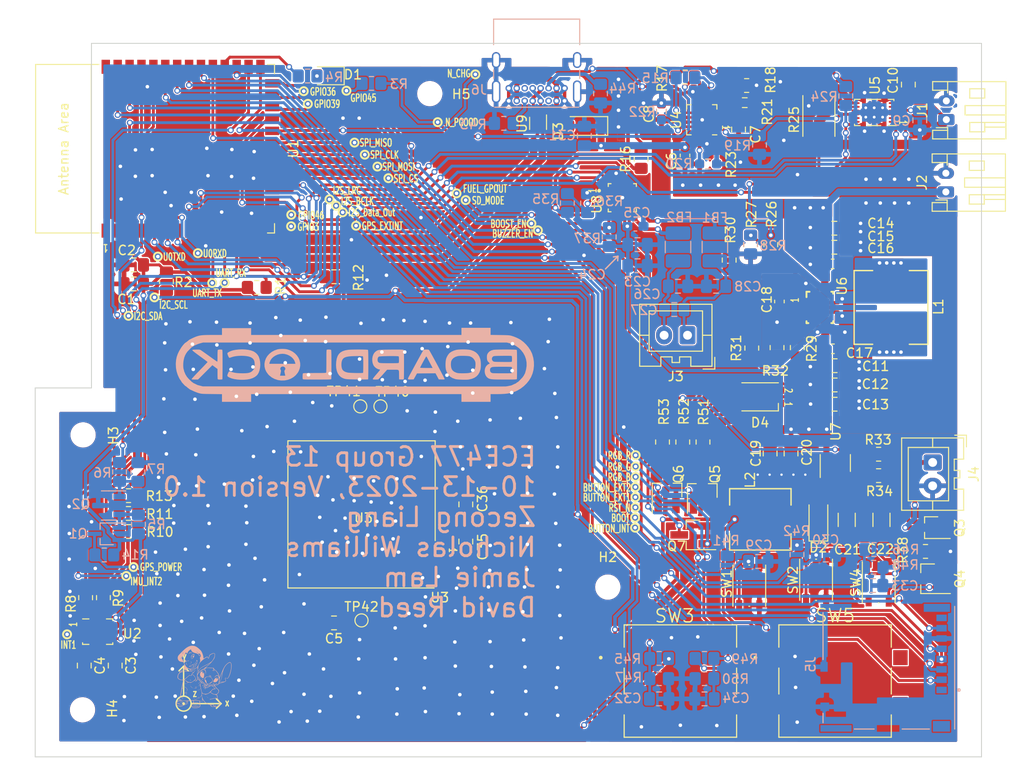
<source format=kicad_pcb>
(kicad_pcb (version 20221018) (generator pcbnew)
  (layers (0 "F.Cu" signal) (31 "B.Cu" signal) (34 "B.Paste" user) (35 "F.Paste" user) (36 "B.SilkS" user "B.Silkscreen") (37 "F.SilkS" user "F.Silkscreen") (38 "B.Mask" user) (39 "F.Mask" user) (44 "Edge.Cuts" user))
  (net 0 "")
  (net 1 "+3V3")
  (net 2 "BATT_CHARGE_VOUT")
  (net 3 "+12V")
  (net 4 "VBUS")
  (net 5 "+BATT")
  (net 6 "Net-(U5-V_{DD})")
  (net 7 "GPS_POWER")
  (net 8 "M_RST_N")
  (net 9 "M_BOOT")
  (net 10 "BATTERY_IN")
  (net 11 "M_BUTTON_EXT1")
  (net 12 "M_BUTTON_EXT2")
  (net 13 "M_BUTTON_INT")
  (net 14 "/audio/SPEAKER_POS")
  (net 15 "/audio/SPEAKER_NEG")
  (net 16 "Net-(D1-A)")
  (net 17 "/ui/V_USB")
  (net 18 "Net-(D2-A)")
  (net 19 "Net-(D4-RK)")
  (net 20 "Net-(D4-BK)")
  (net 21 "Net-(D4-GK)")
  (net 22 "Net-(U8-OUTN)")
  (net 23 "Net-(U8-OUTP)")
  (net 25 "M_SPI_CS")
  (net 26 "M_SPI_MOSI")
  (net 27 "M_SPI_CLK")
  (net 28 "M_SPI_MISO")
  (net 30 "/audio/BUZZER_POWER")
  (net 31 "Net-(J6-CC1)")
  (net 32 "USB_D+")
  (net 33 "USB_D-")
  (net 35 "Net-(J6-CC2)")
  (net 37 "Net-(U6-L1)")
  (net 38 "Net-(U6-L2)")
  (net 39 "Net-(Q1-G)")
  (net 40 "Net-(Q2-B)")
  (net 41 "Net-(Q5-C)")
  (net 42 "Net-(Q7-C)")
  (net 43 "Net-(Q6-C)")
  (net 44 "Net-(Q3-G)")
  (net 45 "M_UART_TX")
  (net 46 "Net-(U1-GPIO45)")
  (net 47 "M_I2C_SDA")
  (net 48 "Net-(U2-SDA)")
  (net 49 "M_I2C_SCL")
  (net 50 "Net-(U2-SCL)")
  (net 51 "M_GPS_POWER")
  (net 52 "Net-(U3-SDA)")
  (net 53 "Net-(U3-SCL)")
  (net 54 "M_UART_RX")
  (net 55 "unconnected-(U1-GPIO3{slash}TOUCH3{slash}ADC1_CH2-Pad15)")
  (net 56 "Net-(U3-RXD)")
  (net 57 "Net-(U3-TXD)")
  (net 58 "M_HEARTBEAT")
  (net 59 "M_RGB_B")
  (net 60 "BATT_CHARGE_EN1")
  (net 61 "M_BATT_CHARGE_N_CHG")
  (net 62 "M_BATT_CHARGE_N_PGOOD")
  (net 63 "BATT_CHARGE_EN2")
  (net 64 "TS_RESISTOR")
  (net 65 "/battery/TIMER")
  (net 66 "/battery/N_Charge_EN")
  (net 67 "/battery/ILIM")
  (net 68 "/battery/ISET")
  (net 69 "M_FUEL_GPOUT")
  (net 70 "BATT_BUCK_BOOST_EN")
  (net 71 "GAIN_SLOT")
  (net 72 "M_AUDIO_SD_MODE")
  (net 73 "Net-(U7-V_{FB})")
  (net 74 "unconnected-(U1-GPIO46-Pad16)")
  (net 75 "unconnected-(U1-SPIIO7{slash}GPIO36{slash}FSPICLK{slash}SUBSPICLK-Pad29)")
  (net 76 "unconnected-(U1-MTCK{slash}GPIO39{slash}CLK_OUT3{slash}SUBSPICS1-Pad32)")
  (net 77 "M_IMU_INT2")
  (net 78 "M_I2S_Data_Out")
  (net 79 "unconnected-(U1-U0RXD{slash}GPIO44{slash}CLK_OUT2-Pad36)")
  (net 80 "M_I2S_BCLK")
  (net 81 "M_I2S_LRC")
  (net 82 "unconnected-(U1-U0TXD{slash}GPIO43{slash}CLK_OUT1-Pad37)")
  (net 83 "M_GPS_EXTINT")
  (net 84 "M_BOOST_EN")
  (net 88 "Net-(R45-Pad1)")
  (net 89 "Net-(R46-Pad1)")
  (net 90 "Net-(R49-Pad1)")
  (net 91 "Net-(U3-TIMEPULSE)")
  (net 92 "Net-(U3-~{RESET})")
  (net 93 "Net-(U3-~{SAFEBOOT})")
  (net 94 "unconnected-(U2-INT1-Pad4)")
  (net 97 "M_BUZZER_EN")
  (net 98 "/power/Buck_Boost_FB")
  (net 99 "/power/PS_SYNC")
  (net 100 "/power/Buck_Boost_PG")
  (net 101 "/power/VAUX")
  (net 102 "unconnected-(U9-NC-Pad2)")
  (net 103 "GND")
  (net 104 "M_RGB_R")
  (net 105 "M_RGB_G")
  (footprint "TestPoint:TestPoint_Pad_D1.0mm" (layer "F.Cu") (at 141.859 103.251)
    (fp_text reference "TP41")
    (fp_text value "GPS_SAFE_N")
  )
  (footprint "Resistor_SMD:R_0603_1608Metric_Pad0.98x0.95mm_HandSolder" (layer "F.Cu") (at 178.9792 77.3671 180)
    (fp_text reference "R23")
    (fp_text value "1.2k")
  )
  (footprint "Resistor_SMD:R_0805_2012Metric_Pad1.20x1.40mm_HandSolder" (layer "F.Cu") (at 183.515 85.979 -90)
    (fp_text reference "R27")
    (fp_text value "330k")
  )
  (footprint "Resistor_SMD:R_0805_2012Metric_Pad1.20x1.40mm_HandSolder" (layer "F.Cu") (at 176.53 68.072)
    (fp_text reference "R17")
    (fp_text value "5.1k")
  )
  (footprint "Resistor_SMD:R_0805_2012Metric_Pad1.20x1.40mm_HandSolder" (layer "F.Cu") (at 112.54 123.6825 -90)
    (fp_text reference "R8")
    (fp_text value "22")
  )
  (footprint "Resistor_SMD:R_0805_2012Metric_Pad1.20x1.40mm_HandSolder" (layer "F.Cu") (at 174.117 107.061 -90)
    (fp_text reference "R53")
    (fp_text value "5.6")
  )
  (footprint "Capacitor_SMD:C_1206_3216Metric_Pad1.33x1.80mm_HandSolder" (layer "F.Cu") (at 197.485 115.3745 90)
    (fp_text reference "C22")
    (fp_text value "10uF")
  )
  (footprint "Capacitor_SMD:C_0805_2012Metric_Pad1.18x1.45mm_HandSolder" (layer "F.Cu") (at 192.4569 84.2264)
    (fp_text reference "C14")
    (fp_text value "22uF")
  )
  (footprint "Package_TO_SOT_SMD:SOT-553" (layer "F.Cu") (at 160.8328 73.025 -90)
    (fp_text reference "U9")
    (fp_text value "TPD2E2U06" hide)
  )
  (footprint "Capacitor_SMD:C_0603_1608Metric_Pad1.08x0.95mm_HandSolder" (layer "F.Cu") (at 174.0008 71.7537 90)
    (fp_text reference "C8")
    (fp_text value "10uF")
  )
  (footprint "Package_TO_SOT_SMD:SOT-23_Handsoldering" (layer "F.Cu") (at 174.5996 112.2172 90)
    (fp_text reference "Q6")
    (fp_text value "DTC124X")
  )
  (footprint "Package_LGA:LGA-14_3x2.5mm_P0.5mm_LayoutBorder3x4y" (layer "F.Cu") (at 113.8275 127.3125)
    (fp_text reference "U2")
    (fp_text value "LSM6DSO32")
  )
  (footprint "Capacitor_SMD:C_0603_1608Metric_Pad1.08x0.95mm_HandSolder" (layer "F.Cu") (at 192.3034 97.1042)
    (fp_text reference "C17")
    (fp_text value "10uF")
  )
  (footprint "Button_Switch_SMD:SW_Push_1P1T_NO_Vertical_Wuerth_434133025816" (layer "F.Cu") (at 197.19 122.04 -90)
    (fp_text reference "SW4")
    (fp_text value "SW_Push")
  )
  (footprint "Connector_JST:JST_PH_S2B-PH-K_1x02_P2.00mm_Horizontal" (layer "F.Cu") (at 204.3568 80.3496 90)
    (fp_text reference "J2")
    (fp_text value "Conn_01x02")
  )
  (footprint "Capacitor_SMD:C_0805_2012Metric_Pad1.18x1.45mm_HandSolder" (layer "F.Cu") (at 192.4851 100.965)
    (fp_text reference "C12")
    (fp_text value "22uF")
  )
  (footprint "Capacitor_SMD:C_0805_2012Metric_Pad1.18x1.45mm_HandSolder" (layer "F.Cu") (at 115.697 130.937 -90)
    (fp_text reference "C3")
    (fp_text value "100nF")
  )
  (footprint "LED_SMD:LED_Cree-PLCC4_3.2x2.8mm_CCW" (layer "F.Cu") (at 184.531 102.235 180)
    (fp_text reference "D4")
    (fp_text value "CLVBA-FKA-CC1F1L1BB7R3R3D")
  )
  (footprint "Resistor_SMD:R_0805_2012Metric_Pad1.20x1.40mm_HandSolder" (layer "F.Cu") (at 202.184 118.745)
    (fp_text reference "R38")
    (fp_text value "R_US")
  )
  (footprint "B82462G4472M000:IND_EPCOS_B82462G4_EPC" (layer "F.Cu") (at 184.5564 115.3237)
    (fp_text reference "L2")
    (fp_text value "4.7uH")
  )
  (footprint "Package_TO_SOT_SMD:SOT-23_Handsoldering" (layer "F.Cu") (at 177.4 116.98 180)
    (fp_text reference "Q7")
    (fp_text value "DTC124X")
  )
  (footprint "TestPoint:TestPoint_Pad_D1.0mm" (layer "F.Cu") (at 141.986 126.111)
    (fp_text reference "TP42")
    (fp_text value "GPS_RESET_N")
  )
  (footprint "MountingHole:MountingHole_2.2mm_M2" (layer "F.Cu") (at 149.2758 69.85)
    (fp_text reference "H5")
    (fp_text value "MountingHole")
  )
  (footprint "Resistor_SMD:R_2512_6332Metric_Pad1.40x3.35mm_HandSolder" (layer "F.Cu") (at 190.8048 72.2356 -90)
    (fp_text reference "R25")
    (fp_text value "10m")
  )
  (footprint "Resistor_SMD:R_0805_2012Metric_Pad1.20x1.40mm_HandSolder" (layer "F.Cu") (at 121.17 89.91 -90)
    (fp_text reference "R2")
    (fp_text value "5.1k")
  )
  (footprint "Package_DFN_QFN:VQFN-16-1EP_3x3mm_P0.5mm_EP1.6x1.6mm" (layer "F.Cu") (at 178.308 72.644 180)
    (fp_text reference "U4")
    (fp_text value "BQ24075RGT")
  )
  (footprint "Connector_JST:JST_PH_S2B-PH-K_1x02_P2.00mm_Horizontal" (layer "F.Cu") (at 204.4076 72.628 90)
    (fp_text reference "J1")
    (fp_text value "Conn_01x02")
  )
  (footprint "TPS630701RNMR:TPS630701RNMR" (layer "F.Cu") (at 190.9064 92.6846)
    (fp_text reference "U6")
    (fp_text value "TPS630701RNMR")
  )
  (footprint "Resistor_SMD:R_0805_2012Metric_Pad1.20x1.40mm_HandSolder" (layer "F.Cu") (at 185.674 85.979 -90)
    (fp_text reference "R26")
    (fp_text value "560k")
  )
  (footprint "Resistor_SMD:R_0805_2012Metric_Pad1.20x1.40mm_HandSolder" (layer "F.Cu") (at 117.11 114.69)
    (fp_text reference "R11")
    (fp_text value "470")
  )
  (footprint "Resistor_SMD:R_0805_2012Metric_Pad1.20x1.40mm_HandSolder" (layer "F.Cu") (at 139.05 89.408)
    (fp_text reference "R12")
    (fp_text value "22")
  )
  (footprint "Resistor_SMD:R_0805_2012Metric_Pad1.20x1.40mm_HandSolder" (layer "F.Cu") (at 183.094 68.9851)
    (fp_text reference "R18")
    (fp_text value "R_US")
  )
  (footprint "Resistor_SMD:R_0805_2012Metric_Pad1.20x1.40mm_HandSolder" (layer "F.Cu") (at 171.831 76.835 90)
    (fp_text reference "R16")
    (fp_text value "5.1k")
  )
  (footprint "Package_SON:Texas_S-PDSO-N12" (layer "F.Cu") (at 196.708 71.8615 180)
    (fp_text reference "U5")
    (fp_text value "BQ27441DRZR-G1A")
  )
  (footprint "Capacitor_SMD:C_0603_1608Metric_Pad1.08x0.95mm_HandSolder" (layer "F.Cu") (at 192.2791 88.0364)
    (fp_text reference "C16")
    (fp_text value "10uF")
  )
  (footprint "Resistor_SMD:R_0805_2012Metric_Pad1.20x1.40mm_HandSolder" (layer "F.Cu") (at 176.276 107.061 -90)
    (fp_text reference "R52")
    (fp_text value "5.6")
  )
  (footprint "Resistor_SMD:R_0603_1608Metric_Pad0.98x0.95mm_HandSolder" (layer "F.Cu") (at 182.8908 70.8139)
    (fp_text reference "R21")
    (fp_text value "100k")
  )
  (footprint "Package_TO_SOT_SMD:SOT-323_SC-70_Handsoldering" (layer "F.Cu") (at 202.819 116.205 180)
    (fp_text reference "Q3")
    (fp_text value "BSS84PWH6327XTSA1")
  )
  (footprint "Package_TO_SOT_SMD:SOT-23-5_HandSoldering" (layer "F.Cu") (at 192.5574 109.3 90)
    (fp_text reference "U7")
    (fp_text value "MCP1661")
  )
  (footprint "Resistor_SMD:R_0805_2012Metric_Pad1.20x1.40mm_HandSolder" (layer "F.Cu") (at 181.229 87.63 -90)
    (fp_text reference "R30")
    (fp_text value "10k")
  )
  (footprint "Capacitor_SMD:C_1206_3216Metric_Pad1.33x1.80mm_HandSolder" (layer "F.Cu") (at 193.7766 115.3745 90)
    (fp_text reference "C21")
    (fp_text value "10uF")
  )
  (footprint "Resistor_SMD:R_0805_2012Metric_Pad1.20x1.40mm_HandSolder" (layer "F.Cu") (at 114.44 123.6825 -90)
    (fp_text reference "R9")
    (fp_text value "22")
  )
  (footprint "Capacitor_SMD:C_0805_2012Metric_Pad1.18x1.45mm_HandSolder" (layer "F.Cu") (at 185.5978 108.284 -90)
    (fp_text reference "C19")
    (fp_text value "10uF")
  )
  (footprint "Capacitor_SMD:C_0805_2012Metric_Pad1.18x1.45mm_HandSolder" (layer "F.Cu") (at 182.2304 73.6802 -90)
    (fp_text reference "C7")
    (fp_text value "10uF")
  )
  (footprint "MountingHole:MountingHole_2.2mm_M2" (layer "F.Cu") (at 112.27 106.3)
    (fp_text reference "H3")
    (fp_text value "MountingHole")
  )
  (footprint "RF_GPS:ublox_SAM-M8Q" (layer "F.Cu") (at 141.99 114.79 180)
    (fp_text reference "U3")
    (fp_text value "SAM-M8Q")
  )
  (footprint "Resistor_SMD:R_0805_2012Metric_Pad1.20x1.40mm_HandSolder" (layer "F.Cu") (at 197.1802 108.3641 180)
    (fp_text reference "R33")
    (fp_text value "1.05M")
  )
  (footprint "Capacitor_SMD:C_0805_2012Metric_Pad1.18x1.45mm_HandSolder" (layer "F.Cu") (at 153.12 113.72 90)
    (fp_text reference "C36")
    (fp_text value "1.0uF")
  )
  (footprint "MountingHole:MountingHole_2.2mm_M2" (layer "F.Cu") (at 168.275 122.555)
    (fp_text reference "H2")
    (fp_text value "MountingHole")
  )
  (footprint "Capacitor_SMD:C_0805_2012Metric_Pad1.18x1.45mm_HandSolder" (layer "F.Cu") (at 192.4569 86.2584)
    (fp_text reference "C15")
    (fp_text value "22uF")
  )
  (footprint "MAX98357AETE+T:QFN50P300X300X80-17N" (layer "F.Cu") (at 169.823 80.9686)
    (fp_text reference "U8")
    (fp_text value "MAX98357AETE+T")
  )
  (footprint "espressif-kicad:ESP32-S3-WROOM-1" (layer "F.Cu") (at 122.9518 75.7338 90)
    (fp_text reference "U1")
    (fp_text value "ESP32-S3-WROOM-1")
  )
  (footprint "DR74-1R5-R:DR74" (layer "F.Cu") (at 198.501 92.6846 -90)
    (fp_text reference "L1")
    (fp_text value "1.5uH")
  )
  (footprint "MountingHole:MountingHole_2.2mm_M2" (layer "F.Cu") (at 112.21 135.66)
    (fp_text reference "H4")
    (fp_text value "MountingHole")
  )
  (footprint "TL3300DF160Q:SW_TL3300DF160Q" (layer "F.Cu") (at 176.022 132.588)
    (fp_text reference "SW3")
    (fp_text value "TL3300DF160Q")
  )
  (footprint "TestPoint:TestPoint_Pad_D1.0mm" (layer "F.Cu") (at 144.01 103.251)
    (fp_text reference "TP40")
    (fp_text value "TIMEPULSE")
  )
  (footprint "Capacitor_SMD:C_0805_2012Metric_Pad1.18x1.45mm_HandSolder" (layer "F.Cu") (at 192.4812 103.0224)
    (fp_text reference "C13")
    (fp_text value "22uF")
  )
  (footprint "Capacitor_SMD:C_0805_2012Metric_Pad1.18x1.45mm_HandSolder" (layer "F.Cu") (at 187.833 108.284 -90)
    (fp_text reference "C20")
    (fp_text value "10uF")
  )
  (footprint "Resistor_SMD:R_0805_2012Metric_Pad1.20x1.40mm_HandSolder" (layer "F.Cu") (at 130.81 90.551)
    (fp_text reference "R1")
    (fp_text value "5.1k")
  )
  (footprint "Capacitor_SMD:C_0805_2012Metric_Pad1.18x1.45mm_HandSolder" (layer "F.Cu") (at 117.6799 90.1742 180)
    (fp_text reference "C1")
    (fp_text value "10uF")
  )
  (footprint "TL3300DF160Q:SW_TL3300DF160Q" (layer "F.Cu") (at 192.532 132.588)
    (fp_text reference "SW5")
    (fp_text value "TL3300DF160Q")
  )
  (footprint "Resistor_SMD:R_0805_2012Metric_Pad1.20x1.40mm_HandSolder" (layer "F.Cu") (at 186.3394 96.9772 90)
    (fp_text reference "R32")
    (fp_text value "150k")
  )
  (footprint "Button_Switch_SMD:SW_Push_1P1T_NO_Vertical_Wuerth_434133025816" (layer "F.Cu") (at 190.505 121.775 -90)
    (fp_text reference "SW2")
    (fp_text value "SW_Push")
  )
  (footprint "Package_TO_SOT_SMD:SOT-23_Handsoldering" (layer "F.Cu") (at 178.3588 112.268 90)
    (fp_text reference "Q5")
    (fp_text value "DTC124X")
  )
  (footprint "Capacitor_SMD:C_0805_2012Metric_Pad1.18x1.45mm_HandSolder" (layer "F.Cu") (at 139.05 126.38 180)
    (fp_text reference "C5")
    (fp_text value "1.0uF")
  )
  (footprint "Capacitor_SMD:C_0805_2012Metric_Pad1.18x1.45mm_HandSolder" (layer "F.Cu") (at 192.4851 98.9076)
    (fp_text reference "C11")
    (fp_text value "22uF")
  )
  (footprint "Package_TO_SOT_SMD:SOT-23_Handsoldering" (layer "F.Cu") (at 202.4384 121.6653 180)
    (fp_text reference "Q4")
    (fp_text value "DTC124X")
  )
  (footprint "LED_SMD:LED_0805_2012Metric_Pad1.15x1.40mm_HandSolder" (layer "F.Cu") (at 138.2775 67.94 180)
    (fp_text reference "D1")
    (fp_text value "LED")
  )
  (footprint "Diode_SMD:D_SOD-123" (layer "F.Cu") (at 165.9042 73.3044 180)
    (fp_text reference "D3")
    (fp_text value "1N5819HW1-7-F" hide)
  )
  (footprint "Diode_SMD:D_SOD-123F" (layer "F.Cu") (at 190.754 115.4253 90)
    (fp_text reference "D2")
    (fp_text value "PMEG2005EH")
  )
  (footprint "Capacitor_SMD:C_0805_2012Metric_Pad1.18x1.45mm_HandSolder" (layer "F.Cu") (at 117.6799 88.1422 180)
    (fp_text reference "C2")
    (fp_text value "0.1uF")
  )
  (footprint "Button_Switch_SMD:SW_Push_1P1T_NO_Vertical_Wuerth_434133025816" (layer "F.Cu") (at 183.375 122.405 -90)
    (fp_text reference "SW1")
    (fp_text value "SW_Push")
  )
  (footprint "Connector_JST:JST_XA_B02B-XASK-1_1x02_P2.50mm_Vertical" (layer "F.Cu") (at 202.946 109.24 -90)
    (fp_text reference "J4")
    (fp_text value "Conn_01x02")
  )
  (footprint "Connector_JST:JST_XA_B02B-XASK-1_1x02_P2.50mm_Vertical" (layer "F.Cu") (at 176.784 95.6564 180)
    (fp_text reference "J3")
    (fp_text value "Conn_01x02")
  )
  (footprint "Resistor_SMD:R_0805_2012Metric_Pad1.20x1.40mm_HandSolder" (layer "F.Cu") (at 117.14 116.62)
    (fp_text reference "R10")
    (fp_text value "470")
  )
  (footprint "Capacitor_SMD:C_0805_2012Metric_Pad1.18x1.45mm_HandSolder" (layer "F.Cu") (at 153.12 117.69 -90)
    (fp_text reference "C35")
    (fp_text value "1.0uF")
  )
  (footprint "Resistor_SMD:R_0805_2012Metric_Pad1.20x1.40mm_HandSolder" (layer "F.Cu") (at 178.435 107.061 -90)
    (fp_text reference "R51")
    (fp_text value "12")
  )
  (footprint "Resistor_SMD:R_0805_2012Metric_Pad1.20x1.40mm_HandSolder" (layer "F.Cu") (at 183.642 97.028 90)
    (fp_text reference "R31")
    (fp_text value "100k")
  )
  (footprint "Resistor_SMD:R_0805_2012Metric_Pad1.20x1.40mm_HandSolder" (layer "F.Cu") (at 197.1802 110.6501)
    (fp_text reference "R34")
    (fp_text value "120k")
  )
  (footprint "Capacitor_SMD:C_0805_2012Metric_Pad1.18x1.45mm_HandSolder" (layer "F.Cu") (at 112.395 130.937 -90)
    (fp_text reference "C4")
    (fp_text value "100nF")
  )
  (footprint "Capacitor_SMD:C_0805_2012Metric_Pad1.18x1.45mm_HandSolder" (layer "F.Cu") (at 200.3552 68.8848 90)
    (fp_text reference "C10")
    (fp_text value "1uF")
  )
  (footprint "Resistor_SMD:R_0805_2012Metric_Pad1.20x1.40mm_HandSolder" (layer "F.Cu") (at 117.12 112.79)
    (fp_text reference "R13")
    (fp_text value "22")
  )
  (footprint "Capacitor_SMD:C_0603_1608Metric_Pad1.08x0.95mm_HandSolder" (layer "F.Cu") (at 186.5934 92.0507 90)
    (fp_text reference "C18")
    (fp_text value "100nF")
  )
  (footprint "Resistor_SMD:R_0805_2012Metric_Pad1.20x1.40mm_HandSolder" (layer "F.Cu") (at 188.4984 96.9772 90)
    (fp_text reference "R29")
    (fp_text value "470k")
  )
  (footprint "Capacitor_SMD:C_0603_1608Metric_Pad1.08x0.95mm_HandSolder" (layer "F.Cu") (at 176.5154 76.4527 -90)
    (fp_text reference "C6")
    (fp_text value "1uF")
  )
  (footprint "Resistor_SMD:R_0805_2012Metric_Pad1.20x1.40mm_HandSolder" (layer "B.Cu") (at 116.16 110.25 -90)
    (fp_text reference "R6")
    (fp_text value "R_US")
  )
  (footprint "Capacitor_SMD:C_0805_2012Metric_Pad1.18x1.45mm_HandSolder" (layer "B.Cu") (at 178.594 134.493 180)
    (fp_text reference "C34")
    (fp_text value "0.1uF")
  )
  (footprint "Resistor_SMD:R_0805_2012Metric_Pad1.20x1.40mm_HandSolder" (layer "B.Cu") (at 157.1752 73.025 180)
    (fp_text reference "R43")
    (fp_text value "5.1k")
  )
  (footprint "Capacitor_SMD:C_0805_2012Metric_Pad1.18x1.45mm_HandSolder" (layer "B.Cu") (at 179.832 90.424 180)
    (fp_text reference "C28")
    (fp_text value "47n" hide)
  )
  (footprint "Resistor_SMD:R_0805_2012Metric_Pad1.20x1.40mm_HandSolder" (layer "B.Cu") (at 118.12 110.26 90)
    (fp_text reference "R7")
    (fp_text value "R_US")
  )
  (footprint "Capacitor_SMD:C_0805_2012Metric_Pad1.18x1.45mm_HandSolder" (layer "B.Cu") (at 196.5875 122.39)
    (fp_text reference "C33")
    (fp_text value "0.1uF")
  )
  (footprint "Resistor_SMD:R_0805_2012Metric_Pad1.20x1.40mm_HandSolder" (layer "B.Cu") (at 196.6475 120.44 180)
    (fp_text reference "R48")
    (fp_text value "100k")
  )
  (footprint "Resistor_SMD:R_0805_2012Metric_Pad1.20x1.40mm_HandSolder" (layer "B.Cu") (at 196.6875 118.54 180)
    (fp_text reference "R46")
    (fp_text value "1k")
  )
  (footprint "LOGO" (layer "B.Cu") (at 141 98.8 180)
    (fp_text reference "G***" hide)
    (fp_text value "LOGO" hide)
  )
  (footprint "Resistor_SMD:R_0805_2012Metric_Pad1.20x1.40mm_HandSolder" (layer "B.Cu") (at 163.957 81.534 90)
    (fp_text reference "R35")
    (fp_text value "100k")
  )
  (footprint "Capacitor_SMD:C_0805_2012Metric_Pad1.18x1.45mm_HandSolder" (layer "B.Cu") (at 171.45 85.979)
    (fp_text reference "C24")
    (fp_text value "10uF")
  )
  (footprint "Capacitor_SMD:C_0805_2012Metric_Pad1.18x1.45mm_HandSolder" (layer "B.Cu") (at 201.5744 72.6948 -90)
    (fp_text reference "C9")
    (fp_text value "0.47uF")
  )
  (footprint "Resistor_SMD:R_0805_2012Metric_Pad1.20x1.40mm_HandSolder" (layer "B.Cu") (at 168.426 85.1596 90)
    (fp_text reference "R37")
    (fp_text value "?")
  )
  (footprint "Capacitor_SMD:C_0603_1608Metric_Pad1.08x0.95mm_HandSolder" (layer "B.Cu") (at 171.22 84.0166)
    (fp_text reference "C25")
    (fp_text value "0.1uF")
  )
  (footprint "Resistor_SMD:R_0805_2012Metric_Pad1.20x1.40mm_HandSolder" (layer "B.Cu") (at 136.23 67.97)
    (fp_text reference "R4")
    (fp_text value "R_US")
  )
  (footprint "Resistor_SMD:R_0603_1608Metric_Pad0.98x0.95mm_HandSolder" (layer "B.Cu") (at 173.99 71.755 90)
    (fp_text reference "R22")
    (fp_text value "1.2k")
  )
  (footprint "LOGO" (layer "B.Cu") (at 124.6 132 180)
    (fp_text reference "G***" hide)
    (fp_text value "LOGO" hide)
  )
  (footprint "Capacitor_SMD:C_0805_2012Metric_Pad1.18x1.45mm_HandSolder" (layer "B.Cu") (at 175.371 92.9066 180)
    (fp_text reference "C26")
    (fp_text value "47n")
  )
  (footprint "Connector_USB:USB_C_Receptacle_GCT_USB4085" (layer "B.Cu") (at 157.7054 70.6238)
    (fp_text reference "J6")
    (fp_text value "USB_C_Receptacle_USB2.0")
  )
  (footprint "Resistor_SMD:R_0805_2012Metric_Pad1.20x1.40mm_HandSolder" (layer "B.Cu") (at 183.515 85.963 -90)
    (fp_text reference "R28")
    (fp_text value "330k" hide)
  )
  (footprint "Inductor_SMD:L_1210_3225Metric_Pad1.42x2.65mm_HandSolder" (layer "B.Cu") (at 175.768 86.233 90)
    (fp_text reference "FB2")
    (fp_text value "4.7uH")
  )
  (footprint "Capacitor_SMD:C_0805_2012Metric_Pad1.18x1.45mm_HandSolder" (layer "B.Cu") (at 171.45 88.233)
    (fp_text reference "C23")
    (fp_text value "10uF")
  )
  (footprint "Inductor_SMD:L_1210_3225Metric_Pad1.42x2.65mm_HandSolder" (layer "B.Cu") (at 179.705 86.233 90)
    (fp_text reference "FB1")
    (fp_text value "4.7uH")
  )
  (footprint "microSD 503398-1892:MOLEX_503398-1892" (layer "B.Cu") (at 198.2724 131.1656 90)
    (fp_text reference "J5")
    (fp_text value "5033981892")
  )
  (footprint "Capacitor_SMD:C_0805_2012Metric_Pad1.18x1.45mm_HandSolder" (layer "B.Cu") (at 165.7716 74.3706 90)
    (fp_text reference "C31")
    (fp_text value "10uF")
  )
  (footprint "Resistor_SMD:R_0805_2012Metric_Pad1.20x1.40mm_HandSolder" (layer "B.Cu") (at 193.675 70.104 -90)
    (fp_text reference "R24")
    (fp_text value "10k")
  )
  (footprint "Resistor_SMD:R_0805_2012Metric_Pad1.20x1.40mm_HandSolder" (layer "B.Cu") (at 176.5662 68.1469)
    (fp_text reference "R15")
    (fp_text value "1.2k")
  )
  (footprint "Resistor_SMD:R_0805_2012Metric_Pad1.20x1.40mm_HandSolder" (layer "B.Cu") (at 188.468 119.0752 -90)
    (fp_text reference "R42")
    (fp_text value "100k")
  )
  (footprint "Resistor_SMD:R_0805_2012Metric_Pad1.20x1.40mm_HandSolder" (layer "B.Cu") (at 114.53 119.12 180)
    (fp_text reference "R14")
    (fp_text value "0")
  )
  (footprint "Package_TO_SOT_SMD:SOT-323_SC-70_Handsoldering" (layer "B.Cu") (at 114.82 116.87 180)
    (fp_text reference "Q1")
    (fp_text value "BSS84PWH6327XTSA1")
  )
  (footprint "Capacitor_SMD:C_0805_2012Metric_Pad1.18x1.45mm_HandSolder" (layer "B.Cu") (at 191.55 119.13)
    (fp_text reference "C30")
    (fp_text value "0.1uF")
  )
  (footprint "Package_TO_SOT_SMD:SOT-23-3" (layer "B.Cu") (at 115.0275 113.84 180)
    (fp_text reference "Q2")
    (fp_text value "MMBT4401")
  )
  (footprint "Resistor_SMD:R_0805_2012Metric_Pad1.20x1.40mm_HandSolder" (layer "B.Cu") (at 143.05 68.76)
    (fp_text reference "R3")
    (fp_text value "0")
  )
  (footprint "Capacitor_SMD:C_0805_2012Metric_Pad1.18x1.45mm_HandSolder" (layer "B.Cu") (at 175.768 90.424)
    (fp_text reference "C27")
    (fp_text value "47n")
  )
  (footprint "Resistor_SMD:R_0805_2012Metric_Pad1.20x1.40mm_HandSolder" (layer "B.Cu") (at 178.594 130.175)
    (fp_text reference "R49")
    (fp_text value "1k")
  )
  (footprint "Resistor_SMD:R_0805_2012Metric_Pad1.20x1.40mm_HandSolder" (layer "B.Cu") (at 173.752 132.334 180)
    (fp_text reference "R47")
    (fp_text value "100k")
  )
  (footprint "Resistor_SMD:R_0805_2012Metric_Pad1.20x1.40mm_HandSolder" (layer "B.Cu") (at 178.594 132.334)
    (fp_text reference "R50")
    (fp_text value "100k")
  )
  (footprint "Resistor_SMD:R_0805_2012Metric_Pad1.20x1.40mm_HandSolder" (layer "B.Cu") (at 181.03 120.21 -90)
    (fp_text reference "R41")
    (fp_text value "100k")
  )
  (footprint "Resistor_SMD:R_0805_2012Metric_Pad1.20x1.40mm_HandSolder" (layer "B.Cu") (at 173.752 130.175 180)
    (fp_text reference "R45")
    (fp_text value "1k")
  )
  (footprint "Capacitor_SMD:C_0805_2012Metric_Pad1.18x1.45mm_HandSolder" (layer "B.Cu") (at 184.3325 119.82)
    (fp_text reference "C29")
    (fp_text value "0.1uF")
  )
  (footprint "Capacitor_SMD:C_0805_2012Metric_Pad1.18x1.45mm_HandSolder" (layer "B.Cu") (at 173.752 134.493)
    (fp_text reference "C32")
    (fp_text value "0.1uF")
  )
  (footprint "Resistor_SMD:R_0603_1608Metric_Pad0.98x0.95mm_HandSolder" (layer "B.Cu") (at 178.9792 77.3671)
    (fp_text reference "R20")
    (fp_text value "47k")
  )
  (footprint "Resistor_SMD:R_0805_2012Metric_Pad1.20x1.40mm_HandSolder" (layer "B.Cu") (at 167.4988 69.8494 90)
    (fp_text reference "R44")
    (fp_text value "5.1k")
  )
  (footprint "Resistor_SMD:R_0805_2012Metric_Pad1.20x1.40mm_HandSolder" (layer "B.Cu") (at 184.4656 75.3351 -90)
    (fp_text reference "R19")
    (fp_text value "10k")
  )
  (footprint "Resistor_SMD:R_0805_2012Metric_Pad1.20x1.40mm_HandSolder" (layer "B.Cu") (at 166.116 81.55 90)
    (fp_text reference "R36")
    (fp_text value "100k")
  )
  (footprint "Resistor_SMD:R_0805_2012Metric_Pad1.20x1.40mm_HandSolder" (layer "B.Cu") (at 118.18 115.86 90)
    (fp_text reference "R5")
    (fp_text value "R_US")
  )
  (gr_line (start 168.88 87.29) (end 169.36 87.22) (stroke (width 0.15)) (layer "B.SilkS"))
  (gr_line (start 168.03 88.57) (end 169.36 87.22) (stroke (width 0.15)) (layer "B.SilkS"))
  (gr_line (start 169.33 87.7) (end 169.36 87.22) (stroke (width 0.15)) (layer "B.SilkS"))
  (gr_circle (center 171.22 112.9482) (end 171.6518 112.9482) (stroke (width 0.2)) (fill none) (layer "F.SilkS"))
  (gr_circle (center 144.8582 78.88) (end 145.29 78.88) (stroke (width 0.2)) (fill none) (layer "F.SilkS"))
  (gr_circle (center 126.0518 90.07) (end 126.4836 90.07) (stroke (width 0.2)) (fill none) (layer "F.SilkS"))
  (gr_circle (center 171.19 116.21) (end 171.6218 116.21) (stroke (width 0.2)) (fill none) (layer "F.SilkS"))
  (gr_circle (center 134.472 84.02) (end 134.9038 84.02) (stroke (width 0.2)) (fill none) (layer "F.SilkS"))
  (gr_circle (center 127.38 90.04) (end 127.8118 90.04) (stroke (width 0.2)) (fill none) (layer "F.SilkS"))
  (gr_circle (center 123 135) (end 123 135) (stroke (width 0.15)) (fill none) (layer "F.SilkS"))
  (gr_circle (center 117.1182 93.58) (end 117.55 93.58) (stroke (width 0.2)) (fill none) (layer "F.SilkS"))
  (gr_line (start 123.8 135) (end 127 135) (stroke (width 0.15)) (layer "F.SilkS"))
  (gr_circle (center 136.26 70.9418) (end 136.6918 70.9418) (stroke (width 0.2)) (fill none) (layer "F.SilkS"))
  (gr_circle (center 152.1282 80.5) (end 152.56 80.5) (stroke (width 0.2)) (fill none) (layer "F.SilkS"))
  (gr_circle (center 171.2482 108.47) (end 171.68 108.47) (stroke (width 0.2)) (fill none) (layer "F.SilkS"))
  (gr_circle (center 160.1182 83.72) (end 160.55 83.72) (stroke (width 0.2)) (fill none) (layer "F.SilkS"))
  (gr_circle (center 139.2782 81.82) (end 139.71 81.82) (stroke (width 0.2)) (fill none) (layer "F.SilkS"))
  (gr_circle (center 143.6882 77.64) (end 144.12 77.64) (stroke (width 0.2)) (fill none) (layer "F.SilkS"))
  (gr_circle (center 171.19 115.13) (end 171.6218 115.13) (stroke (width 0.2)) (fill none) (layer "F.SilkS"))
  (gr_circle (center 171.24 110.7782) (end 171.6718 110.7782) (stroke (width 0.2)) (fill none) (layer "F.SilkS"))
  (gr_circle (center 134.489 82.79) (end 134.9208 82.79) (stroke (width 0.2)) (fill none) (layer "F.SilkS"))
  (gr_line (start 126.5 134.5) (end 127 135) (stroke (width 0.15)) (layer "F.SilkS"))
  (gr_line (start 122.5 131.5) (end 123 131) (stroke (width 0.15)) (layer "F.SilkS"))
  (gr_circle (center 141.4082 83.96) (end 141.84 83.96) (stroke (width 0.2)) (fill none) (layer "F.SilkS"))
  (gr_circle (center 160.8118 84.45) (end 161.2436 84.45) (stroke (width 0.2)) (fill none) (layer "F.SilkS"))
  (gr_circle (center 150.1182 72.9) (end 150.55 72.9) (stroke (width 0.2)) (fill none) (layer "F.SilkS"))
  (gr_line (start 123 131) (end 123.5 131.5) (stroke (width 0.15)) (layer "F.SilkS"))
  (gr_circle (center 141.2382 75.08) (end 141.67 75.08) (stroke (width 0.2)) (fill none) (layer "F.SilkS"))
  (gr_circle (center 171.2418 109.67) (end 171.6736 109.67) (stroke (width 0.2)) (fill none) (layer "F.SilkS"))
  (gr_circle (center 135.8182 69.59) (end 136.25 69.59) (stroke (width 0.2)) (fill none) (layer "F.SilkS"))
  (gr_circle (center 139.9782 82.52) (end 140.41 82.52) (stroke (width 0.2)) (fill none) (layer "F.SilkS"))
  (gr_circle (center 117.65 120.4082) (end 118.0818 120.4082) (stroke (width 0.2)) (fill none) (layer "F.SilkS"))
  (gr_circle (center 123 135) (end 123 135.8) (stroke (width 0.15)) (fill none) (layer "F.SilkS"))
  (gr_line (start 127 135) (end 126.5 135.5) (stroke (width 0.15)) (layer "F.SilkS"))
  (gr_circle (center 120.25 87.25) (end 120.6818 87.25) (stroke (width 0.2)) (fill none) (layer "F.SilkS"))
  (gr_circle (center 124.52 86.89) (end 124.9518 86.89) (stroke (width 0.2)) (fill none) (layer "F.SilkS"))
  (gr_line (start 123 134.2) (end 123 131) (stroke (width 0.15)) (layer "F.SilkS"))
  (gr_circle (center 171.2218 111.87) (end 171.6536 111.87) (stroke (width 0.2)) (fill none) (layer "F.SilkS"))
  (gr_circle (center 116.8782 121.37) (end 117.31 121.37) (stroke (width 0.2)) (fill none) (layer "F.SilkS"))
  (gr_circle (center 140.3782 69.5382) (end 140.81 69.5382) (stroke (width 0.2)) (fill none) (layer "F.SilkS"))
  (gr_circle (center 153.1082 81.22) (end 153.54 81.22) (stroke (width 0.2)) (fill none) (layer "F.SilkS"))
  (gr_circle (center 142.3382 76.37) (end 142.77 76.37) (stroke (width 0.2)) (fill none) (layer "F.SilkS"))
  (gr_circle (center 138.5682 81.14) (end 139 81.14) (stroke (width 0.2)) (fill none) (layer "F.SilkS"))
  (gr_circle (center 119.8882 91.61) (end 120.32 91.61) (stroke (width 0.2)) (fill none) (layer "F.SilkS"))
  (gr_circle (center 171.22 114.04) (end 171.6518 114.04) (stroke (width 0.2)) (fill none) (layer "F.SilkS"))
  (gr_circle (center 154.1382 67.79) (end 154.57 67.79) (stroke (width 0.2)) (fill none) (layer "F.SilkS"))
  (gr_circle (center 110.5582 127.6) (end 110.99 127.6) (stroke (width 0.2)) (fill none) (layer "F.SilkS"))
  (gr_line locked (start 208.1618 140.6838) (end 208.1618 64.4838) (stroke (width 0.1)) (layer "Edge.Cuts"))
  (gr_line locked (start 113.1618 64.4838) (end 113.1618 101.2838) (stroke (width 0.1)) (layer "Edge.Cuts"))
  (gr_line locked (start 107.1618 140.6838) (end 208.1618 140.6838) (stroke (width 0.1)) (layer "Edge.Cuts"))
  (gr_line locked (start 208.1618 64.4838) (end 113.1618 64.4838) (stroke (width 0.1)) (layer "Edge.Cuts"))
  (gr_line locked (start 113.1618 101.2838) (end 107.1618 101.2838) (stroke (width 0.1)) (layer "Edge.Cuts"))
  (gr_line locked (start 107.1618 101.2838) (end 107.1618 140.6838) (stroke (width 0.1)) (layer "Edge.Cuts"))
  (gr_text "ECE477 Group 13\n10-13-2023, Version 1.0\nZecong Liang\nNicholas Williams\nJamie Lam\nDavid Reed" (at 160.8 125.9) (layer "B.SilkS") (effects (font (size 2 2) (thickness 0.3) bold) (justify left bottom mirror)))
  (gr_text "z" (at 123.91 134.35) (layer "F.SilkS") (effects (font (size 0.8001 0.508) (thickness 0.127) bold) (justify left bottom)))
  (gr_text "x" (at 127.36 135.36) (layer "F.SilkS") (effects (font (size 0.8001 0.508) (thickness 0.127) bold) (justify left bottom)))
  (gr_text "SPI_CS" (at 145.34 79.39) (layer "F.SilkS") (effects (font (size 0.8001 0.508) (thickness 0.127) bold) (justify left bottom)))
  (gr_text "N_CHG" (at 151.06 68.17) (layer "F.SilkS") (effects (font (size 0.8001 0.508) (thickness 0.127) bold) (justify left bottom)))
  (gr_text "I2S_LRC" (at 138.84 80.68) (layer "F.SilkS") (effects (font (size 0.8001 0.508) (thickness 0.127) bold) (justify left bottom)))
  (gr_text "N_PGOOD" (at 150.85 73.39) (layer "F.SilkS") (effects (font (size 0.8001 0.508) (thickness 0.127) bold) (justify left bottom)))
  (gr_text "BUTTON_EXT1" (at 165.55 113.46) (layer "F.SilkS") (effects (font (size 0.8001 0.508) (thickness 0.127) bold) (justify left bottom)))
  (gr_text "GPIO36" (at 136.41 70.12) (layer "F.SilkS") (effects (font (size 0.8001 0.508) (thickness 0.127) bold) (justify left bottom)))
  (gr_text "BOOST_EN" (at 155.68 84.23) (layer "F.SilkS") (effects (font (size 0.8001 0.508) (thickness 0.127) bold) (justify left bottom)))
  (gr_text "SPI_MISO" (at 141.71 75.57) (layer "F.SilkS") (effects (font (size 0.8001 0.508) (thickness 0.127) bold) (justify left bottom)))
  (gr_text "GPIO45" (at 140.73 70.79) (layer "F.SilkS") (effects (font (size 0.8001 0.508) (thickness 0.127) bold) (justify left bottom)))
  (gr_text "1" (at 111.69 126.86 90) (layer "F.SilkS") (effects (font (size 0.8001 0.508) (thickness 0.127) bold) (justify left bottom)))
  (gr_text "1" (at 167.13 80.53 90) (layer "F.SilkS") (effects (font (size 0.8001 0.508) (thickness 0.127) bold) (justify left bottom)))
  (gr_text "1" (at 188.72 92.22 90) (layer "F.SilkS") (effects (font (size 0.8001 0.508) (thickness 0.127) bold) (justify left bottom)))
  (gr_text "BUTTON_EXT2" (at 165.55 112.4) (layer "F.SilkS") (effects (font (size 0.8001 0.508) (thickness 0.127) bold) (justify left bottom)))
  (gr_text "GPS_POWER" (at 118.27 120.89) (layer "F.SilkS") (effects (font (size 0.8001 0.508) (thickness 0.127) bold) (justify left bottom)))
  (gr_text "RGB_B" (at 168.2018 111.2882) (layer "F.SilkS") (effects (font (size 0.8001 0.508) (thickness 0.127) bold) (justify left bottom)))
  (gr_text "RGB_R" (at 168.21 108.98) (layer "F.SilkS") (effects (font (size 0.8001 0.508) (thickness 0.127) bold) (justify left bottom)))
  (gr_text "BUTTON_INT" (at 166.11 116.77) (layer "F.SilkS") (effects (font (size 0.8001 0.508) (thickness 0.127) bold) (justify left bottom)))
  (gr_text "1" (at 180.42 73.14 -90) (layer "F.SilkS") (effects (font (size 0.8001 0.508) (thickness 0.127) bold) (justify left bottom)))
  (gr_text "I2C_SCL" (at 120.32 92.88) (layer "F.SilkS") (effects (font (size 0.8001 0.508) (thickness 0.127) bold) (justify left bottom)))
  (gr_text "1" (at 199.32 72.6 -90) (layer "F.SilkS") (effects (font (size 0.8001 0.508) (thickness 0.127) bold) (justify left bottom)))
  (gr_text "RGB_G" (at 168.2036 110.18) (layer "F.SilkS") (effects (font (size 0.8001 0.508) (thickness 0.127) bold) (justify left bottom)))
  (gr_text "RST_N" (at 168.29 114.58) (layer "F.SilkS") (effects (font (size 0.8001 0.508) (thickness 0.127) bold) (justify left bottom)))
  (gr_text "U3" (at 142.2 115.18) (layer "F.SilkS") (effects (font (size 1 1))))
  (gr_text "U0TXD" (at 120.7318 87.76) (layer "F.SilkS") (effects (font (size 0.8001 0.508) (thickness 0.127) bold) (justify left bottom)))
  (gr_text "FUEL_GPOUT" (at 152.75 80.49) (layer "F.SilkS") (effects (font (size 0.8001 0.508) (thickness 0.127) bold) (justify left bottom)))
  (gr_text "UART_RX" (at 126.34 89.48) (layer "F.SilkS") (effects (font (size 0.8001 0.508) (thickness 0.127) bold) (justify left bottom)))
  (gr_text "1" (at 114.99 85.87 180) (layer "F.SilkS") (effects (font (size 0.8001 0.508) (thickness 0.127) bold) (justify left bottom)))
  (gr_text "I2S_BCLK" (at 139.71 81.82) (layer "F.SilkS") (effects (font (size 0.8001 0.508) (thickness 0.127) bold) (justify left bottom)))
  (gr_text "1" (at 187.05 102.7 -90) (layer "F.SilkS") (effects (font (size 0.8001 0.508) (thickness 0.127) bold) (justify left bottom)))
  (gr_text "1" (at 151.26 118.3 -90) (layer "F.SilkS") (effects (font (size 0.8001 0.508) (thickness 0.127) bold) (justify left bottom)))
  (gr_text "UART_TX" (at 123.86 91.62) (layer "F.SilkS") (effects (font (size 0.8001 0.508) (thickness 0.127) bold) (justify left bottom)))
  (gr_text "Y" (at 122.78 130.66) (layer "F.SilkS") (effects (font (size 0.8001 0.508) (thickness 0.127) bold) (justify left bottom)))
  (gr_text "INT1" (at 109.8 129.2) (layer "F.SilkS") (effects (font (size 0.8001 0.508) (thickness 0.127) bold) (justify left bottom)))
  (gr_text "GPIO3" (at 135.073 84.56) (layer "F.SilkS") (effects (font (size 0.8001 0.508) (thickness 0.127) bold) (justify left bottom)))
  (gr_text "GPIO46" (at 135.16 83.33) (layer "F.SilkS") (effects (font (size 0.8001 0.508) (thickness 0.127) bold) (justify left bottom)))
  (gr_text "GPS_EXTINT" (at 141.94 84.45) (layer "F.SilkS") (effects (font (size 0.8001 0.508) (thickness 0.127) bold) (justify left bottom)))
  (gr_text "SD_MODE" (at 153.7 81.74) (layer "F.SilkS") (effects (font (size 0.8001 0.508) (thickness 0.127) bold) (justify left bottom)))
  (gr_text "SPI_CLK" (at 142.84 76.8582) (layer "F.SilkS") (effects (font (size 0.8001 0.508) (thickness 0.127) bold) (justify left bottom)))
  (gr_text "GPIO39" (at 136.85 71.43) (layer "F.SilkS") (effects (font (size 0.8001 0.508) (thickness 0.127) bold) (justify left bottom)))
  (gr_text "SPI_MOSI" (at 144.14 78.14) (layer "F.SilkS") (effects (font (size 0.8001 0.508) (thickness 0.127) bold) (justify left bottom)))
  (gr_text "I2S_Data_Out" (at 140.49 83.01) (layer "F.SilkS") (effects (font (size 0.8001 0.508) (thickness 0.127) bold) (justify left bottom)))
  (gr_text "2" (at 187.07 101.24 270) (layer "F.SilkS") (effects (font (size 0.8001 0.508) (thickness 0.127) bold) (justify left bottom)))
  (gr_text "IMU_INT2" (at 117.24 122.42) (layer "F.SilkS") (effects (font (size 0.8001 0.508) (thickness 0.127) bold) (justify left bottom)))
  (gr_text "BUZZER_EN" (at 155.87 85.28) (layer "F.SilkS") (effects (font (size 0.8001 0.508) (thickness 0.127) bold) (justify left bottom)))
  (gr_text "U0RXD" (at 125.0018 87.4) (layer "F.SilkS") (effects (font (size 0.8001 0.508) (thickness 0.127) bold) (justify left bottom)))
  (gr_text "I2C_SDA" (at 117.6 94.09) (layer "F.SilkS") (effects (font (size 0.8001 0.508) (thickness 0.127) bold) (justify left bottom)))
  (gr_text "BOOT" (at 168.57 115.66) (layer "F.SilkS") (effects (font (size 0.8001 0.508) (thickness 0.127) bold) (justify left bottom)))
  (segment (start 165.1188 76.3328) (end 162.687 78.7646) (width 0.381) (layer "F.Cu") (net 1))
  (segment (start 129.81 90.551) (end 130.889 91.63) (width 0.381) (layer "F.Cu") (net 1))
  (segment (start 185.781 101.535) (end 187.387 101.535) (width 0.381) (layer "F.Cu") (net 1))
  (segment (start 120.4022 88.1422) (end 121.17 88.91) (width 0.3048) (layer "F.Cu") (net 1))
  (segment (start 184.497 67.437) (end 192.187 67.437) (width 0.381) (layer "F.Cu") (net 1))
  (segment (start 172.075974 68.072) (end 175.53 68.072) (width 0.381) (layer "F.Cu") (net 1))
  (segment (start 115.9618 85.3866) (end 115.9618 84.4838) (width 0.381) (layer "F.Cu") (net 1))
  (segment (start 174.15 115.3237) (end 177.6325 115.3237) (width 0.381) (layer "F.Cu") (net 1))
  (segment (start 123.18 88.91) (end 121.17 88.91) (width 0.381) (layer "F.Cu") (net 1))
  (segment (start 170.434 77.224) (end 170.434 76.79) (width 0.381) (layer "F.Cu") (net 1))
  (segment (start 118.7174 90.1742) (end 119.6458 90.1742) (width 0.381) (layer "F.Cu") (net 1))
  (segment (start 188.468 118.0752) (end 196.3072 118.0752) (width 0.3048) (layer "F.Cu") (net 1))
  (segment (start 169.9768 76.327) (end 169.997 76.327) (width 0.381) (layer "F.Cu") (net 1))
  (segment (start 153.0875 114.79) (end 153.12 114.7575) (width 0.3048) (layer "F.Cu") (net 1))
  (segment (start 180.93 118.6376) (end 180.594 118.9736) (width 0.3048) (layer "F.Cu") (net 1))
  (segment (start 115.189 129.3915) (end 115.189 128.076) (width 0.381) (layer "F.Cu") (net 1))
  (segment (start 153.1525 114.79) (end 165.07 114.79) (width 0.381) (layer "F.Cu") (net 1))
  (segment (start 180.594 118.38) (end 180.594 116.5361) (width 0.3048) (layer "F.Cu") (net 1))
  (segment (start 118.7174 91.4026) (end 118.71 91.41) (width 0.3048) (layer "F.Cu") (net 1))
  (segment (start 169.047 130.088) (end 169.047 127.087) (width 0.381) (layer "F.Cu") (net 1))
  (segment (start 166.9 132.235) (end 169.047 130.088) (width 0.381) (layer "F.Cu") (net 1))
  (segment (start 199.4969 121.6331) (end 198.265 122.865) (width 0.3048) (layer "F.Cu") (net 1))
  (segment (start 170.073 83.7321) (end 170.3575 84.0166) (width 0.3048) (layer "F.Cu") (net 1))
  (segment (start 181.737 126.365) (end 180.594 125.222) (width 0.3048) (layer "F.Cu") (net 1))
  (segment (start 112.395 129.54) (end 113.3275 128.6075) (width 0.381) (layer "F.Cu") (net 1))
  (segment (start 198.265 124.115) (end 198.517545 124.115) (width 0.3048) (layer "F.Cu") (net 1))
  (segment (start 165.84505 138.9117) (end 166.9 137.856749) (width 0.381) (layer "F.Cu") (net 1))
  (segment (start 149.44 114.79) (end 153.0875 114.79) (width 0.3048) (layer "F.Cu") (net 1))
  (segment (start 151.189855 90.846119) (end 145.653881 90.846119) (width 0.381) (layer "F.Cu") (net 1))
  (segment (start 125.075 90.805) (end 123.18 88.91) (width 0.381) (layer "F.Cu") (net 1))
  (segment (start 183.642 98.028) (end 185.004 99.39) (width 0.381) (layer "F.Cu") (net 1))
  (segment (start 129.556 90.805) (end 125.075 90.805) (width 0.381) (layer "F.Cu") (net 1))
  (segment (start 198.8948 119.965) (end 199.4969 120.5671) (width 0.3048) (layer "F.Cu") (net 1))
  (segment (start 180.594 125.222) (end 180.594 118.9736) (width 0.3048) (layer "F.Cu") (net 1))
  (segment (start 119.6458 90.1742) (end 120.91 88.91) (width 0.381) (layer "F.Cu") (net 1))
  (segment (start 180.594 116.5361) (end 181.8064 115.3237) (width 0.3048) (layer "F.Cu") (net 1))
  (segment (start 162.687 82.042) (end 159.993974 82.042) (width 0.381) (layer "F.Cu") (net 1))
  (segment (start 179.1955 67.0545) (end 176.5475 67.0545) (width 0.381) (layer "F.Cu") (net 1))
  (segment (start 118.25 137.94) (end 119.2217 138.9117) (width 0.381) (layer "F.Cu") (net 1))
  (segment (start 188.468 118.0752) (end 187.9252 118.618) (width 0.3048) (layer "F.Cu") (net 1))
  (segment (start 179.578 67.437) (end 179.1955 67.0545) (width 0.381) (layer "F.Cu") (net 1))
  (segment (start 180.1675 115.3237) (end 181.8064 115.3237) (width 0.381) (layer "F.Cu") (net 1))
  (segment (start 199.4969 120.5671) (end 199.4969 121.6331) (width 0.3048) (layer "F.Cu") (net 1))
  (segment (start 169.9768 76.327) (end 170.421 76.327) (width 0.381) (layer "F.Cu") (net 1))
  (segment (start 174.15 119.276974) (end 175.6791 120.806074) (width 0.381) (layer "F.Cu") (net 1))
  (segment (start 130.889 91.63) (end 133.7 91.63) (width 0.381) (layer "F.Cu") (net 1))
  (segment (start 177.6325 115.3237) (end 177.6437 115.3125) (width 0.381) (layer "F.Cu") (net 1))
  (segment (start 180.594 118.9736) (end 180.594 118.38) (width 0.3048) (layer "F.Cu") (net 1))
  (segment (start 115.2025 128.0625) (end 116.2875 128.0625) (width 0.3048) (layer "F.Cu") (net 1))
  (segment (start 175.6791 120.806074) (end 175.6791 121.638926) (width 0.381) (layer "F.Cu") (net 1))
  (segment (start 198.197 119.965) (end 198.265 119.965) (width 0.3048) (layer "F.Cu") (net 1))
  (segment (start 191.431399 94.2596) (end 191.431399 95.695201) (width 0.508) (layer "F.Cu") (net 1))
  (segment (start 162.687 78.7646) (end 162.687 82.042) (width 0.381) (layer "F.Cu") (net 1))
  (segment (start 170.421 76.327) (end 170.434 76.34) (width 0.381) (layer "F.Cu") (net 1))
  (segment (start 115.697 129.8995) (end 115.189 129.3915) (width 0.3048) (layer "F.Cu") (net 1))
  (segment (start 198.265 119.965) (end 198.8948 119.965) (width 0.3048) (layer "F.Cu") (net 1))
  (segment (start 183.388 126.365) (end 181.737 126.365) (width 0.3048) (layer "F.Cu") (net 1))
  (segment (start 170.434 76.34) (end 170.434 75.89) (width 0.381) (layer "F.Cu") (net 1))
  (segment (start 171.831 77.835) (end 171.045 77.835) (width 0.381) (layer "F.Cu") (net 1))
  (segment (start 198.517545 124.115) (end 203.8974 129.494855) (width 0.3048) (layer "F.Cu") (net 1))
  (segment (start 170.073 82.4036) (end 170.073 83.7321) (width 0.3048) (layer "F.Cu") (net 1))
  (segment (start 180.1563 115.3125) (end 180.1675 115.3237) (width 0.381) (layer "F.Cu") (net 1))
  (segment (start 115.77 125.82) (end 114.67 125.82) (width 0.381) (layer "F.Cu") (net 1))
  (segment (start 170.434 76.79) (end 170.434 76.34) (width 0.381) (layer "F.Cu") (net 1))
  (segment (start 192.187 67.437) (end 192.67 67.92) (width 0.381) (layer "F.Cu") (net 1))
  (segment (start 118.7174 88.1422) (end 115.9618 85.3866) (width 0.381) (layer "F.Cu") (net 1))
  (segment (start 133.7 91.63) (end 133.84 91.49) (width 0.381) (layer "F.Cu") (net 1))
  (segment (start 115.189 128.076) (end 115.2025 128.0625) (width 0.3048) (layer "F.Cu") (net 1))
  (segment (start 116.2875 128.0625) (end 116.29 128.06) (width 0.3048) (layer "F.Cu") (net 1))
  (segment (start 174.15 115.3237) (end 174.15 119.276974) (width 0.381) (layer "F.Cu") (net 1))
  (segment (start 196.3072 118.0752) (end 198.197 119.965) (width 0.3048) (layer "F.Cu") (net 1))
  (segment (start 118.25 132.4525) (end 118.25 137.94) (width 0.381) (layer "F.Cu") (net 1))
  (segment (start 198.265 122.865) (end 198.265 124.115) (width 0.3048) (layer "F.Cu") (net 1))
  (segment (start 120.91 88.91) (end 121.17 88.91) (width 0.381) (layer "F.Cu") (net 1))
  (segment (start 180.832 118.618) (end 180.594 118.38) (width 0.3048) (layer "F.Cu") (net 1))
  (segment (start 185.557 130.088) (end 185.557 128.534) (width 0.3048) (layer "F.Cu") (net 1))
  (segment (start 170.573 82.4036) (end 170.573 83.8011) (width 0.3048) (layer "F.Cu") (net 1))
  (segment (start 170.434 75.89) (end 170.434 69.713974) (width 0.381) (layer "F.Cu") (net 1))
  (segment (start 153.12 114.7575) (end 153.1525 114.79) (width 0.381) (layer "F.Cu") (net 1))
  (segment (start 170.434 69.713974) (end 172.075974 68.072) (width 0.381) (layer "F.Cu") (net 1))
  (segment (start 170.238026 127.08) (end 169.04 127.08) (width 0.381) (layer "F.Cu") (net 1))
  (segment (start 145.653881 90.846119) (end 145.6 90.9) (width 0.381) (layer "F.Cu") (net 1))
  (segment (start 180.93 118.618) (end 180.832 118.618) (width 0.3048) (layer "F.Cu") (net 1))
  (segment (start 169.9768 76.3328) (end 170.434 76.79) (width 0.381) (layer "F.Cu") (net 1))
  (segment (start 115.2105 128.0705) (end 115.2025 128.0705) (width 0.381) (layer "F.Cu") (net 1))
  (segment (start 129.81 90.551) (end 129.556 90.805) (width 0.381) (layer "F.Cu") (net 1))
  (segment (start 118.7174 90.1742) (end 118.7174 88.1422) (width 0.381) (layer "F.Cu") (net 1))
  (segment (start 203.8974 129.494855) (end 203.8974 130.2456) (width 0.3048) (layer "F.Cu") (net 1))
  (segment (start 169.997 76.327) (end 170.434 75.89) (width 0.381) (layer "F.Cu") (net 1))
  (segment (start 113.3275 128.6075) (end 113.3275 128.4125) (width 0.3048) (layer "F.Cu") (net 1))
  (segment (start 112.395 129.8995) (end 112.395 129.54) (width 0.3048) (layer "F.Cu") (net 1))
  (segment (start 115.697 129.8995) (end 118.25 132.4525) (width 0.381) (layer "F.Cu") (net 1))
  (segment (start 191.431399 95.695201) (end 191.4194 95.7072) (width 0.508) (layer "F.Cu") (net 1))
  (segment (start 118.7174 88.1422) (end 120.4022 88.1422) (width 0.3048) (layer "F.Cu") (net 1))
  (segment (start 159.993974 82.042) (end 151.189855 90.846119) (width 0.381) (layer "F.Cu") (net 1))
  (segment (start 176.5475 67.0545) (end 175.53 68.072) (width 0.381) (layer "F.Cu") (net 1))
  (segment (start 170.573 83.8011) (end 170.3575 84.0166) (width 0.3048) (layer "F.Cu") (net 1))
  (segment (start 187.9252 118.618) (end 180.93 118.618) (width 0.3048) (layer "F.Cu") (net 1))
  (segment (start 166.9 137.856749) (end 166.9 132.235) (width 0.381) (layer "F.Cu") (net 1))
  (segment (start 180.93 118.618) (end 180.93 118.6376) (width 0.3048) (layer "F.Cu") (net 1))
  (segment (start 169.047 127.087) (end 169.04 127.08) (width 0.381) (layer "F.Cu") (net 1))
  (segment (start 175.6791 121.638926) (end 170.238026 127.08) (width 0.381) (layer "F.Cu") (net 1))
  (segment (start 184.497 67.437) (end 179.578 67.437) (width 0.381) (layer "F.Cu") (net 1))
  (segment (start 118.7174 90.1742) (end 118.7174 91.4026) (width 0.381) (layer "F.Cu") (net 1))
  (segment (start 185.004 99.39) (end 187.75 99.39) (width 0.381) (layer "F.Cu") (net 1))
  (segment (start 112.395 129.8995) (end 115.697 129.8995) (width 0.381) (layer "F.Cu") (net 1))
  (segment (start 119.2217 138.9117) (end 165.84505 138.9117) (width 0.381) (layer "F.Cu") (net 1))
  (segment (start 185.557 128.534) (end 183.388 126.365) (width 0.3048) (layer "F.Cu") (net 1))
  (segment (start 171.045 77.835) (end 170.434 77.224) (width 0.381) (layer "F.Cu") (net 1))
  (segment (start 169.9768 76.327) (end 169.9768 76.3328) (width 0.381) (layer "F.Cu") (net 1))
  (segment (start 114.67 125.82) (end 114.3275 126.1625) (width 0.381) (layer "F.Cu") (net 1))
  (segment (start 169.9768 76.3328) (end 165.1188 76.3328) (width 0.381) (layer "F.Cu") (net 1))
  (segment (start 177.6437 115.3125) (end 180.1563 115.3125) (width 0.381) (layer "F.Cu") (net 1))
  (via (at 145.6 90.9) (size 0.635) (drill 0.381) (layers "F.Cu" "B.Cu") (net 1))
  (via (at 179.578 67.437) (size 0.635) (drill 0.381) (layers "F.Cu" "B.Cu") (net 1))
  (via (at 189.8954 99.0092) (size 0.635) (drill 0.381) (layers "F.Cu" "B.Cu") (net 1))
  (via (at 192.67 67.92) (size 0.635) (drill 0.381) (layers "F.Cu" "B.Cu") (net 1))
  (via (at 169.04 127.08) (size 0.635) (drill 0.381) (layers "F.Cu" "B.Cu") (net 1))
  (via (at 162.687 82.042) (size 0.635) (drill 0.381) (layers "F.Cu" "B.Cu") (net 1))
  (via (at 189.738 105.6971) (size 0.635) (drill 0.381) (layers "F.Cu" "B.Cu") (net 1))
  (via (at 189.92 103.009) (size 0.635) (drill 0.381) (layers "F.Cu" "B.Cu") (net 1))
  (via (at 116.29 128.06) (size 0.635) (drill 0.381) (layers "F.Cu" "B.Cu") (net 1))
  (via (at 191.643 105.6971) (size 0.635) (drill 0.381) (layers "F.Cu" "B.Cu") (net 1))
  (via (at 115.77 125.82) (size 0.635) (drill 0.381) (layers "F.Cu" "B.Cu") (net 1))
  (via (at 181.8064 115.3237) (size 0.635) (drill 0.381) (layers "F.Cu" "B.Cu") (net 1))
  (via (at 118.71 91.41) (size 0.635) (drill 0.381) (layers "F.Cu" "B.Cu") (net 1))
  (via (at 187.833 105.6971) (size 0.635) (drill 0.381) (layers "F.Cu" "B.Cu") (net 1))
  (via (at 133.84 91.49) (size 0.635) (drill 0.381) (layers "F.Cu" "B.Cu") (net 1))
  (via (at 189.8954 100.9142) (size 0.635) (drill 0.381) (layers "F.Cu" "B.Cu") (net 1))
  (via (at 188.468 118.0752) (size 0.635) (drill 0.381) (layers "F.Cu" "B.Cu") (net 1))
  (via (at 165.07 114.79) (size 0.635) (drill 0.381) (layers "F.Cu" "B.Cu") (net 1))
  (via (at 170.3575 84.0166) (size 0.635) (drill 0.381) (layers "F.Cu" "B.Cu") (net 1))
  (via (at 174.15 115.3237) (size 0.635) (drill 0.381) (layers "F.Cu" "B.Cu") (net 1))
  (via (at 203.8974 130.2456) (size 0.635) (drill 0.381) (layers "F.Cu" "B.Cu") (net 1))
  (segment (start 118.71 91.41) (end 118.71 104.145658) (width 0.381) (layer "B.Cu") (net 1))
  (segment (start 133.84 91.49) (end 133.895 91.545) (width 0.381) (layer "B.Cu") (net 1))
  (segment (start 163.957 82.534) (end 163.179 82.534) (width 0.381) (layer "B.Cu") (net 1))
  (segment (start 144.955 91.545) (end 145.6 90.9) (width 0.381) (layer "B.Cu") (net 1))
  (segment (start 165.0746 114.7854) (end 165.07 114.79) (width 0.381) (layer "B.Cu") (net 1))
  (segment (start 181.03 119.21) (end 181.03 116.1001) (width 0.3048) (layer "B.Cu") (net 1))
  (segment (start 169.04 125.74) (end 169.04 127.08) (width 0.381) (layer "B.Cu") (net 1))
  (segment (start 165.0365 113.783439) (end 165.0746 113.821539) (width 0.381) (layer "B.Cu") (net 1))
  (segment (start 116.15 117.52) (end 117.52 117.52) (width 0.381) (layer "B.Cu") (net 1))
  (segment (start 181.03 116.1001) (end 181.8064 115.3237) (width 0.3048) (layer "B.Cu") (net 1))
  (segment (start 170.4125 85.979) (end 170.4125 88.233) (width 0.381) (layer "B.Cu") (net 1))
  (segment (start 118.71 104.145658) (end 112.54 110.315658) (width 0.381) (layer "B.Cu") (net 1))
  (segment (start 170.4125 84.0716) (end 170.3575 84.0166) (width 0.381) (layer "B.Cu") (net 1))
  (segment (start 168.426 86.1596) (end 170.2319 86.1596) (width 0.381) (layer "B.Cu") (net 1))
  (segment (start 116.15 117.52) (end 116.15 118.5) (width 0.381) (layer "B.Cu") (net 1))
  (segment (start 146.6226 91.9226) (end 148.728061 91.9226) (width 0.381) (layer "B.Cu") (net 1))
  (segment (start 116.15 118.5) (end 115.53 119.12) (width 0.381) (layer "B.Cu") (net 1))
  (segment (start 166.9316 86.1596) (end 168.426 86.1596) (width 0.381) (layer "B.Cu") (net 1))
  (segment (start 170.4125 88.233) (end 170.4125 94.8221) (width 0.381) (layer "B.Cu") (net 1))
  (segment (start 192.67 68.099) (end 193.675 69.104) (width 0.381) (layer "B.Cu") (net 1))
  (segment (start 118.4 123.19) (end 115.77 125.82) (width 0.381) (layer "B.Cu") (net 1))
  (segment (start 170.93 123.85) (end 169.04 125.74) (width 0.381) (layer "B.Cu") (net 1))
  (segment (start 165.0746 113.821539) (end 165.0746 114.7854) (width 0.381) (layer "B.Cu") (net 1))
  (segment (start 116.29 128.06) (end 116.29 126.34) (width 0.381) (layer "B.Cu") (net 1))
  (segment (start 170.2319 86.1596) (end 170.4125 85.979) (width 0.381) (layer "B.Cu") (net 1))
  (segment (start 164.4507 91.9607) (end 165.0365 92.5465) (width 0.381) (layer "B.Cu") (net 1))
  (segment (start 165.0365 92.5465) (end 165.0365 113.783439) (width 0.381) (layer "B.Cu") (net 1))
  (segment (start 118.4 117.08) (end 118.4 123.19) (width 0.381) (layer "B.Cu") (net 1))
  (segment (start 112.54 113.88) (end 114.95 116.29) (width 0.381) (layer "B.Cu") (net 1))
  (segment (start 116.29 126.34) (end 115.77 125.82) (width 0.381) (layer "B.Cu") (net 1))
  (segment (start 175.006 99.4156) (end 187.7256 99.4156) (width 0.381) (layer "B.Cu") (net 1))
  (segment (start 165.07 114.79) (end 170.93 120.65) (width 0.381) (layer "B.Cu") (net 1))
  (segment (start 170.4125 94.8221) (end 175.006 99.4156) (width 0.381) (layer "B.Cu") (net 1))
  (segment (start 170.93 120.65) (end 170.93 123.85) (width 0.381) (layer "B.Cu") (net 1))
  (segment (start 170.4125 85.979) (end 170.4125 84.0716) (width 0.381) (layer "B.Cu") (net 1))
  (segment (start 114.95 116.29) (end 114.95 116.69) (width 0.381) (layer "B.Cu") (net 1))
  (segment (start 163.179 82.534) (end 162.687 82.042) (width 0.381) (layer "B.Cu") (net 1))
  (segment (start 115.78 117.52) (end 116.15 117.52) (width 0.381) (layer "B.Cu") (net 1))
  (segment (start 192.67 67.92) (end 192.67 68.099) (width 0.381) (layer "B.Cu") (net 1))
  (segment (start 133.895 91.545) (end 144.955 91.545) (width 0.381) (layer "B.Cu") (net 1))
  (segment (start 163.957 82.534) (end 163.957 83.185) (width 0.381) (layer "B.Cu") (net 1))
  (segment (start 163.957 83.185) (end 166.9316 86.1596) (width 0.381) (layer "B.Cu") (net 1))
  (segment (start 112.54 110.315658) (end 112.54 113.88) (width 0.381) (layer "B.Cu") (net 1))
  (segment (start 118.18 116.86) (end 118.4 117.08) (width 0.381) (layer "B.Cu") (net 1))
  (segment (start 148.728061 91.9226) (end 148.766161 91.9607) (width 0.381) (layer "B.Cu") (net 1))
  (segment (start 148.766161 91.9607) (end 164.4507 91.9607) (width 0.381) (layer "B.Cu") (net 1))
  (segment (start 114.95 116.69) (end 115.78 117.52) (width 0.381) (layer "B.Cu") (net 1))
  (segment (start 117.52 117.52) (end 118.18 116.86) (width 0.381) (layer "B.Cu") (net 1))
  (segment (start 145.6 90.9) (end 146.6226 91.9226) (width 0.381) (layer "B.Cu") (net 1))
  (segment (start 175.5662 71.6267) (end 175.5662 71.9155) (width 0.3048) (layer "F.Cu") (net 2))
  (segment (start 175.5596 72.0491) (end 174.966 72.6427) (width 0.3048) (layer "F.Cu") (net 2))
  (segment (start 176.8705 72.894) (end 176.4111 72.894) (width 0.381) (layer "F.Cu") (net 2))
  (segment (start 175.5662 72.0491) (end 175.5596 72.0491) (width 0.3048) (layer "F.Cu") (net 2))
  (segment (start 187.6 82.3) (end 182.1 82.3) (width 0.3048) (layer "F.Cu") (net 2))
  (segment (start 182.1 82.3) (end 181.229 83.171) (width 0.3048) (layer "F.Cu") (net 2))
  (segment (start 176.1598 72.6427) (end 175.5756 72.6427) (width 0.762) (layer "F.Cu") (net 2))
  (segment (start 175.5662 72.0491) (end 176.1598 72.6427) (width 0.3048) (layer "F.Cu") (net 2))
  (segment (start 174.0273 72.6427) (end 174.0008 72.6162) (width 0.762) (layer "F.Cu") (net 2))
  (segment (start 175.5662 71.9155) (end 175.5662 72.0491) (width 0.3048) (layer "F.Cu") (net 2))
  (segment (start 174.966 72.6427) (end 174.839 72.6427) (width 0.762) (layer "F.Cu") (net 2))
  (segment (start 175.5662 71.6267) (end 175.5662 72.6333) (width 0.3048) (layer "F.Cu") (net 2))
  (segment (start 176.4111 72.894) (end 176.1598 72.6427) (width 0.381) (layer "F.Cu") (net 2))
  (segment (start 174.839 72.6427) (end 174.0273 72.6427) (width 0.762) (layer "F.Cu") (net 2))
  (segment (start 175.5756 72.6427) (end 174.966 72.6427) (width 0.762) (layer "F.Cu") (net 2))
  (segment (start 175.5662 72.6333) (end 175.5756 72.6427) (width 0.3048) (layer "F.Cu") (net 2))
  (segment (start 176.4085 72.394) (end 176.1598 72.6427) (width 0.381) (layer "F.Cu") (net 2))
  (segment (start 181.229 83.171) (end 181.229 86.63) (width 0.3048) (layer "F.Cu") (net 2))
  (segment (start 191.4314 91.0596) (end 191.4314 89.5484) (width 0.762) (layer "F.Cu") (net 2))
  (segment (start 176.8705 72.394) (end 176.4085 72.394) (width 0.381) (layer "F.Cu") (net 2))
  (via (at 189.8904 84.1502) (size 0.635) (drill 0.381) (layers "F.Cu" "B.Cu") (net 2))
  (via (at 188.214 82.042) (size 0.635) (drill 0.381) (layers "F.Cu" "B.Cu") (net 2))
  (via (at 175.5662 71.6267) (size 0.635) (drill 0.381) (layers "F.Cu" "B.Cu") (net 2))
  (via (at 189.8904 88.0872) (size 0.635) (drill 0.381) (layers "F.Cu" "B.Cu") (net 2))
  (via (at 189.8904 86.3092) (size 0.635) (drill 0.381) (layers "F.Cu" "B.Cu") (net 2))
  (via (at 189.8904 82.042) (size 0.635) (drill 0.381) (layers "F.Cu" "B.Cu") (net 2))
  (via (at 191.262 82.042) (size 0.635) (drill 0.381) (layers "F.Cu" "B.Cu") (net 2))
  (segment (start 192.9544 80.3496) (end 191.262 82.042) (width 0.762) (layer "B.Cu") (net 2))
  (segment (start 175.5662 71.6267) (end 175.5662 68.1469) (width 0.3048) (layer "B.Cu") (net 2))
  (segment (start 204.3568 80.3496) (end 192.9544 80.3496) (width 0.762) (layer "B.Cu") (net 2))
  (segment (start 201.184 118.745) (end 201.184 117.9736) (width 0.508) (layer "F.Cu") (net 3))
  (segment (start 197.485 116.937) (end 197.5989 116.937) (width 0.508) (layer "F.Cu") (net 3))
  (segment (start 193.6649 116.8253) (end 193.7766 116.937) (width 0.508) (layer "F.Cu") (net 3))
  (segment (start 200.5253 115.57) (end 200.14815 115.19285) (width 0.508) (layer "F.Cu") (net 3))
  (segment (start 190.754 116.8253) (end 193.6649 116.8253) (width 0.508) (layer "F.Cu") (net 3))
  (segment (start 199.36845 115.16745) (end 199.7456 114.7903) (width 0.508) (layer "F.Cu") (net 3))
  (segment (start 201.184 117.9736) (end 200.1474 116.937) (width 0.508) (layer "F.Cu") (net 3))
  (segment (start 200.14815 115.19285) (end 199.7456 114.7903) (width 0.508) (layer "F.Cu") (net 3))
  (segment (start 197.5989 116.937) (end 199.36845 115.16745) (width 0.508) (layer "F.Cu") (net 3))
  (segment (start 200.12275 115.16745) (end 199.36845 115.16745) (width 0.508) (layer "F.Cu") (net 3))
  (segment (start 200.1474 116.937) (end 197.485 116.937) (width 0.508) (layer "F.Cu") (net 3))
  (segment (start 199.7456 109.0753) (end 199.0344 108.3641) (width 0.508) (layer "F.Cu") (net 3))
  (segment (start 204.149 115.555) (end 204.134 115.57) (width 0.508) (layer "F.Cu") (net 3))
  (segment (start 193.7766 116.937) (end 197.485 116.937) (width 0.508) (layer "F.Cu") (net 3))
  (segment (start 200.14815 115.19285) (end 200.12275 115.16745) (width 0.508) (layer "F.Cu") (net 3))
  (segment (start 199.0344 108.3641) (end 198.1802 108.3641) (width 0.508) (layer "F.Cu") (net 3))
  (segment (start 204.134 115.57) (end 200.5253 115.57) (width 0.508) (layer "F.Cu") (net 3))
  (segment (start 199.7456 114.7903) (end 199.7456 109.0753) (width 0.508) (layer "F.Cu") (net 3))
  (segment (start 167.5633 75.4126) (end 167.5542 75.4035) (width 0.762) (layer "F.Cu") (net 4))
  (segment (start 177.1758 74.9298) (end 176.5154 75.5902) (width 0.762) (layer "F.Cu") (net 4))
  (segment (start 177.558 74.5465) (end 177.1758 74.9287) (width 0.3048) (layer "F.Cu") (net 4))
  (segment (start 177.558 74.0815) (end 177.558 74.5465) (width 0.3048) (layer "F.Cu") (net 4))
  (segment (start 167.5542 73.3044) (end 167.5542 75.4035) (width 0.762) (layer "F.Cu") (net 4))
  (segment (start 177.1758 74.9287) (end 177.1758 74.9298) (width 0.762) (layer "F.Cu") (net 4))
  (via (at 167.5496 75.4081) (size 0.635) (drill 0.381) (layers "F.Cu" "B.Cu") (net 4))
  (via (at 176.5154 75.5902) (size 0.635) (drill 0.381) (layers "F.Cu" "B.Cu") (net 4))
  (segment (start 167.5496 75.4081) (end 176.3333 75.4081) (width 0.762) (layer "B.Cu") (net 4))
  (segment (start 176.3333 75.4081) (end 176.5154 75.5902) (width 0.762) (layer "B.Cu") (net 4))
  (segment (start 167.5496 75.4081) (end 165.7716 75.4081) (width 0.762) (layer "B.Cu") (net 4))
  (segment (start 180.7064 72.6427) (end 180.4577 72.394) (width 0.381) (layer "F.Cu") (net 5))
  (segment (start 179.7455 72.894) (end 180.4551 72.894) (width 0.381) (layer "F.Cu") (net 5))
  (segment (start 188.0704 69.1896) (end 184.6173 72.6427) (width 0.762) (layer "F.Cu") (net 5))
  (segment (start 180.4577 72.394) (end 179.7455 72.394) (width 0.381) (layer "F.Cu") (net 5))
  (segment (start 190.8048 69.1856) (end 192.7312 69.1856) (width 0.762) (layer "F.Cu") (net 5))
  (segment (start 190.8008 69.1896) (end 188.0704 69.1896) (width 0.762) (layer "F.Cu") (net 5))
  (segment (start 190.8048 69.1856) (end 190.8008 69.1896) (width 0.762) (layer "F.Cu") (net 5))
  (segment (start 194.0061 70.4596) (end 194.408 70.8615) (width 0.3048) (layer "F.Cu") (net 5))
  (segment (start 192.7312 69.1856) (end 194.0052 70.4596) (width 0.762) (layer "F.Cu") (net 5))
  (segment (start 180.4551 72.894) (end 180.7064 72.6427) (width 0.381) (layer "F.Cu") (net 5))
  (segment (start 194.0052 70.4596) (end 194.0061 70.4596) (width 0.3048) (layer "F.Cu") (net 5))
  (segment (start 184.6173 72.6427) (end 182.2304 72.6427) (width 0.762) (layer "F.Cu") (net 5))
  (segment (start 182.2304 72.6427) (end 180.7064 72.6427) (width 0.762) (layer "F.Cu") (net 5))
  (segment (start 200.62 71.63) (end 199.845747 71.63) (width 0.3048) (layer "F.Cu") (net 6))
  (segment (start 199.491547 71.2758) (end 199.008 71.2758) (width 0.3048) (layer "F.Cu") (net 6))
  (segment (start 199.845747 71.63) (end 199.491547 71.2758) (width 0.3048) (layer "F.Cu") (net 6))
  (via (at 200.62 71.63) (size 0.635) (drill 0.381) (layers "F.Cu" "B.Cu") (net 6))
  (segment (start 200.6473 71.6573) (end 200.62 71.63) (width 0.3048) (layer "B.Cu") (net 6))
  (segment (start 201.5744 71.6573) (end 200.6473 71.6573) (width 0.3048) (layer "B.Cu") (net 6))
  (segment (start 140.09 122.24) (end 140.09 126.3775) (width 0.3048) (layer "F.Cu") (net 7))
  (segment (start 165.650411 138.4418) (end 166.36 137.732211) (width 0.3048) (layer "F.Cu") (net 7))
  (segment (start 166.36 137.732211) (end 166.36 136.93) (width 0.3048) (layer "F.Cu") (net 7))
  (segment (start 149.44 116.69) (end 153.0825 116.69) (width 0.3048) (layer "F.Cu") (net 7))
  (segment (start 140.09 126.3775) (end 140.0875 126.38) (width 0.3048) (layer "F.Cu") (net 7))
  (segment (start 165.36 117.1) (end 164.9125 116.6525) (width 0.3048) (layer "F.Cu") (net 7))
  (segment (start 118.78 137.71) (end 119.5118 138.4418) (width 0.3048) (layer "F.Cu") (net 7))
  (segment (start 166.36 136.93) (end 165.36 135.93) (width 0.3048) (layer "F.Cu") (net 7))
  (segment (start 139.3882 138.4418) (end 140.05 137.78) (width 0.3048) (layer "F.Cu") (net 7))
  (segment (start 140.0875 126.38) (end 140.05 126.4175) (width 0.3048) (layer "F.Cu") (net 7))
  (segment (start 165.36 135.93) (end 165.36 117.1) (width 0.3048) (layer "F.Cu") (net 7))
  (segment (start 140.05 126.4175) (end 140.05 137.78) (width 0.3048) (layer "F.Cu") (net 7))
  (segment (start 164.9125 116.6525) (end 153.12 116.6525) (width 0.3048) (layer "F.Cu") (net 7))
  (segment (start 140.7118 138.4418) (end 165.650411 138.4418) (width 0.3048) (layer "F.Cu") (net 7))
  (segment (start 140.05 137.78) (end 140.7118 138.4418) (width 0.3048) (layer "F.Cu") (net 7))
  (segment (start 117.65 120.41) (end 118.78 121.54) (width 0.3048) (layer "F.Cu") (net 7))
  (segment (start 118.78 121.54) (end 118.78 137.71) (width 0.3048) (layer "F.Cu") (net 7))
  (segment (start 119.5118 138.4418) (end 139.3882 138.4418) (width 0.3048) (layer "F.Cu") (net 7))
  (segment (start 153.0825 116.69) (end 153.12 116.6525) (width 0.3048) (layer "F.Cu") (net 7))
  (via (at 117.65 120.41) (size 0.635) (drill 0.381) (layers "F.Cu" "B.Cu") (net 7))
  (segment (start 114.82 120.41) (end 113.53 119.12) (width 0.3048) (layer "B.Cu") (net 7))
  (segment (start 113.53 119.12) (end 113.53 119.171579) (width 0.508) (layer "B.Cu") (net 7))
  (segment (start 113.49 116.87) (end 113.49 119.08) (width 0.3048) (layer "B.Cu") (net 7))
  (segment (start 113.53 116.91) (end 113.49 116.87) (width 0.381) (layer "B.Cu") (net 7))
  (segment (start 113.49 119.08) (end 113.53 119.12) (width 0.3048) (layer "B.Cu") (net 7))
  (segment (start 117.65 120.41) (end 114.82 120.41) (width 0.3048) (layer "B.Cu") (net 7))
  (segment (start 182.785 120.33) (end 183.295 119.82) (width 0.3048) (layer "F.Cu") (net 8))
  (segment (start 182.3 124.455) (end 182.315 124.455) (width 0.3048) (layer "F.Cu") (net 8))
  (segment (start 117.2318 72.9782) (end 117.2318 84.4838) (width 0.3048) (layer "F.Cu") (net 8))
  (segment (start 182.315 124.455) (end 182.41 124.36) (width 0.3048) (layer "F.Cu") (net 8))
  (segment (start 182.3 124.25) (end 182.3 120.33) (width 0.3048) (layer "F.Cu") (net 8))
  (segment (start 182.3 120.33) (end 182.785 120.33) (width 0.3048) (layer "F.Cu") (net 8))
  (segment (start 182.41 124.36) (end 182.3 124.25) (width 0.3048) (layer "F.Cu") (net 8))
  (segment (start 117.26 72.95) (end 117.2318 72.9782) (width 0.3048) (layer "F.Cu") (net 8))
  (via (at 183.295 119.82) (size 0.635) (drill 0.381) (layers "F.Cu" "B.Cu") (net 8))
  (via (at 171.22 114.04) (size 0.635) (drill 0.381) (layers "F.Cu" "B.Cu") (net 8))
  (via (at 117.26 72.95) (size 0.635) (drill 0.381) (layers "F.Cu" "B.Cu") (net 8))
  (segment (start 150.3462 90.1482) (end 133.148 72.95) (width 0.3048) (layer "B.Cu") (net 8))
  (segment (start 171.22 114.04) (end 166.8018 109.6218) (width 0.3048) (layer "B.Cu") (net 8))
  (segment (start 166.8018 109.6218) (end 166.8018 91.411429) (width 0.3048) (layer "B.Cu") (net 8))
  (segment (start 165.538573 90.1482) (end 150.3462 90.1482) (width 0.3048) (layer "B.Cu") (net 8))
  (segment (start 182.42 119.82) (end 181.03 121.21) (width 0.3048) (layer "B.Cu") (net 8))
  (segment (start 178.42 121.22) (end 171.24 114.04) (width 0.3048) (layer "B.Cu") (net 8))
  (segment (start 179.37 121.22) (end 178.42 121.22) (width 0.3048) (layer "B.Cu") (net 8))
  (segment (start 179.37 121.22) (end 181.02 121.22) (width 0.3048) (layer "B.Cu") (net 8))
  (segment (start 183.295 119.82) (end 182.42 119.82) (width 0.3048) (layer "B.Cu") (net 8))
  (segment (start 171.24 114.04) (end 171.22 114.04) (width 0.3048) (layer "B.Cu") (net 8))
  (segment (start 166.8018 91.411429) (end 165.538573 90.1482) (width 0.3048) (layer "B.Cu") (net 8))
  (segment (start 181.02 121.22) (end 181.03 121.21) (width 0.3048) (layer "B.Cu") (net 8))
  (segment (start 133.148 72.95) (end 117.26 72.95) (width 0.3048) (layer "B.Cu") (net 8))
  (segment (start 189.43 119.7) (end 189.43 123.825) (width 0.3048) (layer "F.Cu") (net 9))
  (segment (start 128.96 73.75) (end 131.2018 71.5082) (width 0.3048) (layer "F.Cu") (net 9))
  (segment (start 131.2018 71.5082) (end 131.2018 66.9838) (width 0.3048) (layer "F.Cu") (net 9))
  (segment (start 189.43 119.7) (end 189.9425 119.7) (width 0.3048) (layer "F.Cu") (net 9))
  (segment (start 189.9425 119.7) (end 190.5125 119.13) (width 0.3048) (layer "F.Cu") (net 9))
  (via (at 190.5125 119.13) (size 0.635) (drill 0.381) (layers "F.Cu" "B.Cu") (net 9))
  (via (at 171.19 115.13) (size 0.635) (drill 0.381) (layers "F.Cu" "B.Cu") (net 9))
  (via (at 128.96 73.75) (size 0.635) (drill 0.381) (layers "F.Cu" "B.Cu") (net 9))
  (segment (start 174.5107 117.937897) (end 173.908103 117.3353) (width 0.3048) (layer "B.Cu") (net 9))
  (segment (start 133.06 73.78) (end 128.99 73.78) (width 0.3048) (layer "B.Cu") (net 9))
  (segment (start 188.468 120.0752) (end 189.5673 120.0752) (width 0.3048) (layer "B.Cu") (net 9))
  (segment (start 149.86 90.58) (end 133.06 73.78) (width 0.3048) (layer "B.Cu") (net 9))
  (segment (start 186.8932 121.65) (end 186.8932 121.6668) (width 0.3048) (layer "B.Cu") (net 9))
  (segment (start 186.4706 122.0894) (end 178.660058 122.0894) (width 0.3048) (layer "B.Cu") (net 9))
  (segment (start 186.8932 121.6668) (end 186.4706 122.0894) (width 0.3048) (layer "B.Cu") (net 9))
  (segment (start 173.3553 117.3353) (end 171.19 115.17) (width 0.3048) (layer "B.Cu") (net 9))
  (segment (start 128.99 73.78) (end 128.96 73.75) (width 0.3048) (layer "B.Cu") (net 9))
  (segment (start 171.19 115.13) (end 166.37 110.31) (width 0.3048) (layer "B.Cu") (net 9))
  (segment (start 178.660058 122.0894) (end 174.5107 117.940042) (width 0.3048) (layer "B.Cu") (net 9))
  (segment (start 173.908103 117.3353) (end 173.3553 117.3353) (width 0.3048) (layer "B.Cu") (net 9))
  (segment (start 166.37 110.31) (end 166.37 91.590286) (width 0.3048) (layer "B.Cu") (net 9))
  (segment (start 165.359715 90.58) (end 149.86 90.58) (width 0.3048) (layer "B.Cu") (net 9))
  (segment (start 188.468 120.0752) (end 186.8932 121.65) (width 0.3048) (layer "B.Cu") (net 9))
  (segment (start 171.19 115.17) (end 171.19 115.13) (width 0.3048) (layer "B.Cu") (net 9))
  (segment (start 189.5673 120.0752) (end 190.5125 119.13) (width 0.3048) (layer "B.Cu") (net 9))
  (segment (start 166.37 91.590286) (end 165.359715 90.58) (width 0.3048) (layer "B.Cu") (net 9))
  (segment (start 188.468 120.0752) (end 188.0248 120.0752) (width 0.3048) (layer "B.Cu") (net 9))
  (segment (start 174.5107 117.940042) (end 174.5107 117.937897) (width 0.3048) (layer "B.Cu") (net 9))
  (segment (start 194.217942 71.2821) (end 192.2877 71.2821) (width 0.3048) (layer "F.Cu") (net 10))
  (segment (start 190.246 79.502) (end 190.8048 78.9432) (width 0.3048) (layer "F.Cu") (net 10))
  (segment (start 200.638 70.844) (end 200.3552 70.5612) (width 0.381) (layer "F.Cu") (net 10))
  (segment (start 200.7108 70.844) (end 200.3552 70.844) (width 0.381) (layer "F.Cu") (net 10))
  (segment (start 199.9488 70.844) (end 200.0724 70.844) (width 0.381) (layer "F.Cu") (net 10))
  (segment (start 199.9488 70.844) (end 199.008 70.844) (width 0.3048) (layer "F.Cu") (net 10))
  (segment (start 202.6236 70.844) (end 200.7108 70.844) (width 0.381) (layer "F.Cu") (net 10))
  (segment (start 190.8048 72.7456) (end 190.8048 74.5567) (width 1.016) (layer "F.Cu") (net 10))
  (segment (start 192.2877 71.2821) (end 192.278 71.2724) (width 0.3048) (layer "F.Cu") (net 10))
  (segment (start 200.3552 70.844) (end 199.9488 70.844) (width 0.381) (layer "F.Cu") (net 10))
  (segment (start 201.75 75.2856) (end 190.8048 75.2856) (width 1.016) (layer "F.Cu") (net 10))
  (segment (start 192.278 71.2724) (end 190.8048 72.7456) (width 1.016) (layer "F.Cu") (net 10))
  (segment (start 183.388 79.502) (end 190.246 79.502) (width 0.3048) (layer "F.Cu") (net 10))
  (segment (start 204.4076 72.628) (end 202.6236 70.844) (width 0.381) (layer "F.Cu") (net 10))
  (segment (start 200.3552 69.9223) (end 200.3552 70.5612) (width 0.381) (layer "F.Cu") (net 10))
  (segment (start 200.7108 70.844) (end 200.638 70.844) (width 0.381) (layer "F.Cu") (net 10))
  (segment (start 204.4076 72.628) (end 201.75 75.2856) (width 1.016) (layer "F.Cu") (net 10))
  (segment (start 190.8048 78.9432) (end 190.8048 75.2856) (width 0.3048) (layer "F.Cu") (net 10))
  (segment (start 200.3552 70.5612) (end 200.3552 70.844) (width 0.381) (layer "F.Cu") (net 10))
  (segment (start 200.0724 70.844) (end 200.3552 70.5612) (width 0.381) (layer "F.Cu") (net 10))
  (via (at 185.674 84.979) (size 0.635) (drill 0.381) (layers "F.Cu" "B.Cu") (net 10))
  (via (at 183.388 79.502) (size 0.635) (drill 0.381) (layers "F.Cu" "B.Cu") (net 10))
  (segment (start 185.674 83.82) (end 185.674 84.979) (width 0.3048) (layer "B.Cu") (net 10))
  (segment (start 183.388 79.502) (end 183.388 83.058) (width 0.3048) (layer "B.Cu") (net 10))
  (segment (start 183.388 83.058) (end 183.769 83.439) (width 0.3048) (layer "B.Cu") (net 10))
  (segment (start 183.769 83.439) (end 185.293 83.439) (width 0.3048) (layer "B.Cu") (net 10))
  (segment (start 185.293 83.439) (end 185.674 83.82) (width 0.3048) (layer "B.Cu") (net 10))
  (segment (start 172.752 128.53) (end 172.752 126.518) (width 0.3048) (layer "F.Cu") (net 11))
  (segment (start 172.752 126.518) (end 177.901562 121.368438) (width 0.3048) (layer "F.Cu") (net 11))
  (segment (start 115.9618 66.9838) (end 115.9618 72.1282) (width 0.3048) (layer "F.Cu") (net 11))
  (segment (start 115.9618 72.1282) (end 115.96 72.13) (width 0.3048) (layer "F.Cu") (net 11))
  (segment (start 177.901562 121.368438) (end 177.901562 119.405438) (width 0.3048) (layer "F.Cu") (net 11))
  (via (at 171.22 112.95) (size 0.635) (drill 0.381) (layers "F.Cu" "B.Cu") (net 11))
  (via (at 172.752 128.53) (size 0.635) (drill 0.381) (layers "F.Cu" "B.Cu") (net 11))
  (via (at 177.901562 119.405438) (size 0.635) (drill 0.381) (layers "F.Cu" "B.Cu") (net 11))
  (via (at 115.96 72.13) (size 0.635) (drill 0.381) (layers "F.Cu" "B.Cu") (net 11))
  (segment (start 167.2336 91.232572) (end 165.717431 89.716401) (width 0.3048) (layer "B.Cu") (net 11))
  (segment (start 177.901562 118.94597) (end 177.6 118.644408) (width 0.3048) (layer "B.Cu") (net 11))
  (segment (start 165.717431 89.716401) (end 150.803401 89.716401) (width 0.3048) (layer "B.Cu") (net 11))
  (segment (start 167.2336 108.9636) (end 167.2336 91.232572) (width 0.3048) (layer "B.Cu") (net 11))
  (segment (start 172.752 134.4555) (end 172.7145 134.493) (width 0.3048) (layer "B.Cu") (net 11))
  (segment (start 171.6175 113.3475) (end 171.22 112.95) (width 0.3048) (layer "B.Cu") (net 11))
  (segment (start 172.752 132.334) (end 172.752 134.4555) (width 0.3048) (layer "B.Cu") (net 11))
  (segment (start 172.752 128.53) (end 172.752 130.175) (width 0.3048) (layer "B.Cu") (net 11))
  (segment (start 173.665744 114.1984) (end 172.814844 113.3475) (width 0.3048) (layer "B.Cu") (net 11))
  (segment (start 175.006 114.1984) (end 173.665744 114.1984) (width 0.3048) (layer "B.Cu") (net 11))
  (segment (start 177.6 116.7924) (end 175.006 114.1984) (width 0.3048) (layer "B.Cu") (net 11))
  (segment (start 172.814844 113.3475) (end 171.6175 113.3475) (width 0.3048) (layer "B.Cu") (net 11))
  (segment (start 150.803401 89.716401) (end 133.217 72.13) (width 0.3048) (layer "B.Cu") (net 11))
  (segment (start 177.901562 119.405438) (end 177.901562 118.94597) (width 0.3048) (layer "B.Cu") (net 11))
  (segment (start 172.752 130.175) (end 172.752 132.334) (width 0.3048) (layer "B.Cu") (net 11))
  (segment (start 171.22 112.95) (end 167.2336 108.9636) (width 0.3048) (layer "B.Cu") (net 11))
  (segment (start 133.217 72.13) (end 115.96 72.13) (width 0.3048) (layer "B.Cu") (net 11))
  (segment (start 177.6 118.644408) (end 177.6 116.7924) (width 0.3048) (layer "B.Cu") (net 11))
  (segment (start 178.52 125.81175) (end 181.102 128.39375) (width 0.3048) (layer "F.Cu") (net 12))
  (segment (start 181.102 128.39375) (end 181.102 130.175) (width 0.3048) (layer "F.Cu") (net 12))
  (segment (start 117.2318 66.9838) (end 117.2318 71.3418) (width 0.3048) (layer "F.Cu") (net 12))
  (segment (start 178.52 119.676) (end 178.52 125.81175) (width 0.3048) (layer "F.Cu") (net 12))
  (segment (start 178.881125 119.314875) (end 178.52 119.676) (width 0.3048) (layer "F.Cu") (net 12))
  (segment (start 117.2318 71.3418) (end 117.27 71.38) (width 0.3048) (layer "F.Cu") (net 12))
  (via (at 181.102 130.175) (size 0.635) (drill 0.381) (layers "F.Cu" "B.Cu") (net 12))
  (via (at 117.27 71.38) (size 0.635) (drill 0.381) (layers "F.Cu" "B.Cu") (net 12))
  (via (at 171.22 111.87) (size 0.635) (drill 0.381) (layers "F.Cu" "B.Cu") (net 12))
  (via (at 178.881125 119.314875) (size 0.635) (drill 0.381) (layers "F.Cu" "B.Cu") (net 12))
  (segment (start 167.6654 108.3154) (end 167.6654 91.053715) (width 0.3048) (layer "B.Cu") (net 12))
  (segment (start 133.356 71.38) (end 117.27 71.38) (width 0.3048) (layer "B.Cu") (net 12))
  (segment (start 179.594 134.4555) (end 179.6315 134.493) (width 0.3048) (layer "B.Cu") (net 12))
  (segment (start 172.993702 112.9157) (end 172.2657 112.9157) (width 0.3048) (layer "B.Cu") (net 12))
  (segment (start 178.3031 118.73685) (end 178.3031 116.1239) (width 0.3048) (layer "B.Cu") (net 12))
  (segment (start 167.6654 91.053715) (end 165.896289 89.284601) (width 0.3048) (layer "B.Cu") (net 12))
  (segment (start 165.896289 89.284601) (end 151.260601 89.284601) (width 0.3048) (layer "B.Cu") (net 12))
  (segment (start 179.594 130.175) (end 179.594 132.334) (width 0.3048) (layer "B.Cu") (net 12))
  (segment (start 172.2657 112.9157) (end 171.22 111.87) (width 0.3048) (layer "B.Cu") (net 12))
  (segment (start 171.22 111.87) (end 167.6654 108.3154) (width 0.3048) (layer "B.Cu") (net 12))
  (segment (start 179.594 132.334) (end 179.594 134.4555) (width 0.3048) (layer "B.Cu") (net 12))
  (segment (start 181.102 130.175) (end 179.594 130.175) (width 0.3048) (layer "B.Cu") (net 12))
  (segment (start 173.844602 113.7666) (end 172.993702 112.9157) (width 0.3048) (layer "B.Cu") (net 12))
  (segment (start 175.9458 113.7666) (end 173.844602 113.7666) (width 0.3048) (layer "B.Cu") (net 12))
  (segment (start 151.260601 89.284601) (end 133.356 71.38) (width 0.3048) (layer "B.Cu") (net 12))
  (segment (start 178.881125 119.314875) (end 178.3031 118.73685) (width 0.3048) (layer "B.Cu") (net 12))
  (segment (start 178.3031 116.1239) (end 175.9458 113.7666) (width 0.3048) (layer "B.Cu") (net 12))
  (segment (start 126.15 74.61) (end 126.1218 74.5818) (width 0.3048) (layer "F.Cu") (net 13))
  (segment (start 126.1218 74.5818) (end 126.1218 66.9838) (width 0.3048) (layer "F.Cu") (net 13))
  (via (at 171.19 116.21) (size 0.635) (drill 0.381) (layers "F.Cu" "B.Cu") (net 13))
  (via (at 126.15 74.61) (size 0.635) (drill 0.381) (layers "F.Cu" "B.Cu") (net 13))
  (segment (start 195.55 122.39) (end 195.55 120.5375) (width 0.3048) (layer "B.Cu") (net 13))
  (segment (start 178.4812 122.5212) (end 195.4188 122.5212) (width 0.3048) (layer "B.Cu") (net 13))
  (segment (start 172.7471 117.7671) (end 171.19 116.21) (width 0.3048) (layer "B.Cu") (net 13))
  (segment (start 195.6475 118.58) (end 195.6875 118.54) (width 0.3048) (layer "B.Cu") (net 13))
  (segment (start 172.7471 117.7671) (end 173.729245 117.7671) (width 0.3048) (layer "B.Cu") (net 13))
  (segment (start 171.19 116.21) (end 165.9382 110.9582) (width 0.3048) (layer "B.Cu") (net 13))
  (segment (start 165.9382 91.769143) (end 165.9382 110.9582) (width 0.3048) (layer "B.Cu") (net 13))
  (segment (start 174.0789 118.116755) (end 174.0789 118.1189) (width 0.3048) (layer "B.Cu") (net 13))
  (segment (start 132.903 74.61) (end 149.343474 91.050474) (width 0.3048) (layer "B.Cu") (net 13))
  (segment (start 173.729245 117.7671) (end 174.0789 118.116755) (width 0.3048) (layer "B.Cu") (net 13))
  (segment (start 149.343474 91.050474) (end 165.219531 91.050474) (width 0.3048) (layer "B.Cu") (net 13))
  (segment (start 165.219531 91.050474) (end 165.9382 91.769143) (width 0.3048) (layer "B.Cu") (net 13))
  (segment (start 195.55 120.5375) (end 195.6475 120.44) (width 0.3048) (layer "B.Cu") (net 13))
  (segment (start 195.6475 120.44) (end 195.6475 118.58) (width 0.3048) (layer "B.Cu") (net 13))
  (segment (start 195.4188 122.5212) (end 195.55 122.39) (width 0.3048) (layer "B.Cu") (net 13))
  (segment (start 126.15 74.61) (end 132.903 74.61) (width 0.3048) (layer "B.Cu") (net 13))
  (segment (start 174.0789 118.1189) (end 178.4812 122.5212) (width 0.3048) (layer "B.Cu") (net 13))
  (segment (start 179.5995 91.694) (end 176.784 91.694) (width 0.3048) (layer "B.Cu") (net 14))
  (segment (start 179.705 88.011) (end 180.8695 89.1755) (width 0.3048) (layer "B.Cu") (net 14))
  (segment (start 176.4085 95.2809) (end 176.784 95.6564) (width 0.3048) (layer "B.Cu") (net 14))
  (segment (start 179.705 87.7205) (end 179.705 88.011) (width 0.3048) (layer "B.Cu") (net 14))
  (segment (start 176.4085 92.9066) (end 176.4085 95.2809) (width 0.3048) (layer "B.Cu") (net 14))
  (segment (start 180.8695 90.424) (end 179.5995 91.694) (width 0.3048) (layer "B.Cu") (net 14))
  (segment (start 180.8695 89.1755) (end 180.8695 90.424) (width 0.3048) (layer "B.Cu") (net 14))
  (segment (start 176.4085 92.0695) (end 176.4085 92.9066) (width 0.3048) (layer "B.Cu") (net 14))
  (segment (start 176.784 91.694) (end 176.4085 92.0695) (width 0.3048) (layer "B.Cu") (net 14))
  (segment (start 174.7305 90.424) (end 174.7305 91.4615) (width 0.3048) (layer "B.Cu") (net 15))
  (segment (start 175.768 88.011) (end 174.7305 89.0485) (width 0.3048) (layer "B.Cu") (net 15))
  (segment (start 175.768 87.7205) (end 175.768 88.011) (width 0.3048) (layer "B.Cu") (net 15))
  (segment (start 174.3335 92.9066) (end 174.284 92.9561) (width 0.3048) (layer "B.Cu") (net 15))
  (segment (start 174.284 92.9561) (end 174.284 95.6564) (width 0.3048) (layer "B.Cu") (net 15))
  (segment (start 174.7305 91.4615) (end 174.3335 91.8585) (width 0.3048) (layer "B.Cu") (net 15))
  (segment (start 174.3335 91.8585) (end 174.3335 92.9066) (width 0.3048) (layer "B.Cu") (net 15))
  (segment (start 174.7305 89.0485) (end 174.7305 90.424) (width 0.3048) (layer "B.Cu") (net 15))
  (segment (start 137.2525 67.9475) (end 137.23 67.97) (width 0.3048) (layer "F.Cu") (net 16))
  (segment (start 137.2525 67.94) (end 137.2525 67.9475) (width 0.3048) (layer "F.Cu") (net 16))
  (via (at 137.23 67.97) (size 0.635) (drill 0.381) (layers "F.Cu" "B.Cu") (net 16))
  (segment (start 159.1162 68.326) (end 162.267 68.326) (width 0.508) (layer "F.Cu") (net 17))
  (segment (start 158.5554 70.6238) (end 158.5554 69.2738) (width 0.508) (layer "F.Cu") (net 17))
  (segment (start 162.8054 70.6238) (end 162.8054 71.8556) (width 0.508) (layer "F.Cu") (net 17))
  (segment (start 162.8054 71.8556) (end 164.2542 73.3044) (width 0.508) (layer "F.Cu") (net 17))
  (segment (start 158.5554 68.8868) (end 159.1162 68.326) (width 0.508) (layer "F.Cu") (net 17))
  (segment (start 162.267 68.326) (end 162.8054 68.8644) (width 0.508) (layer "F.Cu") (net 17))
  (segment (start 162.8054 70.6238) (end 162.8054 69.2738) (width 0.508) (layer "F.Cu") (net 17))
  (segment (start 158.5554 69.2738) (end 158.5554 68.8868) (width 0.508) (layer "F.Cu") (net 17))
  (segment (start 162.8054 68.8644) (end 162.8054 69.2738) (width 0.508) (layer "F.Cu") (net 17))
  (segment (start 191.6074 110.65) (end 191.6074 111.9274) (width 0.3048) (layer "F.Cu") (net 18))
  (segment (start 191.61 111.93) (end 191.6074 111.9274) (width 0.3048) (layer "F.Cu") (net 18))
  (segment (start 179.705 104.14) (end 178.435 105.41) (width 0.3048) (layer "F.Cu") (net 19))
  (segment (start 185.56 104.14) (end 179.705 104.14) (width 0.3048) (layer "F.Cu") (net 19))
  (segment (start 178.435 105.41) (end 178.435 106.061) (width 0.3048) (layer "F.Cu") (net 19))
  (segment (start 186.176 103.524) (end 185.56 104.14) (width 0.3048) (layer "F.Cu") (net 19))
  (segment (start 186.176 102.935) (end 186.176 103.524) (width 0.3048) (layer "F.Cu") (net 19))
  (segment (start 174.117 106.061) (end 178.643 101.535) (width 0.3048) (layer "F.Cu") (net 20))
  (segment (start 178.643 101.535) (end 183.281 101.535) (width 0.3048) (layer "F.Cu") (net 20))
  (segment (start 176.276 106.061) (end 179.402 102.935) (width 0.3048) (layer "F.Cu") (net 21))
  (segment (start 179.402 102.935) (end 183.281 102.935) (width 0.3048) (layer "F.Cu") (net 21))
  (segment (start 172.720497 83.439497) (end 172.339 83.058) (width 0.381) (layer "F.Cu") (net 22))
  (segment (start 172.339 81.534) (end 172.339 83.058) (width 0.381) (layer "F.Cu") (net 22))
  (segment (start 171.258 81.2186) (end 172.0236 81.2186) (width 0.381) (layer "F.Cu") (net 22))
  (segment (start 173.609 83.439497) (end 172.720497 83.439497) (width 0.381) (layer "F.Cu") (net 22))
  (segment (start 172.0236 81.2186) (end 172.339 81.534) (width 0.381) (layer "F.Cu") (net 22))
  (via (at 173.609 83.439497) (size 0.635) (drill 0.381) (layers "F.Cu" "B.Cu") (net 22))
  (segment (start 173.609497 83.439) (end 173.609 83.439497) (width 0.381) (layer "B.Cu") (net 22))
  (segment (start 179.705 83.693) (end 179.451 83.439) (width 0.381) (layer "B.Cu") (net 22))
  (segment (start 179.705 84.7455) (end 179.705 83.693) (width 0.381) (layer "B.Cu") (net 22))
  (segment (start 179.451 83.439) (end 173.609497 83.439) (width 0.381) (layer "B.Cu") (net 22))
  (segment (start 173.609 84.328) (end 172.212 84.328) (width 0.381) (layer "F.Cu") (net 23))
  (segment (start 172.212 84.328) (end 171.258 83.374) (width 0.381) (layer "F.Cu") (net 23))
  (segment (start 171.258 83.374) (end 171.258 82.8031) (width 0.381) (layer "F.Cu") (net 23))
  (segment (start 171.258 82.8031) (end 171.258 81.7186) (width 0.3048) (layer "F.Cu") (net 23))
  (via (at 173.609 84.328) (size 0.635) (drill 0.381) (layers "F.Cu" "B.Cu") (net 23))
  (segment (start 175.768 84.7455) (end 174.0265 84.7455) (width 0.381) (layer "B.Cu") (net 23))
  (segment (start 174.0265 84.7455) (end 173.609 84.328) (width 0.381) (layer "B.Cu") (net 23))
  (segment (start 166.624 90.844) (end 163.1728 87.3928) (width 0.3048) (layer "F.Cu") (net 25))
  (segment (start 194.945 128.143) (end 199.332 132.53) (width 0.3048) (layer "F.Cu") (net 25))
  (segment (start 173.01 123.353) (end 166.624 116.967) (width 0.3048) (layer "F.Cu") (net 25))
  (segment (start 144.86 78.88) (end 144.8312 78.9088) (width 0.3048) (layer "F.Cu") (net 25))
  (segment (start 163.1728 87.3928) (end 161.544 87.3928) (width 0.3048) (layer "F.Cu") (net 25))
  (segment (start 199.332 132.53) (end 202.72 132.53) (width 0.3048) (layer "F.Cu") (net 25))
  (segment (start 186.436 128.143) (end 194.945 128.143) (width 0.3048) (layer "F.Cu") (net 25))
  (segment (start 173.01 123.41) (end 173.01 123.353) (width 0.3048) (layer "F.Cu") (net 25))
  (segment (start 185.166 126.873) (end 186.436 128.143) (width 0.3048) (layer "F.Cu") (net 25))
  (segment (start 144.8312 78.9088) (end 132.4518 78.9088) (width 0.3048) (layer "F.Cu") (net 25))
  (segment (start 166.624 116.967) (end 166.624 90.844) (width 0.3048) (layer "F.Cu") (net 25))
  (via (at 202.72 132.53) (size 0.635) (drill 0.381) (layers "F.Cu" "B.Cu") (net 25))
  (via (at 161.544 87.3928) (size 0.635) (drill 0.381) (layers "F.Cu" "B.Cu") (net 25))
  (via (at 185.166 126.873) (size 0.635) (drill 0.381) (layers "F.Cu" "B.Cu") (net 25))
  (via (at 173.01 123.41) (size 0.635) (drill 0.381) (layers "F.Cu" "B.Cu") (net 25))
  (via (at 144.86 78.88) (size 0.635) (drill 0.381) (layers "F.Cu" "B.Cu") (net 25))
  (segment (start 176.0224 126.34) (end 184.633 126.34) (width 0.3048) (layer "B.Cu") (net 25))
  (segment (start 173.01 123.41) (end 173.0924 123.41) (width 0.3048) (layer "B.Cu") (net 25))
  (segment (start 184.633 126.34) (end 185.166 126.873) (width 0.3048) (layer "B.Cu") (net 25))
  (segment (start 202.72 132.53) (end 203.813 132.53) (width 0.3048) (layer "B.Cu") (net 25))
  (segment (start 161.5272 87.376) (end 153.796 87.376) (width 0.3048) (layer "B.Cu") (net 25))
  (segment (start 203.813 132.53) (end 203.8974 132.4456) (width 0.3048) (layer "B.Cu") (net 25))
  (segment (start 153.796 87.376) (end 145.3 78.88) (width 0.3048) (layer "B.Cu") (net 25))
  (segment (start 161.544 87.3928) (end 161.5272 87.376) (width 0.3048) (layer "B.Cu") (net 25))
  (segment (start 173.0924 123.41) (end 176.0224 126.34) (width 0.3048) (layer "B.Cu") (net 25))
  (segment (start 145.3 78.88) (end 144.86 78.88) (width 0.3048) (layer "B.Cu") (net 25))
  (segment (start 167.894 116.713) (end 167.894 90.424) (width 0.3048) (layer "F.Cu") (net 26))
  (segment (start 190.04186 125.913779) (end 197.795779 125.913779) (width 0.3048) (layer "F.Cu") (net 26))
  (segment (start 162.330776 86.741) (end 162.313863 86.724087) (width 0.3048) (layer "F.Cu") (net 26))
  (segment (start 133.7988 77.6388) (end 132.4518 77.6388) (width 0.3048) (layer "F.Cu") (net 26))
  (segment (start 133.8 77.64) (end 133.7988 77.6388) (width 0.3048) (layer "F.Cu") (net 26))
  (segment (start 167.894 90.424) (end 164.211 86.741) (width 0.3048) (layer "F.Cu") (net 26))
  (segment (start 202.602 130.72) (end 202.63 130.72) (width 0.3048) (layer "F.Cu") (net 26))
  (segment (start 143.69 77.64) (end 133.8 77.64) (width 0.3048) (layer "F.Cu") (net 26))
  (segment (start 164.211 86.741) (end 162.330776 86.741) (width 0.3048) (layer "F.Cu") (net 26))
  (segment (start 197.795779 125.913779) (end 202.602 130.72) (width 0.3048) (layer "F.Cu") (net 26))
  (segment (start 173.5201 122.3391) (end 167.894 116.713) (width 0.3048) (layer "F.Cu") (net 26))
  (via (at 173.5201 122.3391) (size 0.635) (drill 0.381) (layers "F.Cu" "B.Cu") (net 26))
  (via (at 143.69 77.64) (size 0.635) (drill 0.381) (layers "F.Cu" "B.Cu") (net 26))
  (via (at 190.04186 125.913779) (size 0.635) (drill 0.381) (layers "F.Cu" "B.Cu") (net 26))
  (via (at 202.63 130.72) (size 0.635) (drill 0.381) (layers "F.Cu" "B.Cu") (net 26))
  (via (at 162.313863 86.724087) (size 0.635) (drill 0.381) (layers "F.Cu" "B.Cu") (net 26))
  (segment (start 176.783023 125.602023) (end 189.730104 125.602023) (width 0.3048) (layer "B.Cu") (net 26))
  (segment (start 202.63 131.182) (end 202.7936 131.3456) (width 0.3048) (layer "B.Cu") (net 26))
  (segment (start 202.7936 131.3456) (end 203.8974 131.3456) (width 0.3048) (layer "B.Cu") (net 26))
  (segment (start 143.69 77.64) (end 144.92 77.64) (width 0.3048) (layer "B.Cu") (net 26))
  (segment (start 202.63 130.72) (end 202.63 131.182) (width 0.3048) (layer "B.Cu") (net 26))
  (segment (start 173.5201 122.3391) (end 176.783023 125.602023) (width 0.3048) (layer "B.Cu") (net 26))
  (segment (start 189.730104 125.602023) (end 190.04186 125.913779) (width 0.3048) (layer "B.Cu") (net 26))
  (segment (start 154.004087 86.724087) (end 162.313863 86.724087) (width 0.3048) (layer "B.Cu") (net 26))
  (segment (start 144.92 77.64) (end 154.004087 86.724087) (width 0.3048) (layer "B.Cu") (net 26))
  (segment (start 142.34 76.37) (end 133.84 76.37) (width 0.3048) (layer "F.Cu") (net 27))
  (segment (start 169.291 116.586) (end 169.291 89.789) (width 0.3048) (layer "F.Cu") (net 27))
  (segment (start 198.583 125.05) (end 190.25 125.05) (width 0.3048) (layer "F.Cu") (net 27))
  (segment (start 174.3075 121.6025) (end 169.291 116.586) (width 0.3048) (layer "F.Cu") (net 27))
  (segment (start 169.291 89.789) (end 165.446767 85.944767) (width 0.3048) (layer "F.Cu") (net 27))
  (segment (start 202.6666 129.1336) (end 198.583 125.05) (width 0.3048) (layer "F.Cu") (net 27))
  (segment (start 133.8388 76.3688) (end 132.4518 76.3688) (width 0.3048) (layer "F.Cu") (net 27))
  (segment (start 165.446767 85.944767) (end 161.887135 85.944767) (width 0.3048) (layer "F.Cu") (net 27))
  (segment (start 202.692 129.1336) (end 202.6666 129.1336) (width 0.3048) (layer "F.Cu") (net 27))
  (segment (start 133.84 76.37) (end 133.8388 76.3688) (width 0.3048) (layer "F.Cu") (net 27))
  (via (at 202.692 129.1336) (size 0.635) (drill 0.381) (layers "F.Cu" "B.Cu") (net 27))
  (via (at 142.34 76.37) (size 0.635) (drill 0.381) (layers "F.Cu" "B.Cu") (net 27))
  (via (at 190.25 125.05) (size 0.635) (drill 0.381) (layers "F.Cu" "B.Cu") (net 27))
  (via (at 174.3075 121.6025) (size 0.635) (drill 0.381) (layers "F.Cu" "B.Cu") (net 27))
  (via (at 161.887135 85.944767) (size 0.635) (drill 0.381) (layers "F.Cu" "B.Cu") (net 27))
  (segment (start 161.887135 85.944767) (end 153.894767 85.944767) (width 0.3048) (layer "B.Cu") (net 27))
  (segment (start 174.3075 121.6025) (end 177.6989 124.9939) (width 0.3048) (layer "B.Cu") (net 27))
  (segment (start 177.6989 124.9939) (end 190.1939 124.9939) (width 0.3048) (layer "B.Cu") (net 27))
  (segment (start 202.692 129.1336) (end 202.9968 129.1336) (width 0.3048) (layer "B.Cu") (net 27))
  (segment (start 153.894767 85.944767) (end 144.32 76.37) (width 0.3048) (layer "B.Cu") (net 27))
  (segment (start 203.0088 129.1456) (end 203.8974 129.1456) (width 0.3048) (layer "B.Cu") (net 27))
  (segment (start 144.32 76.37) (end 142.34 76.37) (width 0.3048) (layer "B.Cu") (net 27))
  (segment (start 202.9968 129.1336) (end 203.0088 129.1456) (width 0.3048) (layer "B.Cu") (net 27))
  (segment (start 190.1939 124.9939) (end 190.25 125.05) (width 0.3048) (layer "B.Cu") (net 27))
  (segment (start 170.5737 116.5987) (end 170.5737 89.6747) (width 0.3048) (layer "F.Cu") (net 28))
  (segment (start 175.0441 121.0691) (end 170.5737 116.5987) (width 0.3048) (layer "F.Cu") (net 28))
  (segment (start 166.109 85.21) (end 161.3 85.21) (width 0.3048) (layer "F.Cu") (net 28))
  (segment (start 141.24 75.08) (end 133.91 75.08) (width 0.3048) (layer "F.Cu") (net 28))
  (segment (start 133.8912 75.0988) (end 132.4518 75.0988) (width 0.3048) (layer "F.Cu") (net 28))
  (segment (start 133.91 75.08) (end 133.8912 75.0988) (width 0.3048) (layer "F.Cu") (net 28))
  (segment (start 170.5737 89.6747) (end 166.109 85.21) (width 0.3048) (layer "F.Cu") (net 28))
  (segment (start 202.57 126.95) (end 199.37 123.75) (width 0.3048) (layer "F.Cu") (net 28))
  (via (at 175.0441 121.0691) (size 0.635) (drill 0.381) (layers "F.Cu" "B.Cu") (net 28))
  (via (at 199.37 123.75) (size 0.635) (drill 0.381) (layers "F.Cu" "B.Cu") (net 28))
  (via (at 202.57 126.95) (size 0.635) (drill 0.381) (layers "F.Cu" "B.Cu") (net 28))
  (via (at 161.3 85.21) (size 0.635) (drill 0.381) (layers "F.Cu" "B.Cu") (net 28))
  (via (at 141.24 75.08) (size 0.635) (drill 0.381) (layers "F.Cu" "B.Cu") (net 28))
  (segment (start 175.0441 121.0691) (end 178.3725 124.3975) (width 0.3048) (layer "B.Cu") (net 28))
  (segment (start 143.92 75.08) (end 154.05 85.21) (width 0.3048) (layer "B.Cu") (net 28))
  (segment (start 178.3725 124.3975) (end 190.058355 124.3975) (width 0.3048) (layer "B.Cu") (net 28))
  (segment (start 202.56 126.94) (end 203.8918 126.94) (width 0.3048) (layer "B.Cu") (net 28))
  (segment (start 199.0638 124.0562) (end 199.37 123.75) (width 0.3048) (layer "B.Cu") (net 28))
  (segment (start 190.399655 124.0562) (end 199.0638 124.0562) (width 0.3048) (layer "B.Cu") (net 28))
  (segment (start 203.8918 126.94) (end 203.8974 126.9456) (width 0.3048) (layer "B.Cu") (net 28))
  (segment (start 154.05 85.21) (end 161.3 85.21) (width 0.3048) (layer "B.Cu") (net 28))
  (segment (start 190.058355 124.3975) (end 190.399655 124.0562) (width 0.3048) (layer "B.Cu") (net 28))
  (segment (start 141.24 75.08) (end 143.92 75.08) (width 0.3048) (layer "B.Cu") (net 28))
  (segment (start 201.489 116.205) (end 200.025 116.205) (width 0.508) (layer "F.Cu") (net 30))
  (segment (start 201.783 109.24) (end 202.946 109.24) (width 0.508) (layer "F.Cu") (net 30))
  (segment (start 201.041 109.982) (end 201.783 109.24) (width 0.508) (layer "F.Cu") (net 30))
  (segment (start 201.041 113.792) (end 201.041 109.982) (width 0.508) (layer "F.Cu") (net 30))
  (via (at 201.041 113.792) (size 0.635) (drill 0.381) (layers "F.Cu" "B.Cu") (net 30))
  (via (at 200.025 116.205) (size 0.635) (drill 0.381) (layers "F.Cu" "B.Cu") (net 30))
  (segment (start 200.025 116.205) (end 201.041 115.189) (width 0.508) (layer "B.Cu") (net 30))
  (segment (start 201.041 115.189) (end 201.041 113.792) (width 0.508) (layer "B.Cu") (net 30))
  (segment (start 159.4054 71.5608) (end 159.4054 70.6238) (width 0.381) (layer "B.Cu") (net 31))
  (segment (start 158.272 72.6942) (end 159.4054 71.5608) (width 0.381) (layer "B.Cu") (net 31))
  (segment (start 160.3502 74.8792) (end 160.3502 74.7176) (width 0.381) (layer "F.Cu") (net 32))
  (segment (start 160.3502 74.8792) (end 160.3502 74.6414) (width 0.3048) (layer "F.Cu") (net 32))
  (segment (start 132.1816 86.5124) (end 150.294044 86.5124) (width 0.762) (layer "F.Cu") (net 32))
  (segment (start 160.3328 72.325) (end 160.3248 72.317) (width 0.3048) (layer "F.Cu") (net 32))
  (segment (start 131.2018 84.4838) (end 131.2018 85.5326) (width 0.762) (layer "F.Cu") (net 32))
  (segment (start 160.7622 74.2294) (end 160.7622 73.2338) (width 0.3048) (layer "F.Cu") (net 32))
  (segment (start 150.294044 86.5124) (end 160.3502 76.456244) (width 0.762) (layer "F.Cu") (net 32))
  (segment (start 160.3502 74.6414) (end 160.7622 74.2294) (width 0.3048) (layer "F.Cu") (net 32))
  (segment (start 160.3502 76.456244) (end 160.3502 74.8792) (width 0.762) (layer "F.Cu") (net 32))
  (segment (start 160.2226 70.6566) (end 160.2554 70.6238) (width 0.381) (layer "F.Cu") (net 32))
  (segment (start 160.3248 70.6932) (end 160.2554 70.6238) (width 0.3048) (layer "F.Cu") (net 32))
  (segment (start 160.3248 72.317) (end 160.3248 70.6932) (width 0.3048) (layer "F.Cu") (net 32))
  (segment (start 160.282 70.338266) (end 161.1054 69.514866) (width 0.381) (layer "F.Cu") (net 32))
  (segment (start 161.1054 69.514866) (end 161.1054 69.2738) (width 0.381) (layer "F.Cu") (net 32))
  (segment (start 160.3328 72.8044) (end 160.3328 72.325) (width 0.3048) (layer "F.Cu") (net 32))
  (segment (start 160.7622 73.2338) (end 160.3328 72.8044) (width 0.3048) (layer "F.Cu") (net 32))
  (segment (start 131.2018 85.5326) (end 132.1816 86.5124) (width 0.762) (layer "F.Cu") (net 32))
  (segment (start 161.282 76.8176) (end 161.282 74.8538) (width 0.762) (layer "F.Cu") (net 33))
  (segment (start 161.3328 74.803) (end 161.3328 72.0875) (width 0.3048) (layer "F.Cu") (net 33))
  (segment (start 161.282 74.8538) (end 161.3328 74.803) (width 0.3048) (layer "F.Cu") (net 33))
  (segment (start 129.9318 84.4838) (end 129.9318 85.555756) (width 0.762) (layer "F.Cu") (net 33))
  (segment (start 161.1054 71.1946) (end 161.1054 70.6238) (width 0.3048) (layer "F.Cu") (net 33))
  (segment (start 129.9318 85.555756) (end 131.802844 87.4268) (width 0.762) (layer "F.Cu") (net 33))
  (segment (start 161.3328 72.0875) (end 161.3328 71.422) (width 0.3048) (layer "F.Cu") (net 33))
  (segment (start 161.3328 71.422) (end 161.1054 71.1946) (width 0.3048) (layer "F.Cu") (net 33))
  (segment (start 131.802844 87.4268) (end 150.6728 87.4268) (width 0.762) (layer "F.Cu") (net 33))
  (segment (start 150.6728 87.4268) (end 161.282 76.8176) (width 0.762) (layer "F.Cu") (net 33))
  (segment (start 161.1054 70.6238) (end 161.1054 70.364866) (width 0.381) (layer "B.Cu") (net 33))
  (segment (start 160.2554 69.514866) (end 160.2554 69.2738) (width 0.381) (layer "B.Cu") (net 33))
  (segment (start 161.1054 70.364866) (end 160.2554 69.514866) (width 0.381) (layer "B.Cu") (net 33))
  (segment (start 161.9554 69.2738) (end 161.9554 68.778826) (width 0.381) (layer "B.Cu") (net 35))
  (segment (start 161.9554 68.778826) (end 162.967626 67.7666) (width 0.381) (layer "B.Cu") (net 35))
  (segment (start 165.908 67.7666) (end 166.9908 68.8494) (width 0.381) (layer "B.Cu") (net 35))
  (segment (start 162.967626 67.7666) (end 165.908 67.7666) (width 0.381) (layer "B.Cu") (net 35))
  (segment (start 192.681399 92.184601) (end 191.9314 92.184601) (width 0.3048) (layer "F.Cu") (net 37))
  (segment (start 192.879599 92.184601) (end 192.849801 92.184601) (width 0.3048) (layer "F.Cu") (net 37))
  (segment (start 193.294 91.7702) (end 192.879599 92.184601) (width 0.3048) (layer "F.Cu") (net 37))
  (via (at 198.0438 87.9348) (size 0.635) (drill 0.381) (layers "F.Cu" "B.Cu") (net 37))
  (via (at 198.8058 87.9348) (size 0.635) (drill 0.381) (layers "F.Cu" "B.Cu") (net 37))
  (via (at 197.2818 87.9348) (size 0.635) (drill 0.381) (layers "F.Cu" "B.Cu") (net 37))
  (via (at 199.5678 87.9348) (size 0.635) (drill 0.381) (layers "F.Cu" "B.Cu") (net 37))
  (via (at 193.294 91.7702) (size 0.635) (drill 0.381) (layers "F.Cu" "B.Cu") (net 37))
  (segment (start 192.879599 93.184599) (end 192.849801 93.184599) (width 0.3048) (layer "F.Cu") (net 38))
  (segment (start 192.681399 93.184599) (end 191.9314 93.184599) (width 0.3048) (layer "F.Cu") (net 38))
  (segment (start 193.294 93.599) (end 192.879599 93.184599) (width 0.3048) (layer "F.Cu") (net 38))
  (via (at 193.294 93.599) (size 0.635) (drill 0.381) (layers "F.Cu" "B.Cu") (net 38))
  (via (at 198.0438 97.4598) (size 0.635) (drill 0.381) (layers "F.Cu" "B.Cu") (net 38))
  (via (at 198.8058 97.4598) (size 0.635) (drill 0.381) (layers "F.Cu" "B.Cu") (net 38))
  (via (at 199.5678 97.4598) (size 0.635) (drill 0.381) (layers "F.Cu" "B.Cu") (net 38))
  (via (at 197.2818 97.4598) (size 0.635) (drill 0.381) (layers "F.Cu" "B.Cu") (net 38))
  (segment (start 116.165 114.79) (end 118.11 114.79) (width 0.381) (layer "B.Cu") (net 39))
  (segment (start 118.11 114.79) (end 118.18 114.86) (width 0.381) (layer "B.Cu") (net 39))
  (segment (start 116.15 116.22) (end 116.15 114.805) (width 0.381) (layer "B.Cu") (net 39))
  (segment (start 116.15 114.805) (end 116.165 114.79) (width 0.381) (layer "B.Cu") (net 39))
  (segment (start 116.165 111.255) (end 116.16 111.25) (width 0.381) (layer "B.Cu") (net 40))
  (segment (start 116.16 111.25) (end 116.12 111.25) (width 0.381) (layer "B.Cu") (net 40))
  (segment (start 118.12 111.26) (end 116.17 111.26) (width 0.3048) (layer "B.Cu") (net 40))
  (segment (start 116.17 111.26) (end 116.16 111.25) (width 0.3048) (layer "B.Cu") (net 40))
  (segment (start 116.165 112.89) (end 116.165 111.255) (width 0.381) (layer "B.Cu") (net 40))
  (segment (start 178.435 108.839) (end 178.3588 108.9152) (width 0.3048) (layer "F.Cu") (net 41))
  (segment (start 178.435 108.061) (end 178.435 108.839) (width 0.3048) (layer "F.Cu") (net 41))
  (segment (start 178.3588 108.9152) (end 178.3588 110.768) (width 0.3048) (layer "F.Cu") (net 41))
  (segment (start 175.9 115.9968) (end 175.9 116.98) (width 0.3048) (layer "F.Cu") (net 42))
  (segment (start 172.5676 113.9444) (end 172.5676 109.6104) (width 0.3048) (layer "F.Cu") (net 42))
  (segment (start 172.5676 109.6104) (end 174.117 108.061) (width 0.3048) (layer "F.Cu") (net 42))
  (segment (start 175.9204 115.9764) (end 175.9 115.9968) (width 0.3048) (layer "F.Cu") (net 42))
  (via (at 172.5676 113.9444) (size 0.635) (drill 0.381) (layers "F.Cu" "B.Cu") (net 42))
  (via (at 175.9204 115.9764) (size 0.635) (drill 0.381) (layers "F.Cu" "B.Cu") (net 42))
  (segment (start 174.5742 114.6302) (end 173.2534 114.6302) (width 0.3048) (layer "B.Cu") (net 42))
  (segment (start 173.2534 114.6302) (end 172.5676 113.9444) (width 0.3048) (layer "B.Cu") (net 42))
  (segment (start 175.9204 115.9764) (end 174.5742 114.6302) (width 0.3048) (layer "B.Cu") (net 42))
  (segment (start 175.1598 110.7172) (end 174.5996 110.7172) (width 0.3048) (layer "F.Cu") (net 43))
  (segment (start 176.276 108.061) (end 176.276 109.601) (width 0.3048) (layer "F.Cu") (net 43))
  (segment (start 176.276 109.601) (end 175.1598 110.7172) (width 0.3048) (layer "F.Cu") (net 43))
  (segment (start 200.9384 121.6653) (end 203.184 119.4197) (width 0.3048) (layer "F.Cu") (net 44))
  (segment (start 204.149 117.669) (end 204.149 116.855) (width 0.3048) (layer "F.Cu") (net 44))
  (segment (start 203.184 119.4197) (end 203.184 118.745) (width 0.3048) (layer "F.Cu") (net 44))
  (segment (start 203.184 118.745) (end 203.184 118.634) (width 0.3048) (layer "F.Cu") (net 44))
  (segment (start 203.184 118.634) (end 204.149 117.669) (width 0.3048) (layer "F.Cu") (net 44))
  (segment (start 126.1218 90.0066) (end 126.0548 90.0736) (width 0.3048) (layer "F.Cu") (net 45))
  (segment (start 126.1218 84.4838) (end 126.1218 90.0066) (width 0.3048) (layer "F.Cu") (net 45))
  (segment (start 114.7326 111.910295) (end 114.7326 115.2126) (width 0.3048) (layer "F.Cu") (net 45))
  (segment (start 126.0912 90.0736) (end 126.0548 90.0736) (width 0.3048) (layer "F.Cu") (net 45))
  (segment (start 126.1218 90.043) (end 126.0912 90.0736) (width 0.3048) (layer "F.Cu") (net 45))
  (segment (start 117.7556 108.887296) (end 114.7326 111.910295) (width 0.3048) (layer "F.Cu") (net 45))
  (segment (start 117.7556 92.75) (end 117.7556 108.887296) (width 0.3048) (layer "F.Cu") (net 45))
  (segment (start 114.7326 115.2126) (end 116.14 116.62) (width 0.3048) (layer "F.Cu") (net 45))
  (via (at 126.0548 90.0736) (size 0.635) (drill 0.381) (layers "F.Cu" "B.Cu") (net 45))
  (via (at 117.7556 92.75) (size 0.635) (drill 0.381) (layers "F.Cu" "B.Cu") (net 45))
  (segment (start 118.4 90.11) (end 126.0548 90.11) (width 0.3048) (layer "B.Cu") (net 45))
  (segment (start 117.24 92.213138) (end 117.24 91.27) (width 0.3048) (layer "B.Cu") (net 45))
  (segment (start 117.24 92.2344) (end 117.7556 92.75) (width 0.3048) (layer "B.Cu") (net 45))
  (segment (start 117.24 92.213138) (end 117.24 92.2344) (width 0.3048) (layer "B.Cu") (net 45))
  (segment (start 126.0548 90.11) (end 126.1218 90.043) (width 0.3048) (layer "B.Cu") (net 45))
  (segment (start 117.24 91.27) (end 118.4 90.11) (width 0.3048) (layer "B.Cu") (net 45))
  (segment (start 133.6188 68.7488) (end 132.4518 68.7488) (width 0.3048) (layer "F.Cu") (net 46))
  (segment (start 140.38 69.54) (end 139.82 68.98) (width 0.3048) (layer "F.Cu") (net 46))
  (segment (start 133.85 68.98) (end 133.6188 68.7488) (width 0.3048) (layer "F.Cu") (net 46))
  (segment (start 139.82 68.98) (end 133.85 68.98) (width 0.3048) (layer "F.Cu") (net 46))
  (via (at 140.38 69.54) (size 0.635) (drill 0.381) (layers "F.Cu" "B.Cu") (net 46))
  (segment (start 140.38 69.54) (end 141.27 69.54) (width 0.3048) (layer "B.Cu") (net 46))
  (segment (start 141.27 69.54) (end 142.05 68.76) (width 0.3048) (layer "B.Cu") (net 46))
  (segment (start 137.737955 79.6039) (end 147.1161 79.6039) (width 0.3048) (layer "F.Cu") (net 47))
  (segment (start 112.54 112.874538) (end 112.54 122.6825) (width 0.3048) (layer "F.Cu") (net 47))
  (segment (start 137.54 89.4) (end 138.05 88.89) (width 0.3048) (layer "F.Cu") (net 47))
  (segment (start 131.542 89.37) (end 128.68 89.37) (width 0.3048) (layer "F.Cu") (net 47))
  (segment (start 199.008 72.8615) (end 199.008 74.218) (width 0.3048) (layer "F.Cu") (net 47))
  (segment (start 199.008 74.218) (end 199.01 74.22) (width 0.3048) (layer "F.Cu") (net 47))
  (segment (start 136.357281 81.066719) (end 136.5831 80.8409) (width 0.3048) (layer "F.Cu") (net 47))
  (segment (start 136.5831 80.758755) (end 137.737955 79.6039) (width 0.3048) (layer "F.Cu") (net 47))
  (segment (start 131.81 90.551) (end 131.81 89.638) (width 0.3048) (layer "F.Cu") (net 47))
  (segment (start 135.82 89.4) (end 137.54 89.4) (width 0.3048) (layer "F.Cu") (net 47))
  (segment (start 136.5831 80.8409) (end 136.5831 80.758755) (width 0.3048) (layer "F.Cu") (net 47))
  (segment (start 128.6618 89.3282) (end 128.65 89.34) (width 0.3048) (layer "F.Cu") (net 47))
  (segment (start 131.81 89.638) (end 131.542 89.37) (width 0.3048) (layer "F.Cu") (net 47))
  (segment (start 117.11 108.304538) (end 112.54 112.874538) (width 0.3048) (layer "F.Cu") (net 47))
  (segment (start 128.68 89.37) (end 128.65 89.34) (width 0.3048) (layer "F.Cu") (net 47))
  (segment (start 117.11 93.586636) (end 117.11 108.304538) (width 0.3048) (layer "F.Cu") (net 47))
  (segment (start 117.116636 93.58) (end 117.11 93.586636) (width 0.3048) (layer "F.Cu") (net 47))
  (segment (start 137.57 89.37) (end 138.05 88.89) (width 0.381) (layer "F.Cu") (net 47))
  (segment (start 128.6618 84.4838) (end 128.6618 89.3282) (width 0.3048) (layer "F.Cu") (net 47))
  (segment (start 147.1161 79.6039) (end 149.15 77.57) (width 0.3048) (layer "F.Cu") (net 47))
  (via (at 149.15 77.57) (size 0.635) (drill 0.381) (layers "F.Cu" "B.Cu") (net 47))
  (via (at 199.04 74.19) (size 0.635) (drill 0.381) (layers "F.Cu" "B.Cu") (net 47))
  (via (at 117.116636 93.58) (size 0.635) (drill 0.381) (layers "F.Cu" "B.Cu") (net 47))
  (via (at 135.82 89.4) (size 0.635) (drill 0.381) (layers "F.Cu" "B.Cu") (net 47))
  (via (at 136.357281 81.066719) (size 0.635) (drill 0.381) (layers "F.Cu" "B.Cu") (net 47))
  (via (at 128.65 89.34) (size 0.635) (drill 0.381) (layers "F.Cu" "B.Cu") (net 47))
  (segment (start 116.63 91.08) (end 118.34 89.37) (width 0.3048) (layer "B.Cu") (net 47))
  (segment (start 117.116636 93.58) (end 117.116636 92.727169) (width 0.3048) (layer "B.Cu") (net 47))
  (segment (start 128.62 89.37) (end 128.65 89.34) (width 0.3048) (layer "B.Cu") (net 47))
  (segment (start 118.34 89.37) (end 128.62 89.37) (width 0.3048) (layer "B.Cu") (net 47))
  (segment (start 150.39 76.33) (end 173.358 76.33) (width 0.3048) (layer "B.Cu") (net 47))
  (segment (start 187.09 76.96) (end 198.49 76.96) (width 0.3048) (layer "B.Cu") (net 47))
  (segment (start 128.65 89.34) (end 128.68 89.37) (width 0.3048) (layer "B.Cu") (net 47))
  (segment (start 136.398 88.822) (end 135.82 89.4) (width 0.3048) (layer "B.Cu") (net 47))
  (segment (start 185.9285 78.1215) (end 187.09 76.96) (width 0.3048) (layer "B.Cu") (net 47))
  (segment (start 198.49 76.96) (end 199.01 76.44) (width 0.3048) (layer "B.Cu") (net 47))
  (segment (start 173.358 76.33) (end 175.1495 78.1215) (width 0.3048) (layer "B.Cu") (net 47))
  (segment (start 135.79 89.37) (end 135.82 89.4) (width 0.3048) (layer "B.Cu") (net 47))
  (segment (start 136.398 81.107438) (end 136.398 88.822) (width 0.3048) (layer "B.Cu") (net 47))
  (segment (start 117.116636 92.727169) (end 116.63 92.240533) (width 0.3048) (layer "B.Cu") (net 47))
  (segment (start 128.68 89.37) (end 135.79 89.37) (width 0.3048) (layer "B.Cu") (net 47))
  (segment (start 175.1495 78.1215) (end 185.9285 78.1215) (width 0.3048) (layer "B.Cu") (net 47))
  (segment (start 136.357281 81.066719) (end 136.398 81.107438) (width 0.3048) (layer "B.Cu") (net 47))
  (segment (start 149.15 77.57) (end 150.39 76.33) (width 0.3048) (layer "B.Cu") (net 47))
  (segment (start 199.01 76.44) (end 199.01 74.22) (width 0.3048) (layer "B.Cu") (net 47))
  (segment (start 116.63 92.240533) (end 116.63 91.08) (width 0.3048) (layer "B.Cu") (net 47))
  (segment (start 113.3275 125.47) (end 112.54 124.6825) (width 0.381) (layer "F.Cu") (net 48))
  (segment (start 113.3275 126.1625) (end 113.3275 125.47) (width 0.381) (layer "F.Cu") (net 48))
  (segment (start 118.86 110.1) (end 118.81 110.1) (width 0.381) (layer "F.Cu") (net 49))
  (segment (start 119.5 91.61) (end 118.86 92.25) (width 0.3048) (layer "F.Cu") (net 49))
  (segment (start 199.366799 72.4615) (end 199.218657 72.4615) (width 0.3048) (layer "F.Cu") (net 49))
  (segment (start 118.81 110.1) (end 116.12 112.79) (width 0.381) (layer "F.Cu") (net 49))
  (segment (start 119.89 91.61) (end 120.47 91.61) (width 0.3048) (layer "F.Cu") (net 49))
  (segment (start 135.128 79.629) (end 134.5782 80.1788) (width 0.3048) (layer "F.Cu") (net 49))
  (segment (start 117.0575 113.7275) (end 116.12 112.79) (width 0.381) (layer "F.Cu") (net 49))
  (segment (start 120.47 91.61) (end 121.17 90.91) (width 0.3048) (layer "F.Cu") (net 49))
  (segment (start 137.18 81.006) (end 138.096 80.09) (width 0.3048) (layer "F.Cu") (net 49))
  (segment (start 138.096 80.09) (end 147.886489 80.09) (width 0.3048) (layer "F.Cu") (net 49))
  (segment (start 135.763 79.629) (end 135.128 79.629) (width 0.3048) (layer "F.Cu") (net 49))
  (segment (start 147.886489 80.09) (end 149.772965 78.203524) (width 0.3048) (layer "F.Cu") (net 49))
  (segment (start 119.89 91.61) (end 119.5 91.61) (width 0.3048) (layer "F.Cu") (net 49))
  (segment (start 200.05 73.1447) (end 200.05 74.2) (width 0.3048) (layer "F.Cu") (net 49))
  (segment (start 118.86 92.25) (end 118.86 110.1) (width 0.3048) (layer "F.Cu") (net 49))
  (segment (start 117.0575 120.065) (end 117.0575 113.7275) (width 0.381) (layer "F.Cu") (net 49))
  (segment (start 114.44 122.6825) (end 117.0575 120.065) (width 0.381) (layer "F.Cu") (net 49))
  (segment (start 200.05 73.1447) (end 199.366799 72.4615) (width 0.3048) (layer "F.Cu") (net 49))
  (segment (start 134.5782 80.1788) (end 132.4518 80.1788) (width 0.3048) (layer "F.Cu") (net 49))
  (via (at 200.05 74.2) (size 0.635) (drill 0.381) (layers "F.Cu" "B.Cu") (net 49))
  (via (at 149.772965 78.203524) (size 0.635) (drill 0.381) (layers "F.Cu" "B.Cu") (net 49))
  (via (at 119.89 91.61) (size 0.635) (drill 0.381) (layers "F.Cu" "B.Cu") (net 49))
  (via (at 135.763 79.629) (size 0.635) (drill 0.381) (layers "F.Cu" "B.Cu") (net 49))
  (via (at 137.18 81.006) (size 0.635) (drill 0.381) (layers "F.Cu" "B.Cu") (net 49))
  (segment (start 137.18 81.006) (end 137.14 81.006) (width 0.3048) (layer "B.Cu") (net 49))
  (segment (start 151.214689 76.7618) (end 173.0278 76.7618) (width 0.3048) (layer "B.Cu") (net 49))
  (segment (start 198.668857 77.3918) (end 200.07 75.990657) (width 0.3048) (layer "B.Cu") (net 49))
  (segment (start 149.772965 78.203524) (end 151.214689 76.7618) (width 0.3048) (layer "B.Cu") (net 49))
  (segment (start 132.6 91.61) (end 134.2131 89.9969) (width 0.3048) (layer "B.Cu") (net 49))
  (segment (start 136.067245 89.9969) (end 137.16 88.904145) (width 0.3048) (layer "B.Cu") (net 49))
  (segment (start 186.107357 78.5533) (end 187.268858 77.3918) (width 0.3048) (layer "B.Cu") (net 49))
  (segment (start 200.07 74.22) (end 200.05 74.2) (width 0.3048) (layer "B.Cu") (net 49))
  (segment (start 174.8193 78.5533) (end 186.107357 78.5533) (width 0.3048) (layer "B.Cu") (net 49))
  (segment (start 200.07 75.990657) (end 200.07 74.22) (width 0.3048) (layer "B.Cu") (net 49))
  (segment (start 119.89 91.61) (end 132.6 91.61) (width 0.3048) (layer "B.Cu") (net 49))
  (segment (start 137.16 88.904145) (end 137.16 81.026) (width 0.3048) (layer "B.Cu") (net 49))
  (segment (start 137.16 81.026) (end 137.18 81.006) (width 0.3048) (layer "B.Cu") (net 49))
  (segment (start 187.268858 77.3918) (end 198.668857 77.3918) (width 0.3048) (layer "B.Cu") (net 49))
  (segment (start 173.0278 76.7618) (end 174.8193 78.5533) (width 0.3048) (layer "B.Cu") (net 49))
  (segment (start 137.14 81.006) (end 135.763 79.629) (width 0.3048) (layer "B.Cu") (net 49))
  (segment (start 134.2131 89.9969) (end 136.067245 89.9969) (width 0.3048) (layer "B.Cu") (net 49))
  (segment (start 114.44 124.6825) (end 113.835 125.2875) (width 0.381) (layer "F.Cu") (net 50))
  (segment (start 113.835 125.2875) (end 113.835 125.95158) (width 0.381) (layer "F.Cu") (net 50))
  (segment (start 116.520236 93.01) (end 116.520236 107.089764) (width 0.3048) (layer "F.Cu") (net 51))
  (segment (start 116.520236 107.089764) (end 116.520236 107.419764) (width 0.3048) (layer "F.Cu") (net 51))
  (segment (start 118.53 84.512) (end 118.5018 84.4838) (width 0.381) (layer "F.Cu") (net 51))
  (segment (start 116.520236 107.419764) (end 116.5 107.44) (width 0.3048) (layer "F.Cu") (net 51))
  (segment (start 118.5018 86.6018) (end 118.51 86.61) (width 0.3048) (layer "F.Cu") (net 51))
  (segment (start 118.5018 84.4838) (end 118.5018 86.6018) (width 0.3048) (layer "F.Cu") (net 51))
  (via (at 116.5 107.44) (size 0.635) (drill 0.381) (layers "F.Cu" "B.Cu") (net 51))
  (via (at 118.51 86.61) (size 0.635) (drill 0.381) (layers "F.Cu" "B.Cu") (net 51))
  (via (at 116.520236 93.01) (size 0.635) (drill 0.381) (layers "F.Cu" "B.Cu") (net 51))
  (segment (start 116.5 107.44) (end 116.5 108.91) (width 0.3048) (layer "B.Cu") (net 51))
  (segment (start 116.5 108.91) (end 116.16 109.25) (width 0.3048) (layer "B.Cu") (net 51))
  (segment (start 116.1982 88.9218) (end 116.1982 92.21) (width 0.3048) (layer "B.Cu") (net 51))
  (segment (start 116.11 109.2) (end 116.16 109.25) (width 0.381) (layer "B.Cu") (net 51))
  (segment (start 116.1982 92.687964) (end 116.520236 93.01) (width 0.3048) (layer "B.Cu") (net 51))
  (segment (start 116.1982 92.21) (end 116.1982 92.687964) (width 0.3048) (layer "B.Cu") (net 51))
  (segment (start 118.51 86.61) (end 116.1982 88.9218) (width 0.3048) (layer "B.Cu") (net 51))
  (segment (start 140.09 107.34) (end 140.09 88.93) (width 0.381) (layer "F.Cu") (net 52))
  (segment (start 140.09 88.93) (end 140.05 88.89) (width 0.381) (layer "F.Cu") (net 52))
  (segment (start 140.12 88.96) (end 140.05 88.89) (width 0.381) (layer "F.Cu") (net 52))
  (segment (start 118.22 112.89) (end 118.12 112.79) (width 0.381) (layer "F.Cu") (net 53))
  (segment (start 134.54 112.89) (end 118.22 112.89) (width 0.381) (layer "F.Cu") (net 53))
  (segment (start 116.11 114.69) (end 115.2025 113.7825) (width 0.381) (layer "F.Cu") (net 54))
  (segment (start 115.2025 113.7825) (end 115.2025 112.104934) (width 0.381) (layer "F.Cu") (net 54))
  (segment (start 117.948935 91.848935) (end 118.352 92.252) (width 0.3048) (layer "F.Cu") (net 54))
  (segment (start 115.2025 112.104934) (end 118.352 108.955434) (width 0.381) (layer "F.Cu") (net 54))
  (segment (start 127.381 90.043) (end 127.381 86.459658) (width 0.3048) (layer "F.Cu") (net 54))
  (segment (start 127.3918 86.448858) (end 127.3918 84.4838) (width 0.3048) (layer "F.Cu") (net 54))
  (segment (start 127.381 86.459658) (end 127.3918 86.448858) (width 0.3048) (layer "F.Cu") (net 54))
  (segment (start 118.352 92.252) (end 118.352 107.87) (width 0.3048) (layer "F.Cu") (net 54))
  (segment (start 118.352 108.955434) (end 118.352 107.87) (width 0.381) (layer "F.Cu") (net 54))
  (via (at 127.381 90.043) (size 0.635) (drill 0.381) (layers "F.Cu" "B.Cu") (net 54))
  (via (at 117.948935 91.848935) (size 0.635) (drill 0.381) (layers "F.Cu" "B.Cu") (net 54))
  (segment (start 117.91 91.36) (end 117.91 91.81) (width 0.3048) (layer "B.Cu") (net 54))
  (segment (start 127.381 90.043) (end 126.754 90.67) (width 0.3048) (layer "B.Cu") (net 54))
  (segment (start 117.91 91.81) (end 117.948935 91.848935) (width 0.3048) (layer "B.Cu") (net 54))
  (segment (start 118.6 90.67) (end 117.91 91.36) (width 0.3048) (layer "B.Cu") (net 54))
  (segment (start 126.754 90.67) (end 118.6 90.67) (width 0.3048) (layer "B.Cu") (net 54))
  (segment (start 133.575155 82.7188) (end 132.4518 82.7188) (width 0.3048) (layer "F.Cu") (net 55))
  (segment (start 134.47 84.02) (end 134.47 83.613645) (width 0.3048) (layer "F.Cu") (net 55))
  (segment (start 134.47 83.613645) (end 133.575155 82.7188) (width 0.3048) (layer "F.Cu") (net 55))
  (via (at 134.47 84.02) (size 0.635) (drill 0.381) (layers "F.Cu" "B.Cu") (net 55))
  (segment (start 118.21 116.69) (end 134.54 116.69) (width 0.381) (layer "F.Cu") (net 56))
  (segment (start 118.14 116.62) (end 118.21 116.69) (width 0.381) (layer "F.Cu") (net 56))
  (segment (start 118.11 114.69) (end 118.21 114.79) (width 0.381) (layer "F.Cu") (net 57))
  (segment (start 118.21 114.79) (end 134.54 114.79) (width 0.381) (layer "F.Cu") (net 57))
  (segment (start 133.2144 65.9544) (end 127.9324 65.9544) (width 0.3048) (layer "F.Cu") (net 58))
  (segment (start 127.9324 65.9544) (end 127.3918 66.495) (width 0.3048) (layer "F.Cu") (net 58))
  (segment (start 127.3918 66.495) (end 127.3918 66.9838) (width 0.3048) (layer "F.Cu") (net 58))
  (segment (start 134.26 67) (end 133.2144 65.9544) (width 0.3048) (layer "F.Cu") (net 58))
  (via (at 134.26 67) (size 0.635) (drill 0.381) (layers "F.Cu" "B.Cu") (net 58))
  (segment (start 134.26 67) (end 135.23 67.97) (width 0.3048) (layer "B.Cu") (net 58))
  (segment (start 121.0418 70.2118) (end 121.1 70.27) (width 0.3048) (layer "F.Cu") (net 59))
  (segment (start 121.0418 66.9838) (end 121.0418 70.2118) (width 0.3048) (layer "F.Cu") (net 59))
  (via (at 171.2436 110.78) (size 0.635) (drill 0.381) (layers "F.Cu" "B.Cu") (net 59))
  (via (at 121.1 70.27) (size 0.635) (drill 0.381) (layers "F.Cu" "B.Cu") (net 59))
  (via (at 178.9 117.93) (size 0.635) (drill 0.381) (layers "F.Cu" "B.Cu") (net 59))
  (segment (start 166.075147 88.852802) (end 151.717802 88.852802) (width 0.3048) (layer "B.Cu") (net 59))
  (segment (start 174.212655 113.3348) (end 177.038 113.3348) (width 0.3048) (layer "B.Cu") (net 59))
  (segment (start 171.2436 110.78) (end 171.657855 110.78) (width 0.3048) (layer "B.Cu") (net 59))
  (segment (start 151.717802 88.852802) (end 133.6832 70.8182) (width 0.3048) (layer "B.Cu") (net 59))
  (segment (start 168.0972 90.874855) (end 166.075147 88.852802) (width 0.3048) (layer "B.Cu") (net 59))
  (segment (start 133.6832 70.8182) (end 121.6482 70.8182) (width 0.3048) (layer "B.Cu") (net 59))
  (segment (start 177.038 113.3348) (end 178.9176 115.2144) (width 0.3048) (layer "B.Cu") (net 59))
  (segment (start 168.0972 107.8072) (end 168.0972 90.874855) (width 0.3048) (layer "B.Cu") (net 59))
  (segment (start 171.07 110.78) (end 168.0972 107.8072) (width 0.3048) (layer "B.Cu") (net 59))
  (segment (start 171.2436 110.78) (end 171.07 110.78) (width 0.3048) (layer "B.Cu") (net 59))
  (segment (start 121.6482 70.8182) (end 121.1 70.27) (width 0.3048) (layer "B.Cu") (net 59))
  (segment (start 178.9176 115.2144) (end 178.9176 117.9124) (width 0.3048) (layer "B.Cu") (net 59))
  (segment (start 178.9176 117.9124) (end 178.9 117.93) (width 0.3048) (layer "B.Cu") (net 59))
  (segment (start 171.657855 110.78) (end 174.212655 113.3348) (width 0.3048) (layer "B.Cu") (net 59))
  (segment (start 178.558 69.727) (end 178.558 71.2065) (width 0.3048) (layer "F.Cu") (net 60))
  (segment (start 179.324 68.961) (end 178.558 69.727) (width 0.3048) (layer "F.Cu") (net 60))
  (via (at 179.324 68.961) (size 0.635) (drill 0.381) (layers "F.Cu" "B.Cu") (net 60))
  (segment (start 179.324 68.961) (end 178.5099 68.1469) (width 0.3048) (layer "B.Cu") (net 60))
  (segment (start 178.5099 68.1469) (end 177.5662 68.1469) (width 0.3048) (layer "B.Cu") (net 60))
  (segment (start 162.192542 67.4972) (end 166.3128 67.4972) (width 0.3048) (layer "F.Cu") (net 61))
  (segment (start 175.514 69.088) (end 176.8705 70.4445) (width 0.3048) (layer "F.Cu") (net 61))
  (segment (start 171.831 75.835) (end 171.831 75.057) (width 0.3048) (layer "F.Cu") (net 61))
  (segment (start 140.01 73.78) (end 133.89 73.78) (width 0.3048) (layer "F.Cu") (net 61))
  (segment (start 133.89 73.78) (end 133.8412 73.8288) (width 0.3048) (layer "F.Cu") (net 61))
  (segment (start 176.8705 70.4445) (end 176.8705 71.894) (width 0.3048) (layer "F.Cu") (net 61))
  (segment (start 171.831 75.057) (end 171.323 74.549) (width 0.3048) (layer "F.Cu") (net 61))
  (segment (start 161.897142 67.7926) (end 162.192542 67.4972) (width 0.3048) (layer "F.Cu") (net 61))
  (segment (start 171.958 69.088) (end 175.514 69.088) (width 0.3048) (layer "F.Cu") (net 61))
  (segment (start 133.8412 73.8288) (end 132.4518 73.8288) (width 0.3048) (layer "F.Cu") (net 61))
  (segment (start 171.323 74.549) (end 171.323 69.723) (width 0.3048) (layer "F.Cu") (net 61))
  (segment (start 154.14 67.7926) (end 161.897142 67.7926) (width 0.3048) (layer "F.Cu") (net 61))
  (segment (start 171.323 69.723) (end 171.958 69.088) (width 0.3048) (layer "F.Cu") (net 61))
  (segment (start 166.3128 67.4972) (end 166.63 67.18) (width 0.3048) (layer "F.Cu") (net 61))
  (via (at 171.958 69.088) (size 0.635) (drill 0.381) (layers "F.Cu" "B.Cu") (net 61))
  (via (at 166.63 67.18) (size 0.635) (drill 0.381) (layers "F.Cu" "B.Cu") (net 61))
  (via (at 154.14 67.7926) (size 0.635) (drill 0.381) (layers "F.Cu" "B.Cu") (net 61))
  (via (at 140.01 73.78) (size 0.635) (drill 0.381) (layers "F.Cu" "B.Cu") (net 61))
  (segment (start 170.05 67.18) (end 166.63 67.18) (width 0.3048) (layer "B.Cu") (net 61))
  (segment (start 154.14 67.7926) (end 153.035 68.8976) (width 0.3048) (layer "B.Cu") (net 61))
  (segment (start 153.035 71.374) (end 150.622 73.787) (width 0.3048) (layer "B.Cu") (net 61))
  (segment (start 171.958 69.088) (end 170.05 67.18) (width 0.3048) (layer "B.Cu") (net 61))
  (segment (start 150.622 73.787) (end 140.017 73.787) (width 0.3048) (layer "B.Cu") (net 61))
  (segment (start 153.035 68.8976) (end 153.035 71.374) (width 0.3048) (layer "B.Cu") (net 61))
  (segment (start 140.017 73.787) (end 140.01 73.78) (width 0.3048) (layer "B.Cu") (net 61))
  (segment (start 151.638 74.422) (end 150.114 72.898) (width 0.3048) (layer "F.Cu") (net 62))
  (segment (start 178.058 71.2065) (end 178.058 68.6) (width 0.3048) (layer "F.Cu") (net 62))
  (segment (start 154.432 74.422) (end 151.638 74.422) (width 0.3048) (layer "F.Cu") (net 62))
  (segment (start 176.5 69.15) (end 177.53 68.12) (width 0.3048) (layer "F.Cu") (net 62))
  (segment (start 178.058 68.6) (end 177.53 68.072) (width 0.3048) (layer "F.Cu") (net 62))
  (segment (start 177.53 68.12) (end 177.53 68.072) (width 0.3048) (layer "F.Cu") (net 62))
  (via (at 176.5 69.15) (size 0.635) (drill 0.381) (layers "F.Cu" "B.Cu") (net 62))
  (via (at 150.114 72.898) (size 0.635) (drill 0.381) (layers "F.Cu" "B.Cu") (net 62))
  (via (at 154.432 74.422) (size 0.635) (drill 0.381) (layers "F.Cu" "B.Cu") (net 62))
  (segment (start 176.91 73.65285) (end 176.14085 74.422) (width 0.3048) (layer "B.Cu") (net 62))
  (segment (start 176.5 69.15) (end 176.5 70.05) (width 0.3048) (layer "B.Cu") (net 62))
  (segment (start 148.082 72.898) (end 146.304 71.12) (width 0.3048) (layer "B.Cu") (net 62))
  (segment (start 145.595 68.76) (end 144.05 68.76) (width 0.3048) (layer "B.Cu") (net 62))
  (segment (start 150.114 72.898) (end 148.082 72.898) (width 0.3048) (layer "B.Cu") (net 62))
  (segment (start 176.14085 74.422) (end 154.432 74.422) (width 0.3048) (layer "B.Cu") (net 62))
  (segment (start 146.304 69.469) (end 145.595 68.76) (width 0.3048) (layer "B.Cu") (net 62))
  (segment (start 176.5 70.05) (end 176.91 70.46) (width 0.3048) (layer "B.Cu") (net 62))
  (segment (start 146.304 71.12) (end 146.304 69.469) (width 0.3048) (layer "B.Cu") (net 62))
  (segment (start 176.91 70.46) (end 176.91 73.65285) (width 0.3048) (layer "B.Cu") (net 62))
  (segment (start 180.4364 68.9851) (end 182.094 68.9851) (width 0.3048) (layer "F.Cu") (net 63))
  (segment (start 179.058 71.2065) (end 179.058 70.3635) (width 0.3048) (layer "F.Cu") (net 63))
  (segment (start 179.058 70.3635) (end 180.4364 68.9851) (width 0.3048) (layer "F.Cu") (net 63))
  (segment (start 180.2893 73.394) (end 180.8588 73.9635) (width 0.3048) (layer "F.Cu") (net 64))
  (segment (start 193.1145 72.0615) (end 194.408 72.0615) (width 0.3048) (layer "F.Cu") (net 64))
  (segment (start 192.659 72.517) (end 193.1145 72.0615) (width 0.3048) (layer "F.Cu") (net 64))
  (segment (start 179.7455 73.394) (end 180.2893 73.394) (width 0.3048) (layer "F.Cu") (net 64))
  (via (at 180.8588 73.9635) (size 0.635) (drill 0.381) (layers "F.Cu" "B.Cu") (net 64))
  (via (at 192.659 72.517) (size 0.635) (drill 0.381) (layers "F.Cu" "B.Cu") (net 64))
  (segment (start 184.4656 74.3351) (end 181.2304 74.3351) (width 0.381) (layer "B.Cu") (net 64))
  (segment (start 181.2304 74.3351) (end 180.8588 73.9635) (width 0.381) (layer "B.Cu") (net 64))
  (segment (start 192.659 72.517) (end 186.2837 72.517) (width 0.381) (layer "B.Cu") (net 64))
  (segment (start 186.2837 72.517) (end 184.4656 74.3351) (width 0.381) (layer "B.Cu") (net 64))
  (segment (start 178.0648 75.9193) (end 178.0648 74.0883) (width 0.381) (layer "F.Cu") (net 65))
  (via (at 178.0648 75.9193) (size 0.635) (drill 0.381) (layers "F.Cu" "B.Cu") (net 65))
  (segment (start 178.0648 75.9193) (end 178.0648 77.3652) (width 0.381) (layer "B.Cu") (net 65))
  (segment (start 178.0648 77.3652) (end 178.0667 77.3671) (width 0.381) (layer "B.Cu") (net 65))
  (segment (start 181.0874 70.8139) (end 181.9783 70.8139) (width 0.3048) (layer "F.Cu") (net 66))
  (segment (start 179.7455 71.894) (end 180.0073 71.894) (width 0.3048) (layer "F.Cu") (net 66))
  (segment (start 180.0073 71.894) (end 181.0874 70.8139) (width 0.3048) (layer "F.Cu") (net 66))
  (segment (start 175.7661 73.773) (end 176.1451 73.394) (width 0.3048) (layer "F.Cu") (net 67))
  (segment (start 176.1451 73.394) (end 176.8705 73.394) (width 0.3048) (layer "F.Cu") (net 67))
  (via (at 175.7661 73.773) (size 0.635) (drill 0.381) (layers "F.Cu" "B.Cu") (net 67))
  (segment (start 175.7661 73.773) (end 174.6606 72.6675) (width 0.3048) (layer "B.Cu") (net 67))
  (segment (start 174.6606 72.6675) (end 173.99 72.6675) (width 0.3048) (layer "B.Cu") (net 67))
  (segment (start 179.8917 75.2316) (end 179.8917 77.3671) (width 0.381) (layer "F.Cu") (net 68))
  (segment (start 179.058 74.3979) (end 179.8917 75.2316) (width 0.381) (layer "F.Cu") (net 68))
  (segment (start 179.058 74.0815) (end 179.058 74.3979) (width 0.381) (layer "F.Cu") (net 68))
  (segment (start 135.71089 82.11689) (end 136.906 83.312) (width 0.3048) (layer "F.Cu") (net 69))
  (segment (start 150.589885 82.042) (end 152.131861 80.500024) (width 0.3048) (layer "F.Cu") (net 69))
  (segment (start 193.675 73.152) (end 193.675 74.041) (width 0.3048) (layer "F.Cu") (net 69))
  (segment (start 193.675 76.683658) (end 189.967658 80.391) (width 0.3048) (layer "F.Cu") (net 69))
  (segment (start 123.571 84.473) (end 123.5818 84.4838) (width 0.3048) (layer "F.Cu") (net 69))
  (segment (start 135.71089 82.091822) (end 135.71089 82.11689) (width 0.3048) (layer "F.Cu") (net 69))
  (segment (start 136.906 83.312) (end 141.224 83.312) (width 0.3048) (layer "F.Cu") (net 69))
  (segment (start 123.571 81.915) (end 123.571 84.473) (width 0.3048) (layer "F.Cu") (net 69))
  (segment (start 193.675 76.327) (end 193.675 76.683658) (width 0.3048) (layer "F.Cu") (net 69))
  (segment (start 141.224 83.312) (end 142.494 82.042) (width 0.3048) (layer "F.Cu") (net 69))
  (segment (start 194.1175 73.152) (end 194.408 72.8615) (width 0.3048) (layer "F.Cu") (net 69))
  (segment (start 189.967658 80.391) (end 182.499 80.391) (width 0.3048) (layer "F.Cu") (net 69))
  (segment (start 193.675 73.152) (end 194.1175 73.152) (width 0.3048) (layer "F.Cu") (net 69))
  (segment (start 142.494 82.042) (end 150.589885 82.042) (width 0.3048) (layer "F.Cu") (net 69))
  (via (at 135.71089 82.091822) (size 0.635) (drill 0.381) (layers "F.Cu" "B.Cu") (net 69))
  (via (at 193.675 73.152) (size 0.635) (drill 0.381) (layers "F.Cu" "B.Cu") (net 69))
  (via (at 152.131861 80.500024) (size 0.635) (drill 0.381) (layers "F.Cu" "B.Cu") (net 69))
  (via (at 193.675 76.327) (size 0.635) (drill 0.381) (layers "F.Cu" "B.Cu") (net 69))
  (via (at 182.499 80.391) (size 0.635) (drill 0.381) (layers "F.Cu" "B.Cu") (net 69))
  (via (at 123.571 81.915) (size 0.635) (drill 0.381) (layers "F.Cu" "B.Cu") (net 69))
  (via (at 193.675 74.041) (size 0.635) (drill 0.381) (layers "F.Cu" "B.Cu") (net 69))
  (segment (start 193.675 74.041) (end 193.675 76.327) (width 0.3048) (layer "B.Cu") (net 69))
  (segment (start 135.627677 82.091822) (end 134.427655 80.8918) (width 0.3048) (layer "B.Cu") (net 69))
  (segment (start 135.71089 82.091822) (end 135.627677 82.091822) (width 0.3048) (layer "B.Cu") (net 69))
  (segment (start 124.485 81.915) (end 123.571 81.915) (width 0.3048) (layer "B.Cu") (net 69))
  (segment (start 134.427655 80.8918) (end 125.5082 80.8918) (width 0.3048) (layer "B.Cu") (net 69))
  (segment (start 168.021 77.978) (end 166.5737 79.4253) (width 0.3048) (layer "B.Cu") (net 69))
  (segment (start 168.275 77.724) (end 168.021 77.978) (width 0.3048) (layer "B.Cu") (net 69))
  (segment (start 172.593 80.391) (end 169.926 77.724) (width 0.3048) (layer "B.Cu") (net 69))
  (segment (start 125.5082 80.8918) (end 124.485 81.915) (width 0.3048) (layer "B.Cu") (net 69))
  (segment (start 182.499 80.391) (end 172.593 80.391) (width 0.3048) (layer "B.Cu") (net 69))
  (segment (start 169.926 77.724) (end 168.275 77.724) (width 0.3048) (layer "B.Cu") (net 69))
  (segment (start 193.675 71.104) (end 193.675 73.152) (width 0.3048) (layer "B.Cu") (net 69))
  (segment (start 166.5737 79.4253) (end 153.206585 79.4253) (width 0.3048) (layer "B.Cu") (net 69))
  (segment (start 153.206585 79.4253) (end 152.131861 80.500024) (width 0.3048) (layer "B.Cu") (net 69))
  (segment (start 183.515 84.979) (end 183.531 84.979) (width 0.3048) (layer "F.Cu") (net 70))
  (segment (start 190.6839 90.2523) (end 190.6839 91.0346) (width 0.3048) (layer "F.Cu") (net 70))
  (segment (start 183.674 84.979) (end 185.674 86.979) (width 0.3048) (layer "F.Cu") (net 70))
  (segment (start 185.674 86.979) (end 186.833 88.138) (width 0.3048) (layer "F.Cu") (net 70))
  (segment (start 188.5696 88.138) (end 190.6839 90.2523) (width 0.3048) (layer "F.Cu") (net 70))
  (segment (start 186.833 88.138) (end 188.5696 88.138) (width 0.3048) (layer "F.Cu") (net 70))
  (segment (start 183.5498 84.979) (end 183.674 84.979) (width 0.3048) (layer "F.Cu") (net 70))
  (segment (start 183.531 84.979) (end 183.5404 84.9884) (width 0.3048) (layer "F.Cu") (net 70))
  (segment (start 183.5404 84.9884) (end 183.5498 84.979) (width 0.3048) (layer "F.Cu") (net 70))
  (via (at 183.5404 84.9884) (size 0.635) (drill 0.381) (layers "F.Cu" "B.Cu") (net 70))
  (segment (start 166.12 81.594) (end 166.9954 80.7186) (width 0.3048) (layer "F.Cu") (net 71))
  (segment (start 166.9954 80.7186) (end 168.388 80.7186) (width 0.3048) (layer "F.Cu") (net 71))
  (via (at 166.12 81.594) (size 0.635) (drill 0.381) (layers "F.Cu" "B.Cu") (net 71))
  (segment (start 164.1 80.534) (end 166.116 82.55) (width 0.3048) (layer "B.Cu") (net 71))
  (segment (start 166.116 81.598) (end 166.116 82.55) (width 0.3048) (layer "B.Cu") (net 71))
  (segment (start 163.957 80.534) (end 164.1 80.534) (width 0.3048) (layer "B.Cu") (net 71))
  (segment (start 166.12 81.594) (end 166.116 81.598) (width 0.3048) (layer "B.Cu") (net 71))
  (segment (start 149.1381 84.6119) (end 136.1739 84.6119) (width 0.3048) (layer "F.Cu") (net 72))
  (segment (start 135.0869 83.5249) (end 135.0869 81.467771) (width 0.3048) (layer "F.Cu") (net 72))
  (segment (start 168.388 84.1216) (end 168.426 84.1596) (width 0.3048) (layer "F.Cu") (net 72))
  (segment (start 168.388 81.7186) (end 168.388 84.1216) (width 0.3048) (layer "F.Cu") (net 72))
  (segment (start 167.4554 81.7186) (end 168.388 81.7186) (width 0.3048) (layer "F.Cu") (net 72))
  (segment (start 152.525 81.225) (end 149.1381 84.6119) (width 0.3048) (layer "F.Cu") (net 72))
  (segment (start 160.13 82.804) (end 166.37 82.804) (width 0.3048) (layer "F.Cu") (net 72))
  (segment (start 124.8518 80.4708) (end 124.8518 84.4838) (width 0.3048) (layer "F.Cu") (net 72))
  (segment (start 153.105 81.225) (end 152.525 81.225) (width 0.3048) (layer "F.Cu") (net 72))
  (segment (start 124.841 80.46) (end 124.8518 80.4708) (width 0.3048) (layer "F.Cu") (net 72))
  (segment (start 135.0869 81.467771) (end 135.604796 80.949875) (width 0.3048) (layer "F.Cu") (net 72))
  (segment (start 166.37 82.804) (end 167.4554 81.7186) (width 0.3048) (layer "F.Cu") (net 72))
  (segment (start 136.1739 84.6119) (end 135.0869 83.5249) (width 0.3048) (layer "F.Cu") (net 72))
  (via (at 135.604796 80.949875) (size 0.635) (drill 0.381) (layers "F.Cu" "B.Cu") (net 72))
  (via (at 160.13 82.804) (size 0.635) (drill 0.381) (layers "F.Cu" "B.Cu") (net 72))
  (via (at 124.841 80.46) (size 0.635) (drill 0.381) (layers "F.Cu" "B.Cu") (net 72))
  (via (at 153.105 81.225) (size 0.635) (drill 0.381) (layers "F.Cu" "B.Cu") (net 72))
  (via (at 168.426 84.1596) (size 0.635) (drill 0.381) (layers "F.Cu" "B.Cu") (net 72))
  (segment (start 135.114921 80.46) (end 124.841 80.46) (width 0.3048) (layer "B.Cu") (net 72))
  (segment (start 153.105 81.225) (end 154.684 82.804) (width 0.3048) (layer "B.Cu") (net 72))
  (segment (start 154.684 82.804) (end 160.13 82.804) (width 0.3048) (layer "B.Cu") (net 72))
  (segment (start 135.604796 80.949875) (end 135.114921 80.46) (width 0.3048) (layer "B.Cu") (net 72))
  (segment (start 196.1802 110.6501) (end 193.5075 110.6501) (width 0.3048) (layer "F.Cu") (net 73))
  (segment (start 193.5075 110.6501) (end 193.5074 110.65) (width 0.3048) (layer "F.Cu") (net 73))
  (segment (start 196.1802 108.3641) (end 196.1802 110.6501) (width 0.3048) (layer "F.Cu") (net 73))
  (segment (start 134.4905 82.1205) (end 133.8188 81.4488) (width 0.3048) (layer "F.Cu") (net 74))
  (segment (start 133.8188 81.4488) (end 132.4518 81.4488) (width 0.3048) (layer "F.Cu") (net 74))
  (segment (start 134.4905 82.79) (end 134.4905 82.1205) (width 0.3048) (layer "F.Cu") (net 74))
  (via (at 134.4905 82.79) (size 0.635) (drill 0.381) (layers "F.Cu" "B.Cu") (net 74))
  (segment (start 128.6618 67.8918) (end 128.6618 66.9838) (width 0.3048) (layer "F.Cu") (net 75))
  (segment (start 128.67 67.9) (end 128.6618 67.8918) (width 0.3048) (layer "F.Cu") (net 75))
  (via (at 128.67 67.9) (size 0.635) (drill 0.381) (layers "F.Cu" "B.Cu") (net 75))
  (via (at 135.82 69.59) (size 0.635) (drill 0.381) (layers "F.Cu" "B.Cu") (net 75))
  (segment (start 128.68206 67.91206) (end 133.29206 67.91206) (width 0.3048) (layer "B.Cu") (net 75))
  (segment (start 133.29206 67.91206) (end 134.97 69.59) (width 0.3048) (layer "B.Cu") (net 75))
  (segment (start 128.67 67.9) (end 128.68206 67.91206) (width 0.3048) (layer "B.Cu") (net 75))
  (segment (start 134.97 69.59) (end 135.82 69.59) (width 0.3048) (layer "B.Cu") (net 75))
  (segment (start 124.8518 67.8618) (end 125.18 68.19) (width 0.3048) (layer "F.Cu") (net 76))
  (segment (start 124.8518 66.9838) (end 124.8518 67.8618) (width 0.3048) (layer "F.Cu") (net 76))
  (via (at 136.26 70.9436) (size 0.635) (drill 0.381) (layers "F.Cu" "B.Cu") (net 76))
  (via (at 125.18 68.19) (size 0.635) (drill 0.381) (layers "F.Cu" "B.Cu") (net 76))
  (segment (start 133.268858 68.5082) (end 125.4982 68.5082) (width 0.3048) (layer "B.Cu") (net 76))
  (segment (start 136.26 70.9436) (end 136.2536 70.95) (width 0.3048) (layer "B.Cu") (net 76))
  (segment (start 136.2536 70.95) (end 135.710658 70.95) (width 0.3048) (layer "B.Cu") (net 76))
  (segment (start 135.710658 70.95) (end 133.268858 68.5082) (width 0.3048) (layer "B.Cu") (net 76))
  (segment (start 125.4982 68.5082) (end 125.18 68.19) (width 0.3048) (layer "B.Cu") (net 76))
  (segment (start 115.2025 127.5625) (end 115.800256 127.5625) (width 0.381) (layer "F.Cu") (net 77))
  (segment (start 111.76 112.99) (end 111.76 121.35) (width 0.3048) (layer "F.Cu") (net 77))
  (segment (start 115.59 104.185126) (end 115.59 109.16) (width 0.3048) (layer "F.Cu") (net 77))
  (segment (start 115.9196 103.855526) (end 115.59 104.185126) (width 0.3048) (layer "F.Cu") (net 77))
  (segment (start 129.9318 71.8582) (end 129.9318 66.9838) (width 0.3048) (layer "F.Cu") (net 77))
  (segment (start 116.87 121.37) (end 116.87 126.492756) (width 0.3048) (layer "F.Cu") (net 77))
  (segment (start 115.9196 93.478105) (end 115.9196 103.855526) (width 0.3048) (layer "F.Cu") (net 77))
  (segment (start 128.03 73.76) (end 129.9318 71.8582) (width 0.3048) (layer "F.Cu") (net 77))
  (segment (start 115.59 109.16) (end 111.76 112.99) (width 0.3048) (layer "F.Cu") (net 77))
  (segment (start 116.87 126.492756) (end 115.800256 127.5625) (width 0.3048) (layer "F.Cu") (net 77))
  (via (at 128.03 73.76) (size 0.635) (drill 0.381) (layers "F.Cu" "B.Cu") (net 77))
  (via (at 116.87 121.37) (size 0.635) (drill 0.381) (layers "F.Cu" "B.Cu") (net 77))
  (via (at 111.76 121.35) (size 0.635) (drill 0.381) (layers "F.Cu" "B.Cu") (net 77))
  (via (at 115.9196 93.478105) (size 0.635) (drill 0.381) (layers "F.Cu" "B.Cu") (net 77))
  (segment (start 111.76 121.35) (end 116.85 121.35) (width 0.3048) (layer "B.Cu") (net 77))
  (segment (start 128.02 73.75) (end 128.03 73.76) (width 0.3048) (layer "B.Cu") (net 77))
  (segment (start 116.85 121.35) (end 116.87 121.37) (width 0.3048) (layer "B.Cu") (net 77))
  (segment (start 116.5214 73.75) (end 128.02 73.75) (width 0.3048) (layer "B.Cu") (net 77))
  (segment (start 115.443 92.4814) (end 115.443 74.8284) (width 0.3048) (layer "B.Cu") (net 77))
  (segment (start 115.443 74.8284) (end 116.5214 73.75) (width 0.3048) (layer "B.Cu") (net 77))
  (segment (start 115.697 92.7354) (end 115.443 92.4814) (width 0.3048) (layer "B.Cu") (net 77))
  (segment (start 115.697 92.7354) (end 115.697 93.255505) (width 0.3048) (layer "B.Cu") (net 77))
  (segment (start 115.697 93.255505) (end 115.9196 93.478105) (width 0.3048) (layer "B.Cu") (net 77))
  (segment (start 129.76 88.67) (end 132.112098 88.67) (width 0.3048) (layer "F.Cu") (net 78))
  (segment (start 134.898998 91.4569) (end 138.1731 91.4569) (width 0.3048) (layer "F.Cu") (net 78))
  (segment (start 119.888 85.725) (end 119.888 84.6) (width 0.3048) (layer "F.Cu") (net 78))
  (segment (start 164.973 78.8284) (end 166.9978 78.8284) (width 0.3048) (layer "F.Cu") (net 78))
  (segment (start 132.112098 88.67) (end 134.898998 91.4569) (width 0.3048) (layer "F.Cu") (net 78))
  (segment (start 149.973319 81.5818) (end 151.584167 79.970952) (width 0.3048) (layer "F.Cu") (net 78))
  (segment (start 140.9222 81.5818) (end 149.973319 81.5818) (width 0.3048) (layer "F.Cu") (net 78))
  (segment (start 119.888 84.6) (end 119.7718 84.4838) (width 0.3048) (layer "F.Cu") (net 78))
  (segment (start 139.976781 82.527219) (end 140.9222 81.5818) (width 0.3048) (layer "F.Cu") (net 78))
  (segment (start 166.9978 78.8284) (end 168.388 80.2186) (width 0.3048) (layer "F.Cu") (net 78))
  (segment (start 129.72 88.63) (end 129.76 88.67) (width 0.3048) (layer "F.Cu") (net 78))
  (segment (start 138.1731 91.4569) (end 138.72 90.91) (width 0.3048) (layer "F.Cu") (net 78))
  (via (at 119.888 85.725) (size 0.635) (drill 0.381) (layers "F.Cu" "B.Cu") (net 78))
  (via (at 139.976781 82.527219) (size 0.635) (drill 0.381) (layers "F.Cu" "B.Cu") (net 78))
  (via (at 151.584167 79.970952) (size 0.635) (drill 0.381) (layers "F.Cu" "B.Cu") (net 78))
  (via (at 138.72 90.91) (size 0.635) (drill 0.381) (layers "F.Cu" "B.Cu") (net 78))
  (via (at 129.72 88.63) (size 0.635) (drill 0.381) (layers "F.Cu" "B.Cu") (net 78))
  (via (at 164.973 78.8284) (size 0.635) (drill 0.381) (layers "F.Cu" "B.Cu") (net 78))
  (segment (start 152.688119 78.867) (end 151.584167 79.970952) (width 0.3048) (layer "B.Cu") (net 78))
  (segment (start 122.813 88.65) (end 119.888 85.725) (width 0.3048) (layer "B.Cu") (net 78))
  (segment (start 139.4079 90.2221) (end 138.72 90.91) (width 0.3048) (layer "B.Cu") (net 78))
  (segment (start 164.973 78.8284) (end 164.9344 78.867) (width 0.3048) (layer "B.Cu") (net 78))
  (segment (start 164.9344 78.867) (end 152.688119 78.867) (width 0.3048) (layer "B.Cu") (net 78))
  (segment (start 129.72 88.63) (end 129.7 88.65) (width 0.3048) (layer "B.Cu") (net 78))
  (segment (start 139.976781 82.527219) (end 139.4079 83.0961) (width 0.3048) (layer "B.Cu") (net 78))
  (segment (start 129.7 88.65) (end 122.813 88.65) (width 0.3048) (layer "B.Cu") (net 78))
  (segment (start 139.4079 83.0961) (end 139.4079 90.2221) (width 0.3048) (layer "B.Cu") (net 78))
  (segment (start 122.81 83.08) (end 122.82 83.09) (width 0.3048) (layer "F.Cu") (net 79))
  (segment (start 119.0431 82.6631) (end 119.46 83.08) (width 0.3048) (layer "F.Cu") (net 79))
  (segment (start 119.04 74.12) (end 119.0431 74.1231) (width 0.3048) (layer "F.Cu") (net 79))
  (segment (start 119.7718 66.9838) (end 119.7718 73.3882) (width 0.3048) (layer "F.Cu") (net 79))
  (segment (start 119.0431 74.1231) (end 119.0431 82.6631) (width 0.3048) (layer "F.Cu") (net 79))
  (segment (start 119.46 83.08) (end 122.81 83.08) (width 0.3048) (layer "F.Cu") (net 79))
  (segment (start 119.7718 73.3882) (end 119.04 74.12) (width 0.3048) (layer "F.Cu") (net 79))
  (via (at 122.82 83.09) (size 0.635) (drill 0.381) (layers "F.Cu" "B.Cu") (net 79))
  (via (at 124.52 86.89) (size 0.635) (drill 0.381) (layers "F.Cu" "B.Cu") (net 79))
  (segment (start 124.52 86.89) (end 122.82 85.19) (width 0.3048) (layer "B.Cu") (net 79))
  (segment (start 122.82 85.19) (end 122.82 83.09) (width 0.3048) (layer "B.Cu") (net 79))
  (segment (start 121.3 84.742) (end 121.0418 84.4838) (width 0.3048) (layer "F.Cu") (net 80))
  (segment (start 139.274781 81.825219) (end 139.95 81.15) (width 0.3048) (layer "F.Cu") (net 80))
  (segment (start 164.211 78.232) (end 167.37825 78.232) (width 0.3048) (layer "F.Cu") (net 80))
  (segment (start 168.67985 79.5336) (end 169.073 79.5336) (width 0.3048) (layer "F.Cu") (net 80))
  (segment (start 139.95 81.15) (end 149.332698 81.15) (width 0.3048) (layer "F.Cu") (net 80))
  (segment (start 137.62 91.01) (end 137.77 90.86) (width 0.3048) (layer "F.Cu") (net 80))
  (segment (start 149.332698 81.15) (end 151.097164 79.385534) (width 0.3048) (layer "F.Cu") (net 80))
  (segment (start 135.36 91.01) (end 137.62 91.01) (width 0.3048) (layer "F.Cu") (net 80))
  (segment (start 167.37825 78.232) (end 168.67985 79.5336) (width 0.3048) (layer "F.Cu") (net 80))
  (segment (start 133.01 88.66) (end 135.36 91.01) (width 0.3048) (layer "F.Cu") (net 80))
  (segment (start 121.3 85.82) (end 121.3 84.742) (width 0.3048) (layer "F.Cu") (net 80))
  (via (at 151.097164 79.385534) (size 0.635) (drill 0.381) (layers "F.Cu" "B.Cu") (net 80))
  (via (at 121.3 85.82) (size 0.635) (drill 0.381) (layers "F.Cu" "B.Cu") (net 80))
  (via (at 137.77 90.86) (size 0.635) (drill 0.381) (layers "F.Cu" "B.Cu") (net 80))
  (via (at 164.211 78.232) (size 0.635) (drill 0.381) (layers "F.Cu" "B.Cu") (net 80))
  (via (at 133.01 88.66) (size 0.635) (drill 0.381) (layers "F.Cu" "B.Cu") (net 80))
  (via (at 139.274781 81.825219) (size 0.635) (drill 0.381) (layers "F.Cu" "B.Cu") (net 80))
  (segment (start 137.77 90.80375) (end 137.77 90.86) (width 0.3048) (layer "B.Cu") (net 80))
  (segment (start 123.5131 88.0331) (end 121.3 85.82) (width 0.3048) (layer "B.Cu") (net 80))
  (segment (start 164.211 78.232) (end 152.250698 78.232) (width 0.3048) (layer "B.Cu") (net 80))
  (segment (start 139.274781 81.825219) (end 138.8 82.3) (width 0.3048) (layer "B.Cu") (net 80))
  (segment (start 138.8 89.77375) (end 137.77 90.80375) (width 0.3048) (layer "B.Cu") (net 80))
  (segment (start 152.250698 78.232) (end 151.097164 79.385534) (width 0.3048) (layer "B.Cu") (net 80))
  (segment (start 138.8 82.3) (end 138.8 89.77375) (width 0.3048) (layer "B.Cu") (net 80))
  (segment (start 132.3831 88.0331) (end 123.5131 88.0331) (width 0.3048) (layer "B.Cu") (net 80))
  (segment (start 133.01 88.66) (end 132.3831 88.0331) (width 0.3048) (layer "B.Cu") (net 80))
  (segment (start 139.03 80.68) (end 148.552969 80.68) (width 0.3048) (layer "F.Cu") (net 81))
  (segment (start 138.565 81.145) (end 139.03 80.68) (width 0.3048) (layer "F.Cu") (net 81))
  (segment (start 122.35 85.73) (end 122.35 84.522) (width 0.3048) (layer "F.Cu") (net 81))
  (segment (start 134 88.86) (end 135.517219 90.377219) (width 0.3048) (layer "F.Cu") (net 81))
  (segment (start 135.517219 90.377219) (end 136.907219 90.377219) (width 0.3048) (layer "F.Cu") (net 81))
  (segment (start 170.073 78.113) (end 169.176 77.216) (width 0.3048) (layer "F.Cu") (net 81))
  (segment (start 134 88.74) (end 134 88.86) (width 0.3048) (layer "F.Cu") (net 81))
  (segment (start 165.227 77.216) (end 164.846 77.597) (width 0.3048) (layer "F.Cu") (net 81))
  (segment (start 169.176 77.216) (end 165.227 77.216) (width 0.3048) (layer "F.Cu") (net 81))
  (segment (start 122.35 84.522) (end 122.3118 84.4838) (width 0.3048) (layer "F.Cu") (net 81))
  (segment (start 148.552969 80.68) (end 150.407006 78.825963) (width 0.3048) (layer "F.Cu") (net 81))
  (segment (start 170.073 79.5336) (end 170.073 78.113) (width 0.3048) (layer "F.Cu") (net 81))
  (via (at 122.35 85.73) (size 0.635) (drill 0.381) (layers "F.Cu" "B.Cu") (net 81))
  (via (at 136.907219 90.377219) (size 0.635) (drill 0.381) (layers "F.Cu" "B.Cu") (net 81))
  (via (at 150.407006 78.825963) (size 0.635) (drill 0.381) (layers "F.Cu" "B.Cu") (net 81))
  (via (at 164.846 77.597) (size 0.635) (drill 0.381) (layers "F.Cu" "B.Cu") (net 81))
  (via (at 134 88.74) (size 0.635) (drill 0.381) (layers "F.Cu" "B.Cu") (net 81))
  (via (at 138.565 81.145) (size 0.635) (drill 0.381) (layers "F.Cu" "B.Cu") (net 81))
  (segment (start 138.049 89.235438) (end 136.907219 90.377219) (width 0.3048) (layer "B.Cu") (net 81))
  (segment (start 134 88.74) (end 134 88.73) (width 0.3048) (layer "B.Cu") (net 81))
  (segment (start 134 88.73) (end 132.8713 87.6013) (width 0.3048) (layer "B.Cu") (net 81))
  (segment (start 124.2213 87.6013) (end 122.35 85.73) (width 0.3048) (layer "B.Cu") (net 81))
  (segment (start 132.8713 87.6013) (end 124.2213 87.6013) (width 0.3048) (layer "B.Cu") (net 81))
  (segment (start 164.846 77.597) (end 151.635969 77.597) (width 0.3048) (layer "B.Cu") (net 81))
  (segment (start 138.049 81.661) (end 138.049 89.235438) (width 0.3048) (layer "B.Cu") (net 81))
  (segment (start 138.565 81.145) (end 138.049 81.661) (width 0.3048) (layer "B.Cu") (net 81))
  (segment (start 151.635969 77.597) (end 150.407006 78.825963) (width 0.3048) (layer "B.Cu") (net 81))
  (segment (start 118.5018 66.9838) (end 118.5018 83.0618) (width 0.3048) (layer "F.Cu") (net 82))
  (segment (start 118.5018 83.0618) (end 118.51 83.07) (width 0.3048) (layer "F.Cu") (net 82))
  (via (at 118.51 83.07) (size 0.635) (drill 0.381) (layers "F.Cu" "B.Cu") (net 82))
  (via (at 120.25 87.25) (size 0.635) (drill 0.381) (layers "F.Cu" "B.Cu") (net 82))
  (segment (start 118.51 85.51) (end 118.51 83.07) (width 0.3048) (layer "B.Cu") (net 82))
  (segment (start 120.25 87.25) (end 118.51 85.51) (width 0.3048) (layer "B.Cu") (net 82))
  (segment (start 129.25 81.4882) (end 129.25 75.2718) (width 0.3048) (layer "F.Cu") (net 83))
  (segment (start 165.75 137.28) (end 165.75 137.29) (width 0.3048) (layer "F.Cu") (net 83))
  (segment (start 136.3666 83.82) (end 135.6838 83.1372) (width 0.3048) (layer "F.Cu") (net 83))
  (segment (start 143.89 137.68) (end 143.89 122.24) (width 0.3048) (layer "F.Cu") (net 83))
  (segment (start 131.963 72.5588) (end 132.4518 72.5588) (width 0.3048) (layer "F.Cu") (net 83))
  (segment (start 144.22 138.01) (end 143.89 137.68) (width 0.3048) (layer "F.Cu") (net 83))
  (segment (start 141.404781 83.955219) (end 141.269562 83.82) (width 0.3048) (layer "F.Cu") (net 83))
  (segment (start 165.03 138.01) (end 144.22 138.01) (width 0.3048) (layer "F.Cu") (net 83))
  (segment (start 129.25 75.2718) (end 131.963 72.5588) (width 0.3048) (layer "F.Cu") (net 83))
  (segment (start 132.483 72.59) (end 132.4518 72.5588) (width 0.381) (layer "F.Cu") (net 83))
  (segment (start 165.75 137.29) (end 165.03 138.01) (width 0.3048) (layer "F.Cu") (net 83))
  (segment (start 141.269562 83.82) (end 136.3666 83.82) (width 0.3048) (layer "F.Cu") (net 83))
  (via (at 165.75 137.28) (size 0.635) (drill 0.381) (layers "F.Cu" "B.Cu") (net 83))
  (via (at 141.404781 83.955219) (size 0.635) (drill 0.381) (layers "F.Cu" "B.Cu") (net 83))
  (via (at 129.25 81.4882) (size 0.635) (drill 0.381) (layers "F.Cu" "B.Cu") (net 83))
  (via (at 135.6838 83.1372) (size 0.635) (drill 0.381) (layers "F.Cu" "B.Cu") (net 83))
  (segment (start 171.3999 119.4823) (end 171.3999 124.044638) (width 0.3048) (layer "B.Cu") (net 83))
  (segment (start 165.0492 91.4908) (end 165.5064 91.948) (width 0.3048) (layer "B.Cu") (net 83))
  (segment (start 141.425219 83.955219) (end 148.9608 91.4908) (width 0.3048) (layer "B.Cu") (net 83))
  (segment (start 171.3999 124.044638) (end 170.56 124.884538) (width 0.3048) (layer "B.Cu") (net 83))
  (segment (start 170.56 124.884538) (end 170.56 132.47) (width 0.3048) (layer "B.Cu") (net 83))
  (segment (start 165.5064 113.5888) (end 171.3999 119.4823) (width 0.3048) (layer "B.Cu") (net 83))
  (segment (start 134.0348 81.4882) (end 135.6838 83.1372) (width 0.3048) (layer "B.Cu") (net 83))
  (segment (start 148.9608 91.4908) (end 165.0492 91.4908) (width 0.3048) (layer "B.Cu") (net 83))
  (segment (start 141.404781 83.955219) (end 141.425219 83.955219) (width 0.3048) (layer "B.Cu") (net 83))
  (segment (start 165.5064 91.948) (end 165.5064 113.5888) (width 0.3048) (layer "B.Cu") (net 83))
  (segment (start 170.56 132.47) (end 165.75 137.28) (width 0.3048) (layer "B.Cu") (net 83))
  (segment (start 129.25 81.4882) (end 134.0348 81.4882) (width 0.3048) (layer "B.Cu") (net 83))
  (segment (start 176.276 102.362) (end 175.387 102.362) (width 0.3048) (layer "F.Cu") (net 84))
  (segment (start 171.323 85.852) (end 169.274255 85.852) (width 0.3048) (layer "F.Cu") (net 84))
  (segment (start 132.703 71.54) (end 142.025 71.54) (width 0.3048) (layer "F.Cu") (net 84))
  (segment (start 193.4174 107.86) (end 193.5074 107.95) (width 0.3048) (layer "F.Cu") (net 84))
  (segment (start 148.025 77.54) (end 148.03 77.54) (width 0.3048) (layer "F.Cu") (net 84))
  (segment (start 172.72 87.249) (end 171.323 85.852) (width 0.3048) (layer "F.Cu") (net 84))
  (segment (start 169.274255 85.852) (end 167.142255 83.72) (width 0.3048) (layer "F.Cu") (net 84))
  (segment (start 175.387 102.362) (end 172.72 99.695) (width 0.3048) (layer "F.Cu") (net 84))
  (segment (start 192.532 107.86) (end 193.4174 107.86) (width 0.3048) (layer "F.Cu") (net 84))
  (segment (start 167.142255 83.72) (end 160.12 83.72) (width 0.3048) (layer "F.Cu") (net 84))
  (segment (start 172.72 99.695) (end 172.72 87.249) (width 0.3048) (layer "F.Cu") (net 84))
  (segment (start 132.4518 71.2888) (end 132.703 71.54) (width 0.3048) (layer "F.Cu") (net 84))
  (segment (start 142.025 71.54) (end 148.025 77.54) (width 0.3048) (layer "F.Cu") (net 84))
  (via (at 176.276 102.362) (size 0.635) (drill 0.381) (layers "F.Cu" "B.Cu") (net 84))
  (via (at 192.532 107.86) (size 0.635) (drill 0.381) (layers "F.Cu" "B.Cu") (net 84))
  (via (at 148.03 77.54) (size 0.635) (drill 0.381) (layers "F.Cu" "B.Cu") (net 84))
  (via (at 160.12 83.72) (size 0.635) (drill 0.381) (layers "F.Cu" "B.Cu") (net 84))
  (segment (start 148.03 77.54) (end 154.21 83.72) (width 0.3048) (layer "B.Cu") (net 84))
  (segment (start 178.308 102.362) (end 183.806 107.86) (width 0.3048) (layer "B.Cu") (net 84))
  (segment (start 183.806 107.86) (end 192.532 107.86) (width 0.3048) (layer "B.Cu") (net 84))
  (segment (start 154.21 83.72) (end 160.12 83.72) (width 0.3048) (layer "B.Cu") (net 84))
  (segment (start 176.276 102.362) (end 178.308 102.362) (width 0.3048) (layer "B.Cu") (net 84))
  (segment (start 174.79 130.22) (end 169.922 135.088) (width 0.3048) (layer "F.Cu") (net 88))
  (segment (start 169.922 135.088) (end 169.047 135.088) (width 0.3048) (layer "F.Cu") (net 88))
  (via (at 174.79 130.22) (size 0.635) (drill 0.381) (layers "F.Cu" "B.Cu") (net 88))
  (segment (start 174.752 130.182) (end 174.79 130.22) (width 0.3048) (layer "B.Cu") (net 88))
  (segment (start 174.752 130.175) (end 174.752 130.182) (width 0.3048) (layer "B.Cu") (net 88))
  (segment (start 196.2024 121.12) (end 196.115 121.0326) (width 0.3048) (layer "F.Cu") (net 89))
  (segment (start 198.9 121.11) (end 198.66 121.11) (width 0.3048) (layer "F.Cu") (net 89))
  (segment (start 196.115 124.09) (end 195.19 124.09) (width 0.3048) (layer "F.Cu") (net 89))
  (segment (start 194.72 123.62) (end 194.72 120.65) (width 0.3048) (layer "F.Cu") (net 89))
  (segment (start 194.72 120.65) (end 195.405 119.965) (width 0.3048) (layer "F.Cu") (net 89))
  (segment (start 198.65 121.12) (end 196.2024 121.12) (width 0.3048) (layer "F.Cu") (net 89))
  (segment (start 196.115 121.0326) (end 196.115 119.965) (width 0.3048) (layer "F.Cu") (net 89))
  (segment (start 195.19 124.09) (end 194.72 123.62) (width 0.3048) (layer "F.Cu") (net 89))
  (segment (start 198.66 121.11) (end 198.65 121.12) (width 0.3048) (layer "F.Cu") (net 89))
  (segment (start 195.405 119.965) (end 196.115 119.965) (width 0.3048) (layer "F.Cu") (net 89))
  (segment (start 196.2625 119.965) (end 196.115 119.965) (width 0.3048) (layer "F.Cu") (net 89))
  (via (at 198.9 121.11) (size 0.635) (drill 0.381) (layers "F.Cu" "B.Cu") (net 89))
  (segment (start 199.3 119.12) (end 198.72 118.54) (width 0.3048) (layer "B.Cu") (net 89))
  (segment (start 198.9 121.11) (end 199.3 120.71) (width 0.3048) (layer "B.Cu") (net 89))
  (segment (start 198.72 118.54) (end 197.6875 118.54) (width 0.3048) (layer "B.Cu") (net 89))
  (segment (start 199.3 120.71) (end 199.3 119.12) (width 0.3048) (layer "B.Cu") (net 89))
  (segment (start 181.699 131.23) (end 185.557 135.088) (width 0.3048) (layer "F.Cu") (net 90))
  (segment (start 178.56 131.23) (end 181.699 131.23) (width 0.3048) (layer "F.Cu") (net 90))
  (via (at 178.56 131.23) (size 0.635) (drill 0.381) (layers "F.Cu" "B.Cu") (net 90))
  (segment (start 177.594 130.264) (end 178.56 131.23) (width 0.3048) (layer "B.Cu") (net 90))
  (segment (start 177.594 130.175) (end 177.594 130.264) (width 0.3048) (layer "B.Cu") (net 90))
  (segment (start 143.89 103.371) (end 144.01 103.251) (width 0.381) (layer "F.Cu") (net 91))
  (segment (start 143.89 107.34) (end 143.89 103.371) (width 0.381) (layer "F.Cu") (net 91))
  (segment (start 141.99 126.107) (end 141.986 126.111) (width 0.381) (layer "F.Cu") (net 92))
  (segment (start 141.99 122.24) (end 141.99 126.107) (width 0.381) (layer "F.Cu") (net 92))
  (segment (start 141.859 103.251) (end 141.99 103.382) (width 0.381) (layer "F.Cu") (net 93))
  (segment (start 141.99 103.382) (end 141.99 107.34) (width 0.381) (layer "F.Cu") (net 93))
  (segment (start 110.56 127.65) (end 110.56 127.6) (width 0.3048) (layer "F.Cu") (net 94))
  (segment (start 110.9725 128.0625) (end 110.56 127.65) (width 0.3048) (layer "F.Cu") (net 94))
  (segment (start 110.9725 128.0625) (end 112.4525 128.0625) (width 0.3048) (layer "F.Cu") (net 94))
  (via (at 110.56 127.6) (size 0.635) (drill 0.381) (layers "F.Cu" "B.Cu") (net 94))
  (segment (start 147.3 75.438) (end 142.132 70.27) (width 0.3048) (layer "F.Cu") (net 97))
  (segment (start 166.860658 84.45) (end 160.81 84.45) (width 0.3048) (layer "F.Cu") (net 97))
  (segment (start 203.8831 122.56) (end 203.9384 122.6153) (width 0.3048) (layer "F.Cu") (net 97))
  (segment (start 202.6 122.56) (end 203.8831 122.56) (width 0.3048) (layer "F.Cu") (net 97))
  (segment (start 171.84 116.722) (end 171.84 89.429342) (width 0.3048) (layer "F.Cu") (net 97))
  (segment (start 142.132 70.27) (end 132.703 70.27) (width 0.3048) (layer "F.Cu") (net 97))
  (segment (start 173.482 118.364) (end 171.84 116.722) (width 0.3048) (layer "F.Cu") (net 97))
  (segment (start 132.703 70.27) (end 132.4518 70.0188) (width 0.3048) (layer "F.Cu") (net 97))
  (segment (start 171.84 89.429342) (end 166.860658 84.45) (width 0.3048) (layer "F.Cu") (net 97))
  (via (at 202.6 122.56) (size 0.635) (drill 0.381) (layers "F.Cu" "B.Cu") (net 97))
  (via (at 173.482 118.364) (size 0.635) (drill 0.381) (layers "F.Cu" "B.Cu") (net 97))
  (via (at 147.3 75.438) (size 0.635) (drill 0.381) (layers "F.Cu" "B.Cu") (net 97))
  (via (at 160.81 84.45) (size 0.635) (drill 0.381) (layers "F.Cu" "B.Cu") (net 97))
  (segment (start 174.625 119.38) (end 178.785 123.54) (width 0.3048) (layer "B.Cu") (net 97))
  (segment (start 178.785 123.54) (end 198.55625 123.54) (width 0.3048) (layer "B.Cu") (net 97))
  (segment (start 153.900658 84.45) (end 160.81 84.45) (width 0.3048) (layer "B.Cu") (net 97))
  (segment (start 198.55625 123.54) (end 199.53625 122.56) (width 0.3048) (layer "B.Cu") (net 97))
  (segment (start 174.625 119.38) (end 173.609 118.364) (width 0.3048) (layer "B.Cu") (net 97))
  (segment (start 147.3 77.849342) (end 153.900658 84.45) (width 0.3048) (layer "B.Cu") (net 97))
  (segment (start 173.609 118.364) (end 173.482 118.364) (width 0.3048) (layer "B.Cu") (net 97))
  (segment (start 199.53625 122.56) (end 202.6 122.56) (width 0.3048) (layer "B.Cu") (net 97))
  (segment (start 147.3 75.438) (end 147.3 77.849342) (width 0.3048) (layer "B.Cu") (net 97))
  (segment (start 188.4984 95.9772) (end 188.3394 95.9772) (width 0.3048) (layer "F.Cu") (net 98))
  (segment (start 190.122599 94.591001) (end 190.122599 94.2846) (width 0.3048) (layer "F.Cu") (net 98))
  (segment (start 188.4984 95.9772) (end 188.7364 95.9772) (width 0.3048) (layer "F.Cu") (net 98))
  (segment (start 188.7364 95.9772) (end 190.122599 94.591001) (width 0.3048) (layer "F.Cu") (net 98))
  (segment (start 188.3394 95.9772) (end 186.3394 97.9772) (width 0.3048) (layer "F.Cu") (net 98))
  (segment (start 189.5314 91.934599) (end 189.094599 91.934599) (width 0.2032) (layer "F.Cu") (net 99))
  (segment (start 187.850263 88.63) (end 181.229 88.63) (width 0.3048) (layer "F.Cu") (net 99))
  (segment (start 188.8794 91.7194) (end 188.6762 91.5162) (width 0.3048) (layer "F.Cu") (net 99))
  (segment (start 188.6762 91.5162) (end 188.6762 89.455937) (width 0.3048) (layer "F.Cu") (net 99))
  (segment (start 189.094599 91.934599) (end 188.8794 91.7194) (width 0.2032) (layer "F.Cu") (net 99))
  (segment (start 188.6762 89.455937) (end 187.850263 88.63) (width 0.3048) (layer "F.Cu") (net 99))
  (segment (start 188.214 91.973398) (end 188.6752 92.434598) (width 0.3048) (layer "F.Cu") (net 100))
  (segment (start 188.214 90.17) (end 188.214 91.973398) (width 0.3048) (layer "F.Cu") (net 100))
  (segment (start 187.4774 89.4334) (end 188.214 90.17) (width 0.3048) (layer "F.Cu") (net 100))
  (segment (start 183.642 96.028) (end 183.642 90.0988) (width 0.3048) (layer "F.Cu") (net 100))
  (segment (start 183.642 90.0988) (end 184.3074 89.4334) (width 0.3048) (layer "F.Cu") (net 100))
  (segment (start 184.3074 89.4334) (end 187.4774 89.4334) (width 0.3048) (layer "F.Cu") (net 100))
  (segment (start 189.5314 92.434598) (end 188.6752 92.434598) (width 0.2032) (layer "F.Cu") (net 100))
  (segment (start 189.5314 92.9346) (end 186.6148 92.9346) (width 0.2032) (layer "F.Cu") (net 101))
  (segment (start 186.6148 92.9346) (end 186.5934 92.9132) (width 0.3048) (layer "F.Cu") (net 101))
  (segment (start 160.8328 72.325) (end 160.8328 71.8912) (width 0.3048) (layer "F.Cu") (net 102))
  (segment (start 197.7644 69.7484) (end 197.7644 69.7992) (width 0.381) (layer "F.Cu") (net 103))
  (segment (start 178.0667 77.3671) (end 178.0667 77.3333) (width 0.3048) (layer "F.Cu") (net 103))
  (segment (start 199.6655 67.8473) (end 197.7644 69.7484) (width 0.381) (layer "F.Cu") (net 103))
  (segment (start 203.9384 120.1656) (end 204.851 119.253) (width 0.3048) (layer "F.Cu") (net 103))
  (segment (start 195.608 69.822) (end 195.608 70.4965) (width 0.3048) (layer "F.Cu") (net 103))
  (segment (start 190.681399 95.302201) (end 190.6574 95.3262) (width 0.3048) (layer "F.Cu") (net 103))
  (segment (start 178.0667 77.3671) (end 178.0667 77.3233) (width 0.381) (layer "F.Cu") (net 103))
  (segment (start 191.7564 92.6846) (end 193.4464 92.6846) (width 0.381) (layer "F.Cu") (net 103))
  (segment (start 197.7644 69.7992) (end 197.808 69.8428) (width 0.3048) (layer "F.Cu") (net 103))
  (segment (start 178.558 74.9139) (end 178.558 74.0815) (width 0.3048) (layer "F.Cu") (net 103))
  (segment (start 195.6816 69.7484) (end 195.608 69.822) (width 0.3048) (layer "F.Cu") (net 103))
  (segment (start 168.388 81.2186) (end 169.573 81.2186) (width 0.3048) (layer "F.Cu") (net 103))
  (segment (start 197.808 73.8196) (end 197.7644 73.8632) (width 0.381) (layer "F.Cu") (net 103))
  (segment (start 201.248257 73.7323) (end 199.545657 72.0297) (width 0.3048) (layer "F.Cu") (net 103))
  (segment (start 192.5574 110.65) (end 192.5574 112.5928) (width 0.508) (layer "F.Cu") (net 103))
  (segment (start 189.5314 93.434598) (end 189.5314 94.251) (width 0.2032) (layer "F.Cu") (net 103))
  (segment (start 169.84 80.96) (end 169.8316 80.96) (width 0.3048) (layer "F.Cu") (net 103))
  (segment (start 192.5574 112.5928) (end 193.7766 113.812) (width 0.508) (layer "F.Cu") (net 103))
  (segment (start 203.9384 120.7153) (end 203.9384 120.1656) (width 0.3048) (layer "F.Cu") (net 103))
  (segment (start 204.851 119.253) (end 204.851 118.745) (width 0.3048) (layer "F.Cu") (net 103))
  (segment (start 114.6918 86.1916) (end 114.6918 84.4838) (width 0.381) (layer "F.Cu") (net 103))
  (segment (start 190.1814 91.0346) (end 189.3112 91.0346) (width 0.3048) (layer "F.Cu") (net 103))
  (segment (start 116.6424 90.1742) (end 116.6424 88.1422) (width 0.381) (layer "F.Cu") (net 103))
  (segment (start 200.3552 67.8473) (end 199.6655 67.8473) (width 0.381) (layer "F.Cu") (net 103))
  (segment (start 195.608 73.2265) (end 195.608 73.7896) (width 0.381) (layer "F.Cu") (net 103))
  (segment (start 116.6424 88.1422) (end 114.6918 86.1916) (width 0.381) (layer "F.Cu") (net 103))
  (segment (start 169.573 78.768) (end 169.573 79.5336) (width 0.3048) (layer "F.Cu") (net 103))
  (segment (start 199.545657 72.0297) (end 199.187942 72.0297) (width 0.3048) (layer "F.Cu") (net 103))
  (segment (start 178.8522 75.2081) (end 178.558 74.9139) (width 0.3048) (layer "F.Cu") (net 103))
  (segment (start 170.073 80.7186) (end 169.84 80.9516) (width 0.3048) (layer "F.Cu") (net 103))
  (segment (start 169.573 81.2186) (end 169.823 80.9686) (width 0.3048) (layer "F.Cu") (net 103))
  (segment (start 171.258 80.7186) (end 170.073 80.7186) (width 0.3048) (layer "F.Cu") (net 103))
  (segment (start 197.808 73.174) (end 197.808 73.8196) (width 0.381) (layer "F.Cu") (net 103))
  (segment (start 169.84 80.9516) (end 169.84 80.96) (width 0.3048) (layer "F.Cu") (net 103))
  (segment (start 192.5574 110.65) (end 192.5574 109.733) (width 0.508) (layer "F.Cu") (net 103))
  (segment (start 195.608 73.7896) (end 195.6816 73.8632) (width 0.381) (layer "F.Cu") (net 103))
  (segment (start 169.164 78.359) (end 169.573 78.768) (width 0.3048) (layer "F.Cu") (net 103))
  (segment (start 192.1244 109.3) (end 187.8545 109.3) (width 0.508) (layer "F.Cu") (net 103))
  (segment (start 169.8316 80.96) (end 169.823 80.9686) (width 0.3048) (layer "F.Cu") (net 103))
  (segment (start 189.5314 93.434598) (end 188.3714 93.434598) (width 0.2032) (layer "F.Cu") (net 103))
  (segment (start 157.7054 69.2738) (end 157.7054 70.6238) (width 0.381) (layer "F.Cu") (net 103))
  (segment (start 189.5314 94.251) (end 189.5398 94.2594) (width 0.2032) (layer "F.Cu") (net 103))
  (segment (start 187.8545 109.3) (end 187.833 109.3215) (width 0.508) (layer "F.Cu") (net 103))
  (segment (start 198.1802 110.6501) (end 198.1802 112.0057) (width 0.3048) (layer "F.Cu") (net 103))
  (segment (start 197.808 69.8428) (end 197.808 70.4965) (width 0.3048) (layer "F.Cu") (net 103))
  (segment (start 190.681399 94.2846) (end 190.681399 95.302201) (width 0.3048) (layer "F.Cu") (net 103))
  (segment (start 192.5574 109.733) (end 192.1244 109.3) (width 0.508) (layer "F.Cu") (net 103))
  (segment (start 163.6554 69.2738) (end 163.6554 70.6238) (width 0.381) (layer "F.Cu") (net 103))
  (segment (start 201.5744 73.7323) (end 201.248257 73.7323) (width 0.3048) (layer "F.Cu") (net 103))
  (via (at 197.358 81.534) (size 0.635) (drill 0.381) (layers "F.Cu" "B.Cu") (net 103))
  (via (at 152 125.1) (size 0.635) (drill 0.381) (layers "F.Cu" "B.Cu") (net 103))
  (via (at 159.69 117.99) (size 0.635) (drill 0.381) (layers "F.Cu" "B.Cu") (net 103))
  (via (at 123.94 96.61) (size 0.635) (drill 0.381) (layers "F.Cu" "B.Cu") (net 103))
  (via (at 137.79 117.76) (size 0.635) (drill 0.381) (layers "F.Cu" "B.Cu") (net 103))
  (via (at 145.93 118.82) (size 0.635) (drill 0.381) (layers "F.Cu" "B.Cu") (net 103))
  (via (at 155.71 104.7) (size 0.635) (drill 0.381) (layers "F.Cu" "B.Cu") (net 103))
  (via (at 165.735 87.122) (size 0.635) (drill 0.381) (layers "F.Cu" "B.Cu") (net 103))
  (via (at 125.6 113.85) (size 0.635) (drill 0.381) (layers "F.Cu" "B.Cu") (net 103))
  (via (at 141.69 130.23) (size 0.635) (drill 0.381) (layers "F.Cu" "B.Cu") (net 103))
  (via (at 159.72 112.53) (size 0.635) (drill 0.381) (layers "F.Cu" "B.Cu") (net 103))
  (via (at 133.37 95.68) (size 0.635) (drill 0.381) (layers "F.Cu" "B.Cu") (net 103))
  (via (at 137.53 115.1) (size 0.635) (drill 0.381) (layers "F.Cu" "B.Cu") (net 103))
  (via (at 197.358 78.994) (size 0.635) (drill 0.381) (layers "F.Cu" "B.Cu") (net 103))
  (via (at 195.254 83.705) (size 0.635) (drill 0.381) (layers "F.Cu" "B.Cu") (net 103))
  (via (at 169.418 70.104) (size 0.635) (drill 0.381) (layers "F.Cu" "B.Cu") (net 103))
  (via (at 169.9768 105.4608) (size 0.635) (drill 0.381) (layers "F.Cu" "B.Cu") (net 103))
  (via (at 123.19 118.51) (size 0.635) (drill 0.381) (layers "F.Cu" "B.Cu") (net 103))
  (via (at 133.19 136.96) (size 0.635) (drill 0.381) (layers "F.Cu" "B.Cu") (net 103))
  (via (at 155.63 109.73) (size 0.635) (drill 0.381) (layers "F.Cu" "B.Cu") (net 103))
  (via (at 153.63 94.35) (size 0.635) (drill 0.381) (layers "F.Cu" "B.Cu") (net 103))
  (via (at 120.09 134.31) (size 0.635) (drill 0.381) (layers "F.Cu" "B.Cu") (net 103))
  (via (at 116.25 77.62) (size 0.635) (drill 0.381) (layers "F.Cu" "B.Cu") (net 103))
  (via (at 156.18 112.59) (size 0.635) (drill 0.381) (layers "F.Cu" "B.Cu") (net 103))
  (via (at 130.25 82.63) (size 0.635) (drill 0.381) (layers "F.Cu" "B.Cu") (net 103))
  (via (at 149.83 105.94) (size 0.635) (drill 0.381) (layers "F.Cu" "B.Cu") (net 103))
  (via (at 152.26 120.54) (size 0.635) (drill 0.381) (layers "F.Cu" "B.Cu") (net 103))
  (via (at 116.63 136.81) (size 0.635) (drill 0.381) (layers "F.Cu" "B.Cu") (net 103))
  (via (at 184.15 68.961) (size 0.635) (drill 0.381) (layers "F.Cu" "B.Cu") (net 103))
  (via (at 132.84 93.77) (size 0.635) (drill 0.381) (layers "F.Cu" "B.Cu") (net 103))
  (via (at 148.77 126.69) (size 0.635) (drill 0.381) (layers "F.Cu" "B.Cu") (net 103))
  (via (at 138.41 110.77) (size 0.635) (drill 0.381) (layers "F.Cu" "B.Cu") (net 103))
  (via (at 155.63 107.58) (size 0.635) (drill 0.381) (layers "F.Cu" "B.Cu") (net 103))
  (via (at 140.01 72.47) (size 0.635) (drill 0.381) (layers "F.Cu" "B.Cu") (net 103))
  (via (at 132.62 108.07) (size 0.635) (drill 0.381) (layers "F.Cu" "B.Cu") (net 103))
  (via (at 145.76 136.12) (size 0.635) (drill 0.381) (layers "F.Cu" "B.Cu") (net 103))
  (via (at 120.58 130.01) (size 0.635) (drill 0.381) (layers "F.Cu" "B.Cu") (net 103))
  (via (at 125.36 86.11) (size 0.635) (drill 0.381) (layers "F.Cu" "B.Cu") (net 103))
  (via (at 138.81 103.2) (size 0.635) (drill 0.381) (layers "F.Cu" "B.Cu") (net 103))
  (via (at 144.65 89.25) (size 0.635) (drill 0.381) (layers "F.Cu" "B.Cu") (net 103))
  (via (at 138.63 99.75) (size 0.635) (drill 0.381) (layers "F.Cu" "B.Cu") (net 103))
  (via (at 148.46 97.09) (size 0.635) (drill 0.381) (layers "F.Cu" "B.Cu") (net 103))
  (via (at 125.476 75.692) (size 0.635) (drill 0.381) (layers "F.Cu" "B.Cu") (net 103))
  (via (at 152.4 136.08) (size 0.635) (drill 0.381) (layers "F.Cu" "B.Cu") (net 103))
  (via (at 155.94 133.77) (size 0.635) (drill 0.381) (layers "F.Cu" "B.Cu") (net 103))
  (via (at 138.72 134.22) (size 0.635) (drill 0.381) (layers "F.Cu" "B.Cu") (net 103))
  (via (at 136.33 99.88) (size 0.635) (drill 0.381) (layers "F.Cu" "B.Cu") (net 103))
  (via (at 128.06 99.3) (size 0.635) (drill 0.381) (layers "F.Cu" "B.Cu") (net 103))
  (via (at 125.18 120.68) (size 0.635) (drill 0.381) (layers "F.Cu" "B.Cu") (net 103))
  (via (at 195.254 84.594) (size 0.635) (drill 0.381) (layers "F.Cu" "B.Cu") (net 103))
  (via (at 119.64 75.816) (size 0.635) (drill 0.381) (layers "F.Cu" "B.Cu") (net 103))
  (via (at 162.72 115.75) (size 0.635) (drill 0.381) (layers "F.Cu" "B.Cu") (net 103))
  (via (at 163.15 125.59) (size 0.635) (drill 0.381) (layers "F.Cu" "B.Cu") (net 103))
  (via (at 143.63 115.54) (size 0.635) (drill 0.381) (layers "F.Cu" "B.Cu") (net 103))
  (via (at 146.64 100.59) (size 0.635) (drill 0.381) (layers "F.Cu" "B.Cu") (net 103))
  (via (at 158.1 96.56) (size 0.635) (drill 0.381) (layers "F.Cu" "B.Cu") (net 103))
  (via (at 142.09 118.95) (size 0.635) (drill 0.381) (layers "F.Cu" "B.Cu") (net 103))
  (via (at 110.77 113.95) (size 0.635) (drill 0.381) (layers "F.Cu" "B.Cu") (net 103))
  (via (at 130.5 130.9) (size 0.635) (drill 0.381) (layers "F.Cu" "B.Cu") (net 103))
  (via (at 162.04 93.95) (size 0.635) (drill 0.381) (layers "F.Cu" "B.Cu") (net 103))
  (via (at 125.62 118.24) (size 0.635) (drill 0.381) (layers "F.Cu" "B.Cu") (net 103))
  (via (at 148.5 121.56) (size 0.635) (drill 0.381) (layers "F.Cu" "B.Cu") (net 103))
  (via (at 130.45 108.6) (size 0.635) (drill 0.381) (layers "F.Cu" "B.Cu") (net 103))
  (via (at 141.64 136.43) (size 0.635) (drill 0.381) (layers "F.Cu" "B.Cu") (net 103))
  (via (at 110.86 123.02) (size 0.635) (drill 0.381) (layers "F.Cu" "B.Cu") (net 103))
  (via (at 182.43 77.17) (size 0.635) (drill 0.381) (layers "F.Cu" "B.Cu") (net 103))
  (via (at 121.16 108.33) (size 0.635) (drill 0.381) (layers "F.Cu" "B.Cu") (net 103))
  (via (at 204.851 118.745) (size 0.635) (drill 0.381) (layers "F.Cu" "B.Cu") (net 103))
  (via (at 195.1024 98.5012) (size 0.635) (drill 0.381) (layers "F.Cu" "B.Cu") (net 103))
  (via (at 143.01 113.46) (size 0.635) (drill 0.381) (layers "F.Cu" "B.Cu") (net 103))
  (via (at 200.406 78.994) (size 0.635) (drill 0.381) (layers "F.Cu" "B.Cu") (net 103))
  (via (at 169.164 78.359) (size 0.635) (drill 0.381) (layers "F.Cu" "B.Cu") (net 103))
  (via (at 128.9 132.5) (size 0.635) (drill 0.381) (layers "F.Cu" "B.Cu") (net 103))
  (via (at 125.23 123.42) (size 0.635) (drill 0.381) (layers "F.Cu" "B.Cu") (net 103))
  (via (at 128.3 134.2) (size 0.635) (drill 0.381) (layers "F.Cu" "B.Cu") (net 103))
  (via (at 127.06 82.5) (size 0.635) (drill 0.381) (layers "F.Cu" "B.Cu") (net 103))
  (via (at 128.63 102.18) (size 0.635) (drill 0.381) (layers "F.Cu" "B.Cu") (net 103))
  (via (at 124.92 125.85) (size 0.635) (drill 0.381) (layers "F.Cu" "B.Cu") (net 103))
  (via (at 186.3394 94.2594) (size 0.635) (drill 0.381) (layers "F.Cu" "B.Cu") (net 103))
  (via (at 188.087 110.5485) (size 0.508) (drill 0.254) (layers "F.Cu" "B.Cu") (net 103))
  (via (at 130.27 134.75) (size 0.635) (drill 0.381) (layers "F.Cu" "B.Cu") (net 103))
  (via (at 186.817 110.5485) (size 0.508) (drill 0.254) (layers "F.Cu" "B.Cu") (net 103))
  (via (at 113.17 115.58) (size 0.635) (drill 0.381) (layers "F.Cu" "B.Cu") (net 103))
  (via (at 162.93 131.16) (size 0.635) (drill 0.381) (layers "F.Cu" "B.Cu") (net 103))
  (via (at 120.4 136.47) (size 0.635) (drill 0.381) (layers "F.Cu" "B.Cu") (net 103))
  (via (at 145.36 117.4) (size 0.635) (drill 0.381) (layers "F.Cu" "B.Cu") (net 103))
  (via (at 145.76 110.99) (size 0.635) (drill 0.381) (layers "F.Cu" "B.Cu") (net 103))
  (via (at 141.2 113.33) (size 0.635) (drill 0.381) (layers "F.Cu" "B.Cu") (net 103))
  (via (at 162.94 107.58) (size 0.635) (drill 0.381) (layers "F.Cu" "B.Cu") (net 103))
  (via (at 123.825 80.391) (size 0.635) (drill 0.381) (layers "F.Cu" "B.Cu") (net 103))
  (via (at 169.418 73.406) (size 0.635) (drill 0.381) (layers "F.Cu" "B.Cu") (net 103))
  (via (at 148.81 135.85) (size 0.635) (drill 0.381) (layers "F.Cu" "B.Cu") (net 103))
  (via (at 132.48 132.85) (size 0.635) (drill 0.381) (layers "F.Cu" "B.Cu") (net 103))
  (via (at 119.13 69.11) (size 0.635) (drill 0.381) (layers "F.Cu" "B.Cu") (net 103))
  (via (at 122.39 123.46) (size 0.635) (drill 0.381) (layers "F.Cu" "B.Cu") (net 103))
  (via (at 123.19 136.43) (size 0.635) (drill 0.381) (layers "F.Cu" "B.Cu") (net 103))
  (via (at 126.55 96.69) (size 0.635) (drill 0.381) (layers "F.Cu" "B.Cu") (net 103))
  (via (at 130.09 94.35) (size 0.635) (drill 0.381) (layers "F.Cu" "B.Cu") (net 103))
  (via (at 128.15 75.82) (size 0.635) (drill 0.381) (layers "F.Cu" "B.Cu") (net 103))
  (via (at 187.06 74.84) (size 0.635) (drill 0.381) (layers "F.Cu" "B.Cu") (net 103))
  (via (at 117.72 126.11) (size 0.635) (drill 0.381) (layers "F.Cu" "B.Cu") (net 103))
  (via (at 189.72 71.16) (size 0.635) (drill 0.381) (layers "F.Cu" "B.Cu") (net 103))
  (via (at 153.86 99.39) (size 0.635) (drill 0.381) (layers "F.Cu" "B.Cu") (net 103))
  (via (at 130.36 111.12) (size 0.635) (drill 0.381) (layers "F.Cu" "B.Cu") (net 103))
  (via (at 121.031 80.391) (size 0.635) (drill 0.381) (layers "F.Cu" "B.Cu") (net 103))
  (via (at 159.21 125.19) (size 0.635) (drill 0.381) (layers "F.Cu" "B.Cu") (net 103))
  (via (at 116.33 81.11) (size 0.635) (drill 0.381) (layers "F.Cu" "B.Cu") (net 103))
  (via (at 145.58 126.92) (size 0.635) (drill 0.381) (layers "F.Cu" "B.Cu") (net 103))
  (via (at 162.79 104.44) (size 0.635) (drill 0.381) (layers "F.Cu" "B.Cu") (net 103))
  (via (at 142.66 117) (size 0.635) (drill 0.381) (layers "F.Cu" "B.Cu") (net 103))
  (via (at 134.39 101.74) (size 0.635) (drill 0.381) (layers "F.Cu" "B.Cu") (net 103))
  (via (at 159.52 133.69) (size 0.635) (drill 0.381) (layers "F.Cu" "B.Cu") (net 103))
  (via (at 189.4128 90.1192) (size 0.635) (drill 0.381) (layers "F.Cu" "B.Cu") (net 103))
  (via (at 159.65 120.68) (size 0.635) (drill 0.381) (layers "F.Cu" "B.Cu") (net 103))
  (via (at 145.62 115.5) (size 0.635) (drill 0.381) (layers "F.Cu" "B.Cu") (net 103))
  (via (at 148.68 133.33) (size 0.635) (drill 0.381) (layers "F.Cu" "B.Cu") (net 103))
  (via (at 145.62 130.23) (size 0.635) (drill 0.381) (layers "F.Cu" "B.Cu") (net 103))
  (via (at 166.07 80.44) (size 0.635) (drill 0.381) (layers "F.Cu" "B.Cu") (net 103))
  (via (at 125.18 136.39) (size 0.635) (drill 0.381) (layers "F.Cu" "B.Cu") (net 103))
  (via (at 130.8 101.96) (size 0.635) (drill 0.381) (layers "F.Cu" "B.Cu") (net 103))
  (via (at 133.85 98.6) (size 0.635) (drill 0.381) (layers "F.Cu" "B.Cu") (net 103))
  (via (at 121.96 113.84) (size 0.635) (drill 0.381) (layers "F.Cu" "B.Cu") (net 103))
  (via (at 193.5784 95.3262) (size 0.635) (drill 0.381) (layers "F.Cu" "B.Cu") (net 103))
  (via (at 135.85 134) (size 0.635) (drill 0.381) (layers "F.Cu" "B.Cu") (net 103))
  (via (at 138.19 93.73) (size 0.635) (drill 0.381) (layers "F.Cu" "B.Cu") (net 103))
  (via (at 169.418 68.326) (size 0.635) (drill 0.381) (layers "F.Cu" "B.Cu") (net 103))
  (via (at 122.1 134.2) (size 0.635) (drill 0.381) (layers "F.Cu" "B.Cu") (net 103))
  (via (at 163.19 120.72) (size 0.635) (drill 0.381) (layers "F.Cu" "B.Cu") (net 103))
  (via (at 121.07 99.35) (size 0.635) (drill 0.381) (layers "F.Cu" "B.Cu") (net 103))
  (via (at 159.88 109.73) (size 0.635) (drill 0.381) (layers "F.Cu" "B.Cu") (net 103))
  (via (at 158.06 99.44) (size 0.635) (drill 0.381) (layers "F.Cu" "B.Cu") (net 103))
  (via (at 151.95 128.42) (size 0.635) (drill 0.381) (layers "F.Cu" "B.Cu") (net 103))
  (via (at 152 130.99) (size 0.635) (drill 0.381) (layers "F.Cu" "B.Cu") (net 103))
  (via (at 141.78 100.37) (size 0.635) (drill 0.381) (layers "F.Cu" "B.Cu") (net 103))
  (via (at 151.2 96.87) (size 0.635) (drill 0.381) (layers "F.Cu" "B.Cu") (net 103))
  (via (at 124.21 102.49) (size 0.635) (drill 0.381) (layers "F.Cu" "B.Cu") (net 103))
  (via (at 185.547 110.5485) (size 0.508) (drill 0.254) (layers "F.Cu" "B.Cu") (net 103))
  (via (at 159.3 128.2) (size 0.635) (drill 0.381) (layers "F.Cu" "B.Cu") (net 103))
  (via (at 153.86 101.83) (size 0.635) (drill 0.381) (layers "F.Cu" "B.Cu") (net 103))
  (via (at 155.85 131.03) (size 0.635) (drill 0.381) (layers "F.Cu" "B.Cu") (net 103))
  (via (at 117.9 129.74) (size 0.635) (drill 0.381) (layers "F.Cu" "B.Cu") (net 103))
  (via (at 151.11 99.92) (size 0.635) (drill 0.381) (layers "F.Cu" "B.Cu") (net 103))
  (via (at 139.34 118.82) (size 0.635) (drill 0.381) (layers "F.Cu" "B.Cu") (net 103))
  (via (at 141.93 94.38) (size 0.635) (drill 0.381) (layers "F.Cu" "B.Cu") (net 103))
  (via (at 124.03 99.3) (size 0.635) (drill 0.381) (layers "F.Cu" "B.Cu") (net 103))
  (via (at 155.54 122.54) (size 0.635) (drill 0.381) (layers "F.Cu" "B.Cu") (net 103))
  (via (at 120.33 110.83) (size 0.635) (drill 0.381) (layers "F.Cu" "B.Cu") (net 103))
  (via (at 123.68 94.22) (size 0.635) (drill 0.381) (layers "F.Cu" "B.Cu") (net 103))
  (via (at 135.49 108.11) (size 0.635) (drill 0.381) (layers "F.Cu" "B.Cu") (net 103))
  (via (at 151.38 94.35) (size 0.635) (drill 0.381) (layers "F.Cu" "B.Cu") (net 103))
  (via (at 129.65 117.98) (size 0.635) (drill 0.381) (layers "F.Cu" "B.Cu") (net 103))
  (via (at 157.93 94.3) (size 0.635) (drill 0.381) (layers "F.Cu" "B.Cu") (net 103))
  (via (at 195.834 78.994) (size 0.635) (drill 0.381) (layers "F.Cu" "B.Cu") (net 103))
  (via (at 188.26 129.96) (size 0.635) (drill 0.381) (layers "F.Cu" "B.Cu") (net 103))
  (via (at 178.8522 75.2081) (size 0.635) (drill 0.381) (layers "F.Cu" "B.Cu") (net 103))
  (via (at 162.91 109.73) (size 0.635) (drill 0.381) (layers "F.Cu" "B.Cu") (net 103))
  (via (at 113.57 120.56) (size 0.635) (drill 0.381) (layers "F.Cu" "B.Cu") (net 103))
  (via (at 188.523 78.498) (size 0.635) (drill 0.381) (layers "F.Cu" "B.Cu") (net 103))
  (via (at 195.254 86.626) (size 0.635) (drill 0.381) (layers "F.Cu" "B.Cu") (net 103))
  (via (at 122.48 111.52) (size 0.635) (drill 0.381) (layers "F.Cu" "B.Cu") (net 103))
  (via (at 152.56 107.58) (size 0.635) (drill 0.381) (layers "F.Cu" "B.Cu") (net 103))
  (via (at 177.35 69.65) (size 0.635) (drill 0.381) (layers "F.Cu" "B.Cu") (net 103))
  (via (at 110.8 116.83) (size 0.635) (drill 0.381) (layers "F.Cu" "B.Cu") (net 103))
  (via (at 120.49 124.26) (size 0.635) (drill 0.381) (layers "F.Cu" "B.Cu") (net 103))
  (via (at 148.81 123.6) (size 0.635) (drill 0.381) (layers "F.Cu" "B.Cu") (net 103))
  (via (at 180.086 79.629) (size 0.635) (drill 0.381) (layers "F.Cu" "B.Cu") (net 103))
  (via (at 133.68 127.4) (size 0.635) (drill 0.381) (layers "F.Cu" "B.Cu") (net 103))
  (via (at 195.1024 99.2632) (size 0.635) (drill 0.381) (layers "F.Cu" "B.Cu") (net 103))
  (via (at 148.37 108.6) (size 0.635) (drill 0.381) (layers "F.Cu" "B.Cu") (net 103))
  (via (at 198.882 81.534) (size 0.635) (drill 0.381) (layers "F.Cu" "B.Cu") (net 103))
  (via (at 131.29 124.66) (size 0.635) (drill 0.381) (layers "F.Cu" "B.Cu") (net 103))
  (via (at 152.26 104.84) (size 0.635) (drill 0.381) (layers "F.Cu" "B.Cu") (net 103))
  (via (at 146.51 94.08) (size 0.635) (drill 0.381) (layers "F.Cu" "B.Cu") (net 103))
  (via (at 189.357 110.5485) (size 0.508) (drill 0.254) (layers "F.Cu" "B.Cu") (net 103))
  (via (at 124.03 128.46) (size 0.635) (drill 0.381) (layers "F.Cu" "B.Cu") (net 103))
  (via (at 130.4 99.04) (size 0.635) (drill 0.381) (layers "F.Cu" "B.Cu") (net 103))
  (via (at 140.23 115.19) (size 0.635) (drill 0.381) (layers "F.Cu" "B.Cu") (net 103))
  (via (at 128.12 78.7) (size 0.635) (drill 0.381) (layers "F.Cu" "B.Cu") (net 103))
  (via (at 120.98 106.03) (size 0.635) (drill 0.381) (layers "F.Cu" "B.Cu") (net 103))
  (via (at 155.71 128.38) (size 0.635) (drill 0.381) (layers "F.Cu" "B.Cu") (net 103))
  (via (at 169.84 80.96) (size 0.635) (drill 0.381) (layers "F.Cu" "B.Cu") (net 103))
  (via (at 198.882 78.994) (size 0.635) (drill 0.381) (layers "F.Cu" "B.Cu") (net 103))
  (via (at 163.28 127.98) (size 0.635) (drill 0.381) (layers "F.Cu" "B.Cu") (net 103))
  (via (at 130.62 119.48) (size 0.635) (drill 0.381) (layers "F.Cu" "B.Cu") (net 103))
  (via (at 149.87 103.86) (size 0.635) (drill 0.381) (layers "F.Cu" "B.Cu") (net 103))
  (via (at 155.67 120.77) (size 0.635) (drill 0.381) (layers "F.Cu" "B.Cu") (net 103))
  (via (at 122.79 126.21) (size 0.635) (drill 0.381) (layers "F.Cu" "B.Cu") (net 103))
  (via (at 159.39 122.54) (size 0.635) (drill 0.381) (layers "F.Cu" "B.Cu") (net 103))
  (via (at 129.5 127.5) (size 0.635) (drill 0.381) (layers "F.Cu" "B.Cu") (net 103))
  (via (at 144.21 118.51) (size 0.635) (drill 0.381) (layers "F.Cu" "B.Cu") (net 103))
  (via (at 130.09 96.47) (size 0.635) (drill 0.381) (layers "F.Cu" "B.Cu") (net 103))
  (via (at 184.277 110.5485) (size 0.508) (drill 0.254) (layers "F.Cu" "B.Cu") (net 103))
  (via (at 173.99 70.866) (size 0.635) (drill 0.381) (layers "F.Cu" "B.Cu") (net 103))
  (via (at 176.276 79.629) (size 0.635) (drill 0.381) (layers "F.Cu" "B.Cu") (net 103))
  (via (at 175.07 127.96) (size 0.635) (drill 0.381) (layers "F.Cu" "B.Cu") (net 103))
  (via (at 147.04 125.37) (size 0.635) (drill 0.381) (layers "F.Cu" "B.Cu") (net 103))
  (via (at 127.35 111.56) (size 0.635) (drill 0.381) (layers "F.Cu" "B.Cu") (net 103))
  (via (at 162.62 101.87) (size 0.635) (drill 0.381) (layers "F.Cu" "B.Cu") (net 103))
  (via (at 141.2 110.94) (size 0.635) (drill 0.381) (layers "F.Cu" "B.Cu") (net 103))
  (via (at 119.64 78.61) (size 0.635) (drill 0.381) (layers "F.Cu" "B.Cu") (net 103))
  (via (at 136.2 136.87) (size 0.635) (drill 0.381) (layers "F.Cu" "B.Cu") (net 103))
  (via (at 159.88 107.61) (size 0.635) (drill 0.381) (layers "F.Cu" "B.Cu") (net 103))
  (via (at 121.5 128.1) (size 0.635) (drill 0.381) (layers "F.Cu" "B.Cu") (net 103))
  (via (at 158.01 101.78) (size 0.635) (drill 0.381) (layers "F.Cu" "B.Cu") (net 103))
  (via (at 121.8 131.3) (size 0.635) (drill 0.381) (layers "F.Cu" "B.Cu") (net 103))
  (via (at 131.07 129.13) (size 0.635) (drill 0.381) (layers "F.Cu" "B.Cu") (net 103))
  (via (at 137.53 135.81) (size 0.635) (drill 0.381) (layers "F.Cu" "B.Cu") (net 103))
  (via (at 131.64 121.78) (size 0.635) (drill 0.381) (layers "F.Cu" "B.Cu") (net 103))
  (via (at 144.3 93.99) (size 0.635) (drill 0.381) (layers "F.Cu" "B.Cu") (net 103))
  (via (at 155.73 118.11) (size 0.635) (drill 0.381) (layers "F.Cu" "B.Cu") (net 103))
  (via (at 141.74 72.47) (size 0.635) (drill 0.381) (layers "F.Cu" "B.Cu") (net 103))
  (via (at 158.94 104.53) (size 0.635) (drill 0.381) (layers "F.Cu" "B.Cu") (net 103))
  (via (at 155.58 125.01) (size 0.635) (drill 0.381) (layers "F.Cu" "B.Cu") (net 103))
  (via (at 120 118.82) (size 0.635) (drill 0.381) (layers "F.Cu" "B.Cu") (net 103))
  (via (at 129.65 113.91) (size 0.635) (drill 0.381) (layers "F.Cu" "B.Cu") (net 103))
  (via (at 129.21 105.85) (size 0.635) (drill 0.381) (layers "F.Cu" "B.Cu") (net 103))
  (via (at 178.181 79.629) (size 0.635) (drill 0.381) (layers "F.Cu" "B.Cu") (net 103))
  (via (at 152.13 122.67) (size 0.635) (drill 0.381) (layers "F.Cu" "B.Cu") (net 103))
  (via (at 140.54 117.76) (size 0.635) (drill 0.381) (layers "F.Cu" "B.Cu") (net 103))
  (via (at 144.16 97.45) (size 0.635) (drill 0.381) (layers "F.Cu" "B.Cu") (net 103))
  (via (at 188.32 133.27) (size 0.635) (drill 0.381) (layers "F.Cu" "B.Cu") (net 103))
  (via (at 162.58 112.62) (size 0.635) (drill 0.381) (layers "F.Cu" "B.Cu") (net 103))
  (via (at 139.21 116.52) (size 0.635) (drill 0.381) (layers "F.Cu" "B.Cu") (net 103))
  (via (at 171.86 137.48) (size 0.635) (drill 0.381) (layers "F.Cu" "B.Cu") (net 103))
  (via (at 129.74 115.68) (size 0.635) (drill 0.381) (layers "F.Cu" "B.Cu") (net 103))
  (via (at 153.37 96.38) (size 0.635) (drill 0.381) (layers "F.Cu" "B.Cu") (net 103))
  (via (at 133.77 131.7) (size 0.635) (drill 0.381) (layers "F.Cu" "B.Cu") (net 103))
  (via (at 141.78 98.2) (size 0.635) (drill 0.381) (layers "F.Cu" "B.Cu") (net 103))
  (via (at 124.3 108.42) (size 0.635) (drill 0.381) (layers "F.Cu" "B.Cu") (net 103))
  (via (at 126.51 94.26) (size 0.635) (drill 0.381) (layers "F.Cu" "B.Cu") (net 103))
  (via (at 135.36 121.21) (size 0.635) (drill 0.381) (layers "F.Cu" "B.Cu") (net 103))
  (via (at 195.1024 100.5332) (size 0.635) (drill 0.381) (layers "F.Cu" "B.Cu") (net 103))
  (via (at 188.49 136.98) (size 0.635) (drill 0.381) (layers "F.Cu" "B.Cu") (net 103))
  (via (at 134.47 135.85) (size 0.635) (drill 0.381) (layers "F.Cu" "B.Cu") (net 103))
  (via (at 130.53 76.04) (size 0.635) (drill 0.381) (layers "F.Cu" "B.Cu") (net 103))
  (via (at 122.39 121.16) (size 0.635) (drill 0.381) (layers "F.Cu" "B.Cu") (net 103))
  (via (at 177.88 127.87) (size 0.635) (drill 0.381) (layers "F.Cu" "B.Cu") (net 103))
  (via (at 116.68 134.25) (size 0.635) (drill 0.381) (layers "F.Cu" "B.Cu") (net 103))
  (via (at 152.48 134.04) (size 0.635) (drill 0.381) (layers "F.Cu" "B.Cu") (net 103))
  (via (at 142.58 89.76) (size 0.635) (drill 0.381) (layers "F.Cu" "B.Cu") (net 103))
  (via (at 186.69 68.58) (size 0.635) (drill 0.381) (layers "F.Cu" "B.Cu") (net 103))
  (via (at 135.45 94.04) (size 0.635) (drill 0.381) (layers "F.Cu" "B.Cu") (net 103))
  (via (at 110.89 125.63) (size 0.635) (drill 0.381) (layers "F.Cu" "B.Cu") (net 103))
  (via (at 201.5744 73.7323) (size 0.635) (drill 0.381) (layers "F.Cu" "B.Cu") (net 103))
  (via (at 121.11 94.44) (size 0.635) (drill 0.381) (layers "F.Cu" "B.Cu") (net 103))
  (via (at 128.68 136.25) (size 0.635) (drill 0.381) (layers "F.Cu" "B.Cu") (net 103))
  (via (at 125.73 115.75) (size 0.635) (drill 0.381) (layers "F.Cu" "B.Cu") (net 103))
  (via (at 127.9 125.1) (size 0.635) (drill 0.381) (layers "F.Cu" "B.Cu") (net 103))
  (via (at 148.77 94.17) (size 0.635) (drill 0.381) (layers "F.Cu" "B.Cu") (net 103))
  (via (at 136.78 102.84) (size 0.635) (drill 0.381) (layers "F.Cu" "B.Cu") (net 103))
  (via (at 169.418 71.628) (size 0.635) (drill 0.381) (layers "F.Cu" "B.Cu") (net 103))
  (via (at 195.1024 103.453703) (size 0.635) (drill 0.381) (layers "F.Cu" "B.Cu") (net 103))
  (via (at 110.79 119.57) (size 0.635) (drill 0.381) (layers "F.Cu" "B.Cu") (net 103))
  (via (at 120.14 121.12) (size 0.635) (drill 0.381) (layers "F.Cu" "B.Cu") (net 103))
  (via (at 136.42 129.7) (size 0.635) (drill 0.381) (layers "F.Cu" "B.Cu") (net 103))
  (via (at 159.56 136.12) (size 0.635) (drill 0.381) (layers "F.Cu" "B.Cu") (net 103))
  (via (at 179.91 137.34) (size 0.635) (drill 0.381) (layers "F.Cu" "B.Cu") (net 103))
  (via (at 135.85 124.35) (size 0.635) (drill 0.381) (layers "F.Cu" "B.Cu") (net 103))
  (via (at 134.83 104.84) (size 0.635) (drill 0.381) (layers "F.Cu" "B.Cu") (net 103))
  (via (at 195.254 85.737) (size 0.635) (drill 0.381) (layers "F.Cu" "B.Cu") (net 103))
  (via (at 144.21 100.41) (size 0.635) (drill 0.381) (layers "F.Cu" "B.Cu") (net 103))
  (via (at 127.84 120.19) (size 0.635) (drill 0.381) (layers "F.Cu" "B.Cu") (net 103))
  (via (at 120.98 96.47) (size 0.635) (drill 0.381) (layers "F.Cu" "B.Cu") (net 103))
  (via (at 143.28 111.21) (size 0.635) (drill 0.381) (layers "F.Cu" "B.Cu") (net 103))
  (via (at 127.79 122.36) (size 0.635) (drill 0.381) (layers "F.Cu" "B.Cu") (net 103))
  (via (at 146.6 97.45) (size 0.635) (drill 0.381) (layers "F.Cu" "B.Cu") (net 103))
  (via (at 161.91 96.34) (size 0.635) (drill 0.381) (layers "F.Cu" "B.Cu") (net 103))
  (via (at 124.39 111.74) (size 0.635) (drill 0.381) (layers "F.Cu" "B.Cu") (net 103))
  (via (at 141.78 133.86) (size 0.635) (drill 0.381) (layers "F.Cu" "B.Cu") (net 103))
  (via (at 155.94 136.12) (size 0.635) (drill 0.381) (layers "F.Cu" "B.Cu") (net 103))
  (via (at 117.85 78.68) (size 0.635) (drill 0.381) (layers "F.Cu" "B.Cu") (net 103))
  (via (at 197.7644 73.8632) (size 0.635) (drill 0.381) (layers "F.Cu" "B.Cu") (net 103))
  (via (at 145.18 113.55) (size 0.635) (drill 0.381) (layers "F.Cu" "B.Cu") (net 103))
  (via (at 137.31 112.76) (size 0.635) (drill 0.381) (layers "F.Cu" "B.Cu") (net 103))
  (via (at 176.02 137.31) (size 0.635) (drill 0.381) (layers "F.Cu" "B.Cu") (net 103))
  (via (at 159.43 131.08) (size 0.635) (drill 0.381) (layers "F.Cu" "B.Cu") (net 103))
  (via (at 181.864 79.629) (size 0.635) (drill 0.381) (layers "F.Cu" "B.Cu") (net 103))
  (via (at 172.085 70.866) (size 0.635) (drill 0.381) (layers "F.Cu" "B.Cu") (net 103))
  (via (at 146.86 103.73) (size 0.635) (drill 0.381) (layers "F.Cu" "B.Cu") (net 103))
  (via (at 195.6816 69.7484) (size 0.635) (drill 0.381) (layers "F.Cu" "B.Cu") (net 103))
  (via (at 162.93 136.25) (size 0.635) (drill 0.381) (layers "F.Cu" "B.Cu") (net 103))
  (via (at 124.47 105.68) (size 0.635) (drill 0.381) (layers "F.Cu" "B.Cu") (net 103))
  (via (at 178.35 72.65) (size 0.635) (drill 0.381) (layers "F.Cu" "B.Cu") (net 103))
  (via (at 125.603 78.613) (size 0.635) (drill 0.381) (layers "F.Cu" "B.Cu") (net 103))
  (via (at 161.51 99.22) (size 0.635) (drill 0.381) (layers "F.Cu" "B.Cu") (net 103))
  (via (at 150.18 121.43) (size 0.635) (drill 0.381) (layers "F.Cu" "B.Cu") (net 103))
  (via (at 135.98 96.21) (size 0.635) (drill 0.381) (layers "F.Cu" "B.Cu") (net 103))
  (via (at 137.93 131.3) (size 0.635) (drill 0.381) (layers "F.Cu" "B.Cu") (net 103))
  (via (at 117.86 75.86) (size 0.635) (drill 0.381) (layers "F.Cu" "B.Cu") (net 103))
  (via (at 190.6574 95.3262) (size 0.635) (drill 0.381) (layers "F.Cu" "B.Cu") (net 103))
  (via (at 200.406 81.534) (size 0.635) (drill 0.381) (layers "F.Cu" "B.Cu") (net 103))
  (via (at 131.91 105.41) (size 0.635) (drill 0.381) (layers "F.Cu" "B.Cu") (net 103))
  (via (at 127.8 129.7) (size 0.635) (drill 0.381) (layers "F.Cu" "B.Cu") (net 103))
  (via (at 126.8 127.4) (size 0.635) (drill 0.381) (layers "F.Cu" "B.Cu") (net 103))
  (via (at 195.1024 101.2952) (size 0.635) (drill 0.381) (layers "F.Cu" "B.Cu") (net 103))
  (via (at 138.94 113.24) (size 0.635) (drill 0.381) (layers "F.Cu" "B.Cu") (net 103))
  (via (at 163.14 118.08) (size 0.635) (drill 0.381) (layers "F.Cu" "B.Cu") (net 103))
  (via (at 140.91 85.46) (size 0.635) (drill 0.381) (layers "F.Cu" "B.Cu") (net 103))
  (via (at 159.72 115.72) (size 0.635) (drill 0.381) (layers "F.Cu" "B.Cu") (net 103))
  (via (at 148.77 130.1) (size 0.635) (drill 0.381) (layers "F.Cu" "B.Cu") (net 103))
  (via (at 152.8 109.94) (size 0.635) (drill 0.381) (layers "F.Cu" "B.Cu") (net 103))
  (via (at 138.15 96.34) (size 0.635) (drill 0.381) (layers "F.Cu" "B.Cu") (net 103))
  (via (at 195.1024 102.6922) (size 0.635) (drill 0.381) (layers "F.Cu" "B.Cu") (net 103))
  (via (at 197.7644 69.7992) (size 0.635) (drill 0.381) (layers "F.Cu" "B.Cu") (net 103))
  (via (at 120.49 126.65) (size 0.635) (drill 0.381) (layers "F.Cu" "B.Cu") (net 103))
  (via (at 148.33 83.09) (size 0.635) (drill 0.381) (layers "F.Cu" "B.Cu") (net 103))
  (via (at 121.94 115.72) (size 0.635) (drill 0.381) (layers "F.Cu" "B.Cu") (net 103))
  (via (at 120.89 102.45) (size 0.635) (drill 0.381) (layers "F.Cu" "B.Cu") (net 103))
  (via (at 130.46 78.89) (size 0.635) (drill 0.381) (layers "F.Cu" "B.Cu") (net 103))
  (via (at 148.77 100.46) (size 0.635) (drill 0.381) (layers "F.Cu" "B.Cu") (net 103))
  (via (at 145.8 133.42) (size 0.635) (drill 0.381) (layers "F.Cu" "B.Cu") (net 103))
  (via (at 162.79 133.29) (size 0.635) (drill 0.381) (layers "F.Cu" "B.Cu") (net 103))
  (via (at 121.66 81.81) (size 0.635) (drill 0.381) (layers "F.Cu" "B.Cu") (net 103))
  (via (at 117.7 128.3) (size 0.635) (drill 0.381) (layers "F.Cu" "B.Cu") (net 103))
  (via (at 195.6816 73.8632) (size 0.635) (drill 0.381) (layers "F.Cu" "B.Cu") (net 103))
  (via (at 141.78 128.16) (size 0.635) (drill 0.381) (layers "F.Cu" "B.Cu") (net 103))
  (via (at 195.834 81.534) (size 0.635) (drill 0.381) (layers "F.Cu" "B.Cu") (net 103))
  (via (at 162.93 122.54) (size 0.635) (drill 0.381) (layers "F.Cu" "B.Cu") (net 103))
  (segment (start 174.752 134.4555) (end 174.7895 134.493) (width 0.3048) (layer "B.Cu") (net 103))
  (segment (start 166.07 80.44) (end 166.116 80.55) (width 0.3048) (layer "B.Cu") (net 103))
  (segment (start 178.7945 90.424) (end 176.8055 90.424) (width 0.3048) (layer "B.Cu") (net 103))
  (segment (start 166.973 80.55) (end 166.07 80.44) (width 0.3048) (layer "B.Cu") (net 103))
  (segment (start 169.164 78.359) (end 166.973 80.55) (width 0.3048) (layer "B.Cu") (net 103))
  (segment (start 179.8917 77.3671) (end 179.8917 76.2476) (width 0.381) (layer "B.Cu") (net 103))
  (segment (start 190.6574 95.3262) (end 193.5784 95.3262) (width 0.3048) (layer "B.Cu") (net 103))
  (segment (start 123.5818 68.9282) (end 123.57 68.94) (width 0.3048) (layer "F.Cu") (net 104))
  (segment (start 123.5818 66.9838) (end 123.5818 68.9282) (width 0.3048) (layer "F.Cu") (net 104))
  (segment (start 176.89 112.2) (end 177.4088 112.7188) (width 0.3048) (layer "F.Cu") (net 104))
  (segment (start 177.4088 112.7188) (end 177.4088 113.768) (width 0.3048) (layer "F.Cu") (net 104))
  (via (at 171.2436 108.4736) (size 0.635) (drill 0.381) (layers "F.Cu" "B.Cu") (net 104))
  (via (at 176.89 112.2) (size 0.635) (drill 0.381) (layers "F.Cu" "B.Cu") (net 104))
  (via (at 123.57 68.94) (size 0.635) (drill 0.381) (layers "F.Cu" "B.Cu") (net 104))
  (segment (start 168.9618 90.51814) (end 166.432861 87.9892) (width 0.3048) (layer "B.Cu") (net 104))
  (segment (start 133.09 68.94) (end 123.57 68.94) (width 0.3048) (layer "B.Cu") (net 104))
  (segment (start 168.9618 106.1918) (end 168.9618 90.51814) (width 0.3048) (layer "B.Cu") (net 104))
  (segment (start 171.2436 108.4736) (end 168.9618 106.1918) (width 0.3048) (layer "B.Cu") (net 104))
  (segment (start 174.97 112.2) (end 176.89 112.2) (width 0.3048) (layer "B.Cu") (net 104))
  (segment (start 171.2436 108.4736) (end 174.97 112.2) (width 0.3048) (layer "B.Cu") (net 104))
  (segment (start 152.1392 87.9892) (end 133.09 68.94) (width 0.3048) (layer "B.Cu") (net 104))
  (segment (start 166.432861 87.9892) (end 152.1392 87.9892) (width 0.3048) (layer "B.Cu") (net 104))
  (segment (start 122.3118 66.9838) (end 122.3118 69.5318) (width 0.3048) (layer "F.Cu") (net 105))
  (segment (start 173.6344 113.702) (end 173.6496 113.7172) (width 0.3048) (layer "F.Cu") (net 105))
  (segment (start 173.6344 111.9124) (end 173.6344 113.702) (width 0.3048) (layer "F.Cu") (net 105))
  (segment (start 122.3118 69.5318) (end 122.32 69.54) (width 0.3048) (layer "F.Cu") (net 105))
  (via (at 171.2436 109.6736) (size 0.635) (drill 0.381) (layers "F.Cu" "B.Cu") (net 105))
  (via (at 173.6344 111.9124) (size 0.635) (drill 0.381) (layers "F.Cu" "B.Cu") (net 105))
  (via (at 122.32 69.54) (size 0.635) (drill 0.381) (layers "F.Cu" "B.Cu") (net 105))
  (segment (start 173.6344 111.9124) (end 173.5824 111.9124) (width 0.3048) (layer "B.Cu") (net 105))
  (segment (start 168.53 90.696997) (end 166.254003 88.421) (width 0.3048) (layer "B.Cu") (net 105))
  (segment (start 151.896658 88.421) (end 133.015658 69.54) (width 0.3048) (layer "B.Cu") (net 105))
  (segment (start 168.53 106.96) (end 168.53 90.696997) (width 0.3048) (layer "B.Cu") (net 105))
  (segment (start 171.3956 109.6736) (end 173.6344 111.9124) (width 0.3048) (layer "B.Cu") (net 105))
  (segment (start 133.015658 69.54) (end 122.32 69.54) (width 0.3048) (layer "B.Cu") (net 105))
  (segment (start 166.254003 88.421) (end 151.896658 88.421) (width 0.3048) (layer "B.Cu") (net 105))
  (segment (start 171.2436 109.6736) (end 171.3956 109.6736) (width 0.3048) (layer "B.Cu") (net 105))
  (segment (start 171.2436 109.6736) (end 168.53 106.96) (width 0.3048) (layer "B.Cu") (net 105))
  (zone (net 0) (net_name "") (layer "F.Cu") (name "Buck_Boost_L1") (connect_pads (clearance 0)) (min_thickness 0.25)
    (keepout (tracks allowed) (vias allowed) (pads allowed) (copperpour not_allowed) (footprints allowed))
    (fill (thermal_gap 0.5) (thermal_bridge_width 0.5))
    (polygon (pts (xy 196.4944 87.4522) (xy 196.7484 87.4522) (xy 196.7484 91.313) (xy 196.4944 91.313)))
  )
  (zone (net 0) (net_name "") (layer "F.Cu") (name "Buck_Boost_L1") (connect_pads (clearance 0)) (min_thickness 0.25)
    (keepout (tracks allowed) (vias allowed) (pads allowed) (copperpour not_allowed) (footprints allowed))
    (fill (thermal_gap 0.5) (thermal_bridge_width 0.5))
    (polygon (pts (xy 196.7484 91.313) (xy 196.7484 91.059) (xy 200.2536 91.059) (xy 200.2536 91.313)))
  )
  (zone (net 1) (net_name "+3V3") (layer "F.Cu") (name "Boost VIN") (priority 3) (connect_pads (clearance 0)) (min_thickness 0.25) (fill yes (thermal_gap 0.5) (thermal_bridge_width 0.5))
    (polygon (pts (xy 192.151 108.0085) (xy 182.88 108.0085) (xy 182.88 118.3971) (xy 180.975 118.3971) (xy 180.975 105.2653) (xy 192.1764 105.2653)))
  )
  (zone (net 2) (net_name "BATT_CHARGE_VOUT") (layer "F.Cu") (name "BATT_CHARGE_VOUT") (priority 8) (connect_pads (clearance 0)) (min_thickness 0.25) (fill yes (thermal_gap 0.5) (thermal_bridge_width 0.5))
    (polygon (pts (xy 171.704 72.136) (xy 171.704 74.803) (xy 172.974 74.803) (xy 172.974 82.296) (xy 174.371 83.185) (xy 187.325 83.185) (xy 187.325 81.1022) (xy 175.006 81.1022) (xy 175.006 71.755) (xy 175.006 72.136)))
  )
  (zone (net 38) (net_name "Net-(U6-L2)") (layer "F.Cu") (name "Buck_Boost_L1") (priority 1) (connect_pads yes (clearance 0)) (min_thickness 0.25) (fill yes (thermal_gap 0.5) (thermal_bridge_width 0.5))
    (polygon (pts (xy 196.723 97.9424) (xy 200.279 97.9424) (xy 200.279 95.5802) (xy 196.723 95.5802)))
  )
  (zone (net 0) (net_name "") (layer "F.Cu") (name "Buck_Boost_L1") (connect_pads (clearance 0)) (min_thickness 0.25)
    (keepout (tracks allowed) (vias allowed) (pads allowed) (copperpour not_allowed) (footprints allowed))
    (fill (thermal_gap 0.5) (thermal_bridge_width 0.5))
    (polygon (pts (xy 200.2536 87.4522) (xy 200.5076 87.4522) (xy 200.5076 91.313) (xy 200.2536 91.313)))
  )
  (zone (net 0) (net_name "") (layer "F.Cu") (name "Buck_Boost_L2") (connect_pads (clearance 0)) (min_thickness 0.25)
    (keepout (tracks allowed) (vias allowed) (pads allowed) (copperpour not_allowed) (footprints allowed))
    (fill (thermal_gap 0.5) (thermal_bridge_width 0.5))
    (polygon (pts (xy 196.7484 97.917) (xy 196.4944 97.917) (xy 196.4944 94.0562) (xy 196.7484 94.0562)))
  )
  (zone (net 18) (net_name "Net-(D2-A)") (layer "F.Cu") (name "Boost Cin GND") (priority 9) (connect_pads (clearance 0)) (min_thickness 0.25) (fill yes (thermal_gap 0.5) (thermal_bridge_width 0.5))
    (polygon (pts (xy 191.9478 111.6661) (xy 186.4106 111.6661) (xy 186.4106 114.7141) (xy 186.436 118.3717) (xy 189.0776 118.3717) (xy 189.0776 114.7141) (xy 191.9478 114.7141)))
  )
  (zone (net 0) (net_name "") (layer "F.Cu") (name "VIN and GND Clearance") (connect_pads (clearance 0)) (min_thickness 0.25)
    (keepout (tracks allowed) (vias allowed) (pads allowed) (copperpour not_allowed) (footprints allowed))
    (fill (thermal_gap 0.5) (thermal_bridge_width 0.5))
    (polygon (pts (xy 192.9434 104.3178) (xy 192.9434 94.4118) (xy 192.4862 94.4118) (xy 192.4862 93.5482) (xy 191.9782 93.5482) (xy 191.9782 96.5962) (xy 192.2322 96.7994) (xy 192.1814 104.3178)))
  )
  (zone (net 103) (net_name "GND") (layer "F.Cu") (name "Boost Cin GND") (priority 3) (connect_pads (clearance 0)) (min_thickness 0.25) (fill yes (thermal_gap 0.5) (thermal_bridge_width 0.5))
    (polygon (pts (xy 189.9158 108.538) (xy 189.9158 111.1796) (xy 183.6674 111.1796) (xy 183.6674 108.538)))
  )
  (zone (net 0) (net_name "") (layer "F.Cu") (name "GND Separation") (connect_pads (clearance 0)) (min_thickness 0.25)
    (keepout (tracks allowed) (vias allowed) (pads allowed) (copperpour not_allowed) (footprints allowed))
    (fill (thermal_gap 0.5) (thermal_bridge_width 0.5))
    (polygon (pts (xy 191.9478 114.7141) (xy 191.9478 111.6915) (xy 192.2018 111.6915) (xy 192.2018 114.7141)))
  )
  (zone (net 103) (net_name "GND") (layer "F.Cu") (name "GND") (priority 10) (connect_pads (clearance 0)) (min_thickness 0.25) (fill yes (thermal_gap 0.5) (thermal_bridge_width 0.5))
    (polygon (pts (xy 192.2018 111.6915) (xy 199.0598 111.6661) (xy 199.0598 114.9681) (xy 192.2018 114.9681)))
  )
  (zone (net 103) (net_name "GND") (layer "F.Cu") (name "CHRG GND") (priority 4) (connect_pads (clearance 0)) (min_thickness 0.25) (fill yes (thermal_gap 0.5) (thermal_bridge_width 0.5))
    (polygon (pts (xy 192.9892 106.1466) (xy 192.9942 80.7212) (xy 205.5876 80.7212) (xy 205.5876 106.1466)))
  )
  (zone (net 0) (net_name "") (layer "F.Cu") (name "VIN and GND Clearance") (connect_pads (clearance 0)) (min_thickness 0.25)
    (keepout (tracks allowed) (vias allowed) (pads allowed) (copperpour not_allowed) (footprints allowed))
    (fill (thermal_gap 0.5) (thermal_bridge_width 0.5))
    (polygon (pts (xy 192.9942 80.8482) (xy 192.9942 90.9828) (xy 192.537 90.9828) (xy 192.537 91.8464) (xy 191.9782 91.8464) (xy 191.9782 88.7476) (xy 192.2322 88.5444) (xy 192.2322 80.8482)))
  )
  (zone (net 0) (net_name "") (layer "F.Cu") (name "Buck_Boost_L2") (connect_pads (clearance 0)) (min_thickness 0.25)
    (keepout (tracks allowed) (vias allowed) (pads allowed) (copperpour not_allowed) (footprints allowed))
    (fill (thermal_gap 0.5) (thermal_bridge_width 0.5))
    (polygon (pts (xy 200.5076 97.917) (xy 200.2536 97.917) (xy 200.2536 94.0562) (xy 200.5076 94.0562)))
  )
  (zone (net 0) (net_name "") (layer "F.Cu") (name "Buck_Boost_L2") (connect_pads (clearance 0)) (min_thickness 0.25)
    (keepout (tracks allowed) (vias allowed) (pads allowed) (copperpour not_allowed) (footprints allowed))
    (fill (thermal_gap 0.5) (thermal_bridge_width 0.5))
    (polygon (pts (xy 200.2536 94.0562) (xy 200.2536 94.3102) (xy 196.7484 94.3102) (xy 196.7484 94.0562)))
  )
  (zone (net 37) (net_name "Net-(U6-L1)") (layer "F.Cu") (name "Buck_Boost_L1") (priority 1) (connect_pads yes (clearance 0)) (min_thickness 0.25) (fill yes (thermal_gap 0.5) (thermal_bridge_width 0.5))
    (polygon (pts (xy 196.7484 87.4522) (xy 200.2536 87.4522) (xy 200.2536 89.8144) (xy 196.7484 89.8144)))
  )
  (zone (net 0) (net_name "") (layers "F&B.Cu") (name "Keep In (S)") (connect_pads (clearance 0)) (min_thickness 0.25)
    (keepout (tracks not_allowed) (vias not_allowed) (pads not_allowed) (copperpour not_allowed) (footprints not_allowed))
    (fill (thermal_gap 0.5) (thermal_bridge_width 0.5))
    (polygon (pts (xy 208.177744 140.661425) (xy 208.207944 139.341425) (xy 107.188 139.341425) (xy 107.1858 140.6694)))
  )
  (zone (net 103) (net_name "GND") (layers "F&B.Cu") (name "CHRG GND") (priority 7) (connect_pads (clearance 0)) (min_thickness 0.25) (fill yes (thermal_gap 0.5) (thermal_bridge_width 0.5))
    (polygon (pts (xy 191.9782 91.8464) (xy 188.6254 89.0524) (xy 184.6884 89.0524) (xy 184.6884 97.2058) (xy 187.7872 97.2058) (xy 191.9782 93.5482)))
  )
  (zone (net 1) (net_name "+3V3") (layers "F&B.Cu") (name "Buck-Boost VIN") (priority 1) (connect_pads (clearance 0)) (min_thickness 0.25) (fill yes (thermal_gap 0.5) (thermal_bridge_width 0.5))
    (polygon (pts (xy 191.9274 95.4532) (xy 191.9274 96.6216) (xy 192.1814 96.8248) (xy 192.1814 106.172) (xy 187.1014 106.172) (xy 187.1014 98.8822) (xy 190.9622 95.4532)))
  )
  (zone (net 0) (net_name "") (layers "F&B.Cu") (name "CHRG_VOUT GND Separation") (connect_pads (clearance 0)) (min_thickness 0.25)
    (keepout (tracks allowed) (vias allowed) (pads allowed) (copperpour not_allowed) (footprints allowed))
    (fill (thermal_gap 0.5) (thermal_bridge_width 0.5))
    (polygon (pts (xy 192.2272 81.1022) (xy 174.9806 81.1022) (xy 174.9806 80.8482) (xy 192.2272 80.8482)))
  )
  (zone (net 0) (net_name "") (layers "F&B.Cu") (name "VBUS GND Separation") (connect_pads (clearance 0)) (min_thickness 0.25)
    (keepout (tracks allowed) (vias allowed) (pads allowed) (copperpour not_allowed) (footprints allowed))
    (fill (thermal_gap 0.5) (thermal_bridge_width 0.5))
    (polygon (pts (xy 174.9806 80.8228) (xy 174.9806 74.8538) (xy 175.2346 74.8538) (xy 175.2346 80.8228)))
  )
  (zone (net 103) (net_name "GND") (layers "F&B.Cu") (name "GPS GND Plane") (connect_pads (clearance 0)) (min_thickness 0.25) (fill yes (thermal_gap 0.5) (thermal_bridge_width 0.5) (island_removal_mode 1) (island_area_min 9.999999))
    (polygon (pts (xy 118.99 137.79) (xy 118.99 91.79) (xy 164.99 91.79) (xy 164.99 137.79)))
  )
  (zone (net 103) (net_name "GND") (layers "F&B.Cu") (name "VIN and GND Clearance") (priority 5) (connect_pads (clearance 0)) (min_thickness 0.25) (fill yes (thermal_gap 0.5) (thermal_bridge_width 0.5))
    (polygon (pts (xy 169.2656 74.8284) (xy 169.2656 66.9798) (xy 205.5854 67.0094) (xy 205.5876 80.8228) (xy 175.2346 80.8228) (xy 175.2346 74.8284)))
  )
  (zone (net 103) (net_name "GND") (layers "F&B.Cu") (name "USB GND") (priority 2) (connect_pads (clearance 0)) (min_thickness 0.25) (fill yes (thermal_gap 0.5) (thermal_bridge_width 0.5))
    (polygon (pts (xy 154.7988 66.0394) (xy 169.48 66.0394) (xy 169.48 75.4882) (xy 154.7988 75.4882)))
  )
  (zone (net 0) (net_name "") (layers "F&B.Cu") (name "Keep In (W)") (connect_pads (clearance 0)) (min_thickness 0.25)
    (keepout (tracks not_allowed) (vias not_allowed) (pads not_allowed) (copperpour not_allowed) (footprints not_allowed))
    (fill (thermal_gap 0.5) (thermal_bridge_width 0.5))
    (polygon (pts (xy 107.1858 140.6694) (xy 107.1858 101.2994) (xy 113.1802 101.2994) (xy 113.1294 101.2994) (xy 115.7202 101.2994) (xy 115.7202 103.8394) (xy 109.7258 103.8394) (xy 109.7258 140.6694)))
  )
  (zone (net 0) (net_name "") (layers "F&B.Cu") (name "Inductor GND Separation") (connect_pads (clearance 0)) (min_thickness 0.25)
    (keepout (tracks allowed) (vias allowed) (pads allowed) (copperpour not_allowed) (footprints allowed))
    (fill (thermal_gap 0.5) (thermal_bridge_width 0.5))
    (polygon (pts (xy 196.4944 97.917) (xy 202.6412 97.917) (xy 202.6412 93.091) (xy 197.0024 93.091) (xy 197.0024 92.2782) (xy 202.6412 92.2782) (xy 202.6412 87.4522) (xy 196.4944 87.4522) (xy 196.4944 87.1982) (xy 202.8952 87.1982) (xy 202.8952 98.2218) (xy 196.4944 98.2218)))
  )
  (zone (net 2) (net_name "BATT_CHARGE_VOUT") (layers "F&B.Cu") (name "Buck-Boost VIN") (priority 1) (connect_pads (clearance 0)) (min_thickness 0.25) (fill yes (thermal_gap 0.5) (thermal_bridge_width 0.5))
    (polygon (pts (xy 191.9782 89.916) (xy 191.9782 88.7476) (xy 192.2322 88.5444) (xy 192.2322 81.1022) (xy 187.1014 81.1022) (xy 187.1014 86.487) (xy 191.013 89.916)))
  )
  (zone (net 103) (net_name "GND") (layers "F&B.Cu") (name "Overall GND") (connect_pads (clearance 0)) (min_thickness 0.25) (fill yes (thermal_gap 0.5) (thermal_bridge_width 0.5))
    (polygon (pts (xy 205.6384 139.0396) (xy 205.5854 67.0094) (xy 113.1518 66.7338) (xy 113.284 103.8352) (xy 109.7258 103.8394) (xy 109.728 139.0396) (xy 205.6384 139.0904)))
  )
  (zone (net 0) (net_name "") (layers "F&B.Cu" "Eco1.User") (name "Keep In (N)") (connect_pads (clearance 0)) (min_thickness 0.25)
    (keepout (tracks allowed) (vias not_allowed) (pads not_allowed) (copperpour not_allowed) (footprints not_allowed))
    (fill (thermal_gap 0.5) (thermal_bridge_width 0.5))
    (polygon (pts (xy 205.5854 64.4694) (xy 205.5854 67.0094) (xy 166.624 66.987948) (xy 166.624 65.2272) (xy 163.4236 65.2272) (xy 163.4236 66.986903) (xy 157.988 66.983246) (xy 157.988 65.1764) (xy 154.7876 65.1764) (xy 154.7876 66.982229) (xy 134.747005 66.971226) (xy 134.747 65.5574) (xy 113.1824 65.5828) (xy 113.157 64.4186)))
  )
  (zone (net 0) (net_name "") (layers "F&B.Cu" "Eco1.User") (name "Keep In (E)") (connect_pads (clearance 0)) (min_thickness 0.25)
    (keepout (tracks not_allowed) (vias not_allowed) (pads not_allowed) (copperpour not_allowed) (footprints not_allowed))
    (fill (thermal_gap 0.5) (thermal_bridge_width 0.5))
    (polygon (pts (xy 208.153 68.072) (xy 208.153 64.4652) (xy 205.613 64.4652) (xy 205.613 68.072)))
  )
  (zone (net 0) (net_name "") (layers "F&B.Cu" "Eco1.User") (name "Keep In (E)") (connect_pads (clearance 0)) (min_thickness 0.25)
    (keepout (tracks not_allowed) (vias not_allowed) (pads not_allowed) (copperpour not_allowed) (footprints not_allowed))
    (fill (thermal_gap 0.5) (thermal_bridge_width 0.5))
    (polygon (pts (xy 208.1078 140.6694) (xy 208.1078 83.0114) (xy 205.5678 83.0114) (xy 205.5678 140.6694)))
  )
  (zone (net 103) (net_name "GND") (layer "B.Cu") (name "CHRG GND") (priority 6) (connect_pads (clearance 0)) (min_thickness 0.25) (fill yes (thermal_gap 0.5) (thermal_bridge_width 0.5))
    (polygon (pts (xy 192.9942 98.2218) (xy 192.9942 106.1466) (xy 205.5926 106.1466) (xy 205.5926 80.7212) (xy 192.9942 80.7212) (xy 192.9942 87.1982) (xy 202.8952 87.1982) (xy 202.8952 98.2218)))
  )
  (zone (net 37) (net_name "Net-(U6-L1)") (layer "B.Cu") (name "Buck_Boost_L1") (priority 1) (connect_pads (clearance 0)) (min_thickness 0.25) (fill yes (thermal_gap 0.5) (thermal_bridge_width 0.5))
    (polygon (pts (xy 192.532 92.2782) (xy 202.3872 92.2782) (xy 202.3872 87.376) (xy 194.6148 87.376) (xy 194.6148 90.9574) (xy 192.532 90.9574)))
  )
  (zone (net 38) (net_name "Net-(U6-L2)") (layer "B.Cu") (name "Buck_Boost_L1") (priority 1) (connect_pads (clearance 0)) (min_thickness 0.25) (fill yes (thermal_gap 0.5) (thermal_bridge_width 0.5))
    (polygon (pts (xy 192.5066 93.1164) (xy 202.3618 93.1164) (xy 202.3618 98.0186) (xy 194.5894 98.0186) (xy 194.5894 94.4372) (xy 192.5066 94.4372)))
  )
  (zone (net 59) (net_name "M_RGB_B") (layer "B.Cu") (name "Battery In GND") (priority 1) (connect_pads (clearance 0)) (min_thickness 0.25) (fill yes (thermal_gap 0.5) (thermal_bridge_width 0.5))
    (polygon (pts (xy 205.5876 74.676) (xy 205.5368 67.0052) (xy 195.2752 67.0052) (xy 195.2752 74.676)))
  )
)
</source>
